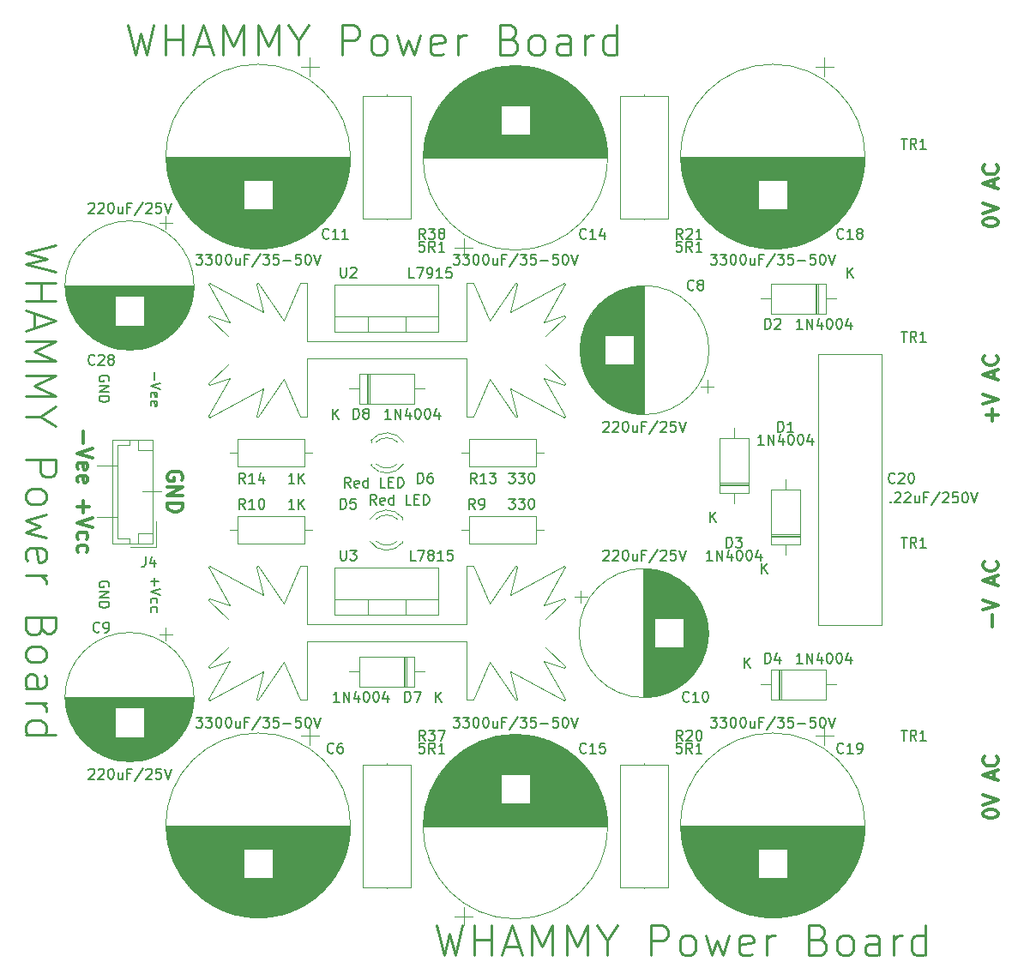
<source format=gto>
G04 #@! TF.GenerationSoftware,KiCad,Pcbnew,5.1.5+dfsg1-2build2*
G04 #@! TF.CreationDate,2021-10-31T22:16:51+01:00*
G04 #@! TF.ProjectId,power_square,706f7765-725f-4737-9175-6172652e6b69,rev?*
G04 #@! TF.SameCoordinates,Original*
G04 #@! TF.FileFunction,Legend,Top*
G04 #@! TF.FilePolarity,Positive*
%FSLAX46Y46*%
G04 Gerber Fmt 4.6, Leading zero omitted, Abs format (unit mm)*
G04 Created by KiCad (PCBNEW 5.1.5+dfsg1-2build2) date 2021-10-31 22:16:51*
%MOMM*%
%LPD*%
G04 APERTURE LIST*
%ADD10C,0.120000*%
%ADD11C,0.300000*%
%ADD12C,0.250000*%
%ADD13C,0.150000*%
%ADD14C,2.100980*%
%ADD15C,6.101480*%
%ADD16C,6.102000*%
%ADD17C,2.502000*%
%ADD18R,2.502000X2.502000*%
%ADD19R,2.302000X2.302000*%
%ADD20O,2.302000X2.302000*%
%ADD21R,1.902000X1.902000*%
%ADD22C,1.902000*%
%ADD23R,2.007000X2.102000*%
%ADD24O,2.007000X2.102000*%
%ADD25C,1.702000*%
%ADD26O,1.702000X1.702000*%
%ADD27O,2.052000X1.802000*%
%ADD28C,0.100000*%
%ADD29O,2.502000X2.502000*%
%ADD30C,6.502000*%
%ADD31C,0.902000*%
G04 APERTURE END LIST*
D10*
X132715000Y-105410000D02*
X134620000Y-105410000D01*
X132715000Y-100330000D02*
X134620000Y-100330000D01*
X137160000Y-102870000D02*
X139065000Y-102870000D01*
D11*
X141085000Y-101727142D02*
X141156428Y-101584285D01*
X141156428Y-101370000D01*
X141085000Y-101155714D01*
X140942142Y-101012857D01*
X140799285Y-100941428D01*
X140513571Y-100870000D01*
X140299285Y-100870000D01*
X140013571Y-100941428D01*
X139870714Y-101012857D01*
X139727857Y-101155714D01*
X139656428Y-101370000D01*
X139656428Y-101512857D01*
X139727857Y-101727142D01*
X139799285Y-101798571D01*
X140299285Y-101798571D01*
X140299285Y-101512857D01*
X139656428Y-102441428D02*
X141156428Y-102441428D01*
X139656428Y-103298571D01*
X141156428Y-103298571D01*
X139656428Y-104012857D02*
X141156428Y-104012857D01*
X141156428Y-104370000D01*
X141085000Y-104584285D01*
X140942142Y-104727142D01*
X140799285Y-104798571D01*
X140513571Y-104870000D01*
X140299285Y-104870000D01*
X140013571Y-104798571D01*
X139870714Y-104727142D01*
X139727857Y-104584285D01*
X139656428Y-104370000D01*
X139656428Y-104012857D01*
D12*
X128642857Y-78584285D02*
X125642857Y-79298571D01*
X127785714Y-79870000D01*
X125642857Y-80441428D01*
X128642857Y-81155714D01*
X125642857Y-82298571D02*
X128642857Y-82298571D01*
X127214285Y-82298571D02*
X127214285Y-84012857D01*
X125642857Y-84012857D02*
X128642857Y-84012857D01*
X126500000Y-85298571D02*
X126500000Y-86727142D01*
X125642857Y-85012857D02*
X128642857Y-86012857D01*
X125642857Y-87012857D01*
X125642857Y-88012857D02*
X128642857Y-88012857D01*
X126500000Y-89012857D01*
X128642857Y-90012857D01*
X125642857Y-90012857D01*
X125642857Y-91441428D02*
X128642857Y-91441428D01*
X126500000Y-92441428D01*
X128642857Y-93441428D01*
X125642857Y-93441428D01*
X127071428Y-95441428D02*
X125642857Y-95441428D01*
X128642857Y-94441428D02*
X127071428Y-95441428D01*
X128642857Y-96441428D01*
X125642857Y-99727142D02*
X128642857Y-99727142D01*
X128642857Y-100870000D01*
X128500000Y-101155714D01*
X128357142Y-101298571D01*
X128071428Y-101441428D01*
X127642857Y-101441428D01*
X127357142Y-101298571D01*
X127214285Y-101155714D01*
X127071428Y-100870000D01*
X127071428Y-99727142D01*
X125642857Y-103155714D02*
X125785714Y-102870000D01*
X125928571Y-102727142D01*
X126214285Y-102584285D01*
X127071428Y-102584285D01*
X127357142Y-102727142D01*
X127500000Y-102870000D01*
X127642857Y-103155714D01*
X127642857Y-103584285D01*
X127500000Y-103870000D01*
X127357142Y-104012857D01*
X127071428Y-104155714D01*
X126214285Y-104155714D01*
X125928571Y-104012857D01*
X125785714Y-103870000D01*
X125642857Y-103584285D01*
X125642857Y-103155714D01*
X127642857Y-105155714D02*
X125642857Y-105727142D01*
X127071428Y-106298571D01*
X125642857Y-106870000D01*
X127642857Y-107441428D01*
X125785714Y-109727142D02*
X125642857Y-109441428D01*
X125642857Y-108870000D01*
X125785714Y-108584285D01*
X126071428Y-108441428D01*
X127214285Y-108441428D01*
X127500000Y-108584285D01*
X127642857Y-108870000D01*
X127642857Y-109441428D01*
X127500000Y-109727142D01*
X127214285Y-109870000D01*
X126928571Y-109870000D01*
X126642857Y-108441428D01*
X125642857Y-111155714D02*
X127642857Y-111155714D01*
X127071428Y-111155714D02*
X127357142Y-111298571D01*
X127500000Y-111441428D01*
X127642857Y-111727142D01*
X127642857Y-112012857D01*
X127214285Y-116298571D02*
X127071428Y-116727142D01*
X126928571Y-116870000D01*
X126642857Y-117012857D01*
X126214285Y-117012857D01*
X125928571Y-116870000D01*
X125785714Y-116727142D01*
X125642857Y-116441428D01*
X125642857Y-115298571D01*
X128642857Y-115298571D01*
X128642857Y-116298571D01*
X128500000Y-116584285D01*
X128357142Y-116727142D01*
X128071428Y-116870000D01*
X127785714Y-116870000D01*
X127500000Y-116727142D01*
X127357142Y-116584285D01*
X127214285Y-116298571D01*
X127214285Y-115298571D01*
X125642857Y-118727142D02*
X125785714Y-118441428D01*
X125928571Y-118298571D01*
X126214285Y-118155714D01*
X127071428Y-118155714D01*
X127357142Y-118298571D01*
X127500000Y-118441428D01*
X127642857Y-118727142D01*
X127642857Y-119155714D01*
X127500000Y-119441428D01*
X127357142Y-119584285D01*
X127071428Y-119727142D01*
X126214285Y-119727142D01*
X125928571Y-119584285D01*
X125785714Y-119441428D01*
X125642857Y-119155714D01*
X125642857Y-118727142D01*
X125642857Y-122298571D02*
X127214285Y-122298571D01*
X127500000Y-122155714D01*
X127642857Y-121870000D01*
X127642857Y-121298571D01*
X127500000Y-121012857D01*
X125785714Y-122298571D02*
X125642857Y-122012857D01*
X125642857Y-121298571D01*
X125785714Y-121012857D01*
X126071428Y-120870000D01*
X126357142Y-120870000D01*
X126642857Y-121012857D01*
X126785714Y-121298571D01*
X126785714Y-122012857D01*
X126928571Y-122298571D01*
X125642857Y-123727142D02*
X127642857Y-123727142D01*
X127071428Y-123727142D02*
X127357142Y-123870000D01*
X127500000Y-124012857D01*
X127642857Y-124298571D01*
X127642857Y-124584285D01*
X125642857Y-126870000D02*
X128642857Y-126870000D01*
X125785714Y-126870000D02*
X125642857Y-126584285D01*
X125642857Y-126012857D01*
X125785714Y-125727142D01*
X125928571Y-125584285D01*
X126214285Y-125441428D01*
X127071428Y-125441428D01*
X127357142Y-125584285D01*
X127500000Y-125727142D01*
X127642857Y-126012857D01*
X127642857Y-126584285D01*
X127500000Y-126870000D01*
X166214285Y-145677142D02*
X166928571Y-148677142D01*
X167500000Y-146534285D01*
X168071428Y-148677142D01*
X168785714Y-145677142D01*
X169928571Y-148677142D02*
X169928571Y-145677142D01*
X169928571Y-147105714D02*
X171642857Y-147105714D01*
X171642857Y-148677142D02*
X171642857Y-145677142D01*
X172928571Y-147820000D02*
X174357142Y-147820000D01*
X172642857Y-148677142D02*
X173642857Y-145677142D01*
X174642857Y-148677142D01*
X175642857Y-148677142D02*
X175642857Y-145677142D01*
X176642857Y-147820000D01*
X177642857Y-145677142D01*
X177642857Y-148677142D01*
X179071428Y-148677142D02*
X179071428Y-145677142D01*
X180071428Y-147820000D01*
X181071428Y-145677142D01*
X181071428Y-148677142D01*
X183071428Y-147248571D02*
X183071428Y-148677142D01*
X182071428Y-145677142D02*
X183071428Y-147248571D01*
X184071428Y-145677142D01*
X187357142Y-148677142D02*
X187357142Y-145677142D01*
X188500000Y-145677142D01*
X188785714Y-145820000D01*
X188928571Y-145962857D01*
X189071428Y-146248571D01*
X189071428Y-146677142D01*
X188928571Y-146962857D01*
X188785714Y-147105714D01*
X188500000Y-147248571D01*
X187357142Y-147248571D01*
X190785714Y-148677142D02*
X190500000Y-148534285D01*
X190357142Y-148391428D01*
X190214285Y-148105714D01*
X190214285Y-147248571D01*
X190357142Y-146962857D01*
X190500000Y-146820000D01*
X190785714Y-146677142D01*
X191214285Y-146677142D01*
X191500000Y-146820000D01*
X191642857Y-146962857D01*
X191785714Y-147248571D01*
X191785714Y-148105714D01*
X191642857Y-148391428D01*
X191500000Y-148534285D01*
X191214285Y-148677142D01*
X190785714Y-148677142D01*
X192785714Y-146677142D02*
X193357142Y-148677142D01*
X193928571Y-147248571D01*
X194500000Y-148677142D01*
X195071428Y-146677142D01*
X197357142Y-148534285D02*
X197071428Y-148677142D01*
X196500000Y-148677142D01*
X196214285Y-148534285D01*
X196071428Y-148248571D01*
X196071428Y-147105714D01*
X196214285Y-146820000D01*
X196500000Y-146677142D01*
X197071428Y-146677142D01*
X197357142Y-146820000D01*
X197500000Y-147105714D01*
X197500000Y-147391428D01*
X196071428Y-147677142D01*
X198785714Y-148677142D02*
X198785714Y-146677142D01*
X198785714Y-147248571D02*
X198928571Y-146962857D01*
X199071428Y-146820000D01*
X199357142Y-146677142D01*
X199642857Y-146677142D01*
X203928571Y-147105714D02*
X204357142Y-147248571D01*
X204500000Y-147391428D01*
X204642857Y-147677142D01*
X204642857Y-148105714D01*
X204500000Y-148391428D01*
X204357142Y-148534285D01*
X204071428Y-148677142D01*
X202928571Y-148677142D01*
X202928571Y-145677142D01*
X203928571Y-145677142D01*
X204214285Y-145820000D01*
X204357142Y-145962857D01*
X204500000Y-146248571D01*
X204500000Y-146534285D01*
X204357142Y-146820000D01*
X204214285Y-146962857D01*
X203928571Y-147105714D01*
X202928571Y-147105714D01*
X206357142Y-148677142D02*
X206071428Y-148534285D01*
X205928571Y-148391428D01*
X205785714Y-148105714D01*
X205785714Y-147248571D01*
X205928571Y-146962857D01*
X206071428Y-146820000D01*
X206357142Y-146677142D01*
X206785714Y-146677142D01*
X207071428Y-146820000D01*
X207214285Y-146962857D01*
X207357142Y-147248571D01*
X207357142Y-148105714D01*
X207214285Y-148391428D01*
X207071428Y-148534285D01*
X206785714Y-148677142D01*
X206357142Y-148677142D01*
X209928571Y-148677142D02*
X209928571Y-147105714D01*
X209785714Y-146820000D01*
X209500000Y-146677142D01*
X208928571Y-146677142D01*
X208642857Y-146820000D01*
X209928571Y-148534285D02*
X209642857Y-148677142D01*
X208928571Y-148677142D01*
X208642857Y-148534285D01*
X208500000Y-148248571D01*
X208500000Y-147962857D01*
X208642857Y-147677142D01*
X208928571Y-147534285D01*
X209642857Y-147534285D01*
X209928571Y-147391428D01*
X211357142Y-148677142D02*
X211357142Y-146677142D01*
X211357142Y-147248571D02*
X211500000Y-146962857D01*
X211642857Y-146820000D01*
X211928571Y-146677142D01*
X212214285Y-146677142D01*
X214500000Y-148677142D02*
X214500000Y-145677142D01*
X214500000Y-148534285D02*
X214214285Y-148677142D01*
X213642857Y-148677142D01*
X213357142Y-148534285D01*
X213214285Y-148391428D01*
X213071428Y-148105714D01*
X213071428Y-147248571D01*
X213214285Y-146962857D01*
X213357142Y-146820000D01*
X213642857Y-146677142D01*
X214214285Y-146677142D01*
X214500000Y-146820000D01*
X135734285Y-56777142D02*
X136448571Y-59777142D01*
X137020000Y-57634285D01*
X137591428Y-59777142D01*
X138305714Y-56777142D01*
X139448571Y-59777142D02*
X139448571Y-56777142D01*
X139448571Y-58205714D02*
X141162857Y-58205714D01*
X141162857Y-59777142D02*
X141162857Y-56777142D01*
X142448571Y-58920000D02*
X143877142Y-58920000D01*
X142162857Y-59777142D02*
X143162857Y-56777142D01*
X144162857Y-59777142D01*
X145162857Y-59777142D02*
X145162857Y-56777142D01*
X146162857Y-58920000D01*
X147162857Y-56777142D01*
X147162857Y-59777142D01*
X148591428Y-59777142D02*
X148591428Y-56777142D01*
X149591428Y-58920000D01*
X150591428Y-56777142D01*
X150591428Y-59777142D01*
X152591428Y-58348571D02*
X152591428Y-59777142D01*
X151591428Y-56777142D02*
X152591428Y-58348571D01*
X153591428Y-56777142D01*
X156877142Y-59777142D02*
X156877142Y-56777142D01*
X158020000Y-56777142D01*
X158305714Y-56920000D01*
X158448571Y-57062857D01*
X158591428Y-57348571D01*
X158591428Y-57777142D01*
X158448571Y-58062857D01*
X158305714Y-58205714D01*
X158020000Y-58348571D01*
X156877142Y-58348571D01*
X160305714Y-59777142D02*
X160020000Y-59634285D01*
X159877142Y-59491428D01*
X159734285Y-59205714D01*
X159734285Y-58348571D01*
X159877142Y-58062857D01*
X160020000Y-57920000D01*
X160305714Y-57777142D01*
X160734285Y-57777142D01*
X161020000Y-57920000D01*
X161162857Y-58062857D01*
X161305714Y-58348571D01*
X161305714Y-59205714D01*
X161162857Y-59491428D01*
X161020000Y-59634285D01*
X160734285Y-59777142D01*
X160305714Y-59777142D01*
X162305714Y-57777142D02*
X162877142Y-59777142D01*
X163448571Y-58348571D01*
X164020000Y-59777142D01*
X164591428Y-57777142D01*
X166877142Y-59634285D02*
X166591428Y-59777142D01*
X166020000Y-59777142D01*
X165734285Y-59634285D01*
X165591428Y-59348571D01*
X165591428Y-58205714D01*
X165734285Y-57920000D01*
X166020000Y-57777142D01*
X166591428Y-57777142D01*
X166877142Y-57920000D01*
X167020000Y-58205714D01*
X167020000Y-58491428D01*
X165591428Y-58777142D01*
X168305714Y-59777142D02*
X168305714Y-57777142D01*
X168305714Y-58348571D02*
X168448571Y-58062857D01*
X168591428Y-57920000D01*
X168877142Y-57777142D01*
X169162857Y-57777142D01*
X173448571Y-58205714D02*
X173877142Y-58348571D01*
X174020000Y-58491428D01*
X174162857Y-58777142D01*
X174162857Y-59205714D01*
X174020000Y-59491428D01*
X173877142Y-59634285D01*
X173591428Y-59777142D01*
X172448571Y-59777142D01*
X172448571Y-56777142D01*
X173448571Y-56777142D01*
X173734285Y-56920000D01*
X173877142Y-57062857D01*
X174020000Y-57348571D01*
X174020000Y-57634285D01*
X173877142Y-57920000D01*
X173734285Y-58062857D01*
X173448571Y-58205714D01*
X172448571Y-58205714D01*
X175877142Y-59777142D02*
X175591428Y-59634285D01*
X175448571Y-59491428D01*
X175305714Y-59205714D01*
X175305714Y-58348571D01*
X175448571Y-58062857D01*
X175591428Y-57920000D01*
X175877142Y-57777142D01*
X176305714Y-57777142D01*
X176591428Y-57920000D01*
X176734285Y-58062857D01*
X176877142Y-58348571D01*
X176877142Y-59205714D01*
X176734285Y-59491428D01*
X176591428Y-59634285D01*
X176305714Y-59777142D01*
X175877142Y-59777142D01*
X179448571Y-59777142D02*
X179448571Y-58205714D01*
X179305714Y-57920000D01*
X179020000Y-57777142D01*
X178448571Y-57777142D01*
X178162857Y-57920000D01*
X179448571Y-59634285D02*
X179162857Y-59777142D01*
X178448571Y-59777142D01*
X178162857Y-59634285D01*
X178020000Y-59348571D01*
X178020000Y-59062857D01*
X178162857Y-58777142D01*
X178448571Y-58634285D01*
X179162857Y-58634285D01*
X179448571Y-58491428D01*
X180877142Y-59777142D02*
X180877142Y-57777142D01*
X180877142Y-58348571D02*
X181020000Y-58062857D01*
X181162857Y-57920000D01*
X181448571Y-57777142D01*
X181734285Y-57777142D01*
X184020000Y-59777142D02*
X184020000Y-56777142D01*
X184020000Y-59634285D02*
X183734285Y-59777142D01*
X183162857Y-59777142D01*
X182877142Y-59634285D01*
X182734285Y-59491428D01*
X182591428Y-59205714D01*
X182591428Y-58348571D01*
X182734285Y-58062857D01*
X182877142Y-57920000D01*
X183162857Y-57777142D01*
X183734285Y-57777142D01*
X184020000Y-57920000D01*
D11*
X131337857Y-96941428D02*
X131337857Y-98084285D01*
X132266428Y-98584285D02*
X130766428Y-99084285D01*
X132266428Y-99584285D01*
X130837857Y-100655714D02*
X130766428Y-100512857D01*
X130766428Y-100227142D01*
X130837857Y-100084285D01*
X130980714Y-100012857D01*
X131552142Y-100012857D01*
X131695000Y-100084285D01*
X131766428Y-100227142D01*
X131766428Y-100512857D01*
X131695000Y-100655714D01*
X131552142Y-100727142D01*
X131409285Y-100727142D01*
X131266428Y-100012857D01*
X130837857Y-101941428D02*
X130766428Y-101798571D01*
X130766428Y-101512857D01*
X130837857Y-101370000D01*
X130980714Y-101298571D01*
X131552142Y-101298571D01*
X131695000Y-101370000D01*
X131766428Y-101512857D01*
X131766428Y-101798571D01*
X131695000Y-101941428D01*
X131552142Y-102012857D01*
X131409285Y-102012857D01*
X131266428Y-101298571D01*
X131337857Y-103798571D02*
X131337857Y-104941428D01*
X130766428Y-104370000D02*
X131909285Y-104370000D01*
X132266428Y-105441428D02*
X130766428Y-105941428D01*
X132266428Y-106441428D01*
X130837857Y-107584285D02*
X130766428Y-107441428D01*
X130766428Y-107155714D01*
X130837857Y-107012857D01*
X130909285Y-106941428D01*
X131052142Y-106870000D01*
X131480714Y-106870000D01*
X131623571Y-106941428D01*
X131695000Y-107012857D01*
X131766428Y-107155714D01*
X131766428Y-107441428D01*
X131695000Y-107584285D01*
X130837857Y-108870000D02*
X130766428Y-108727142D01*
X130766428Y-108441428D01*
X130837857Y-108298571D01*
X130909285Y-108227142D01*
X131052142Y-108155714D01*
X131480714Y-108155714D01*
X131623571Y-108227142D01*
X131695000Y-108298571D01*
X131766428Y-108441428D01*
X131766428Y-108727142D01*
X131695000Y-108870000D01*
X220158571Y-76338571D02*
X220158571Y-76195714D01*
X220230000Y-76052857D01*
X220301428Y-75981428D01*
X220444285Y-75910000D01*
X220730000Y-75838571D01*
X221087142Y-75838571D01*
X221372857Y-75910000D01*
X221515714Y-75981428D01*
X221587142Y-76052857D01*
X221658571Y-76195714D01*
X221658571Y-76338571D01*
X221587142Y-76481428D01*
X221515714Y-76552857D01*
X221372857Y-76624285D01*
X221087142Y-76695714D01*
X220730000Y-76695714D01*
X220444285Y-76624285D01*
X220301428Y-76552857D01*
X220230000Y-76481428D01*
X220158571Y-76338571D01*
X220158571Y-75410000D02*
X221658571Y-74910000D01*
X220158571Y-74410000D01*
X221230000Y-72838571D02*
X221230000Y-72124285D01*
X221658571Y-72981428D02*
X220158571Y-72481428D01*
X221658571Y-71981428D01*
X221515714Y-70624285D02*
X221587142Y-70695714D01*
X221658571Y-70910000D01*
X221658571Y-71052857D01*
X221587142Y-71267142D01*
X221444285Y-71410000D01*
X221301428Y-71481428D01*
X221015714Y-71552857D01*
X220801428Y-71552857D01*
X220515714Y-71481428D01*
X220372857Y-71410000D01*
X220230000Y-71267142D01*
X220158571Y-71052857D01*
X220158571Y-70910000D01*
X220230000Y-70695714D01*
X220301428Y-70624285D01*
X220158571Y-134758571D02*
X220158571Y-134615714D01*
X220230000Y-134472857D01*
X220301428Y-134401428D01*
X220444285Y-134330000D01*
X220730000Y-134258571D01*
X221087142Y-134258571D01*
X221372857Y-134330000D01*
X221515714Y-134401428D01*
X221587142Y-134472857D01*
X221658571Y-134615714D01*
X221658571Y-134758571D01*
X221587142Y-134901428D01*
X221515714Y-134972857D01*
X221372857Y-135044285D01*
X221087142Y-135115714D01*
X220730000Y-135115714D01*
X220444285Y-135044285D01*
X220301428Y-134972857D01*
X220230000Y-134901428D01*
X220158571Y-134758571D01*
X220158571Y-133830000D02*
X221658571Y-133330000D01*
X220158571Y-132830000D01*
X221230000Y-131258571D02*
X221230000Y-130544285D01*
X221658571Y-131401428D02*
X220158571Y-130901428D01*
X221658571Y-130401428D01*
X221515714Y-129044285D02*
X221587142Y-129115714D01*
X221658571Y-129330000D01*
X221658571Y-129472857D01*
X221587142Y-129687142D01*
X221444285Y-129830000D01*
X221301428Y-129901428D01*
X221015714Y-129972857D01*
X220801428Y-129972857D01*
X220515714Y-129901428D01*
X220372857Y-129830000D01*
X220230000Y-129687142D01*
X220158571Y-129472857D01*
X220158571Y-129330000D01*
X220230000Y-129115714D01*
X220301428Y-129044285D01*
X221087142Y-116208571D02*
X221087142Y-115065714D01*
X220158571Y-114565714D02*
X221658571Y-114065714D01*
X220158571Y-113565714D01*
X221230000Y-111994285D02*
X221230000Y-111280000D01*
X221658571Y-112137142D02*
X220158571Y-111637142D01*
X221658571Y-111137142D01*
X221515714Y-109780000D02*
X221587142Y-109851428D01*
X221658571Y-110065714D01*
X221658571Y-110208571D01*
X221587142Y-110422857D01*
X221444285Y-110565714D01*
X221301428Y-110637142D01*
X221015714Y-110708571D01*
X220801428Y-110708571D01*
X220515714Y-110637142D01*
X220372857Y-110565714D01*
X220230000Y-110422857D01*
X220158571Y-110208571D01*
X220158571Y-110065714D01*
X220230000Y-109851428D01*
X220301428Y-109780000D01*
X221087142Y-95888571D02*
X221087142Y-94745714D01*
X221658571Y-95317142D02*
X220515714Y-95317142D01*
X220158571Y-94245714D02*
X221658571Y-93745714D01*
X220158571Y-93245714D01*
X221230000Y-91674285D02*
X221230000Y-90960000D01*
X221658571Y-91817142D02*
X220158571Y-91317142D01*
X221658571Y-90817142D01*
X221515714Y-89460000D02*
X221587142Y-89531428D01*
X221658571Y-89745714D01*
X221658571Y-89888571D01*
X221587142Y-90102857D01*
X221444285Y-90245714D01*
X221301428Y-90317142D01*
X221015714Y-90388571D01*
X220801428Y-90388571D01*
X220515714Y-90317142D01*
X220372857Y-90245714D01*
X220230000Y-90102857D01*
X220158571Y-89888571D01*
X220158571Y-89745714D01*
X220230000Y-89531428D01*
X220301428Y-89460000D01*
D10*
X151100000Y-119730000D02*
X148600000Y-123450000D01*
X148600000Y-123450000D02*
X148420000Y-123390000D01*
X148420000Y-123390000D02*
X149080000Y-120590000D01*
X149080000Y-120590000D02*
X143780000Y-123470000D01*
X143660000Y-123350000D02*
X145810000Y-119580000D01*
X143760000Y-120260000D02*
X143670000Y-120110000D01*
X145810000Y-119580000D02*
X143760000Y-120260000D01*
X143670000Y-120110000D02*
X145630000Y-118220000D01*
X143780000Y-123470000D02*
X143660000Y-123350000D01*
X152720000Y-110240000D02*
X151110000Y-113950000D01*
X153390000Y-115990000D02*
X153390000Y-110240000D01*
X153390000Y-110240000D02*
X152720000Y-110240000D01*
X149080000Y-113090000D02*
X143780000Y-110210000D01*
X148600000Y-110230000D02*
X148420000Y-110290000D01*
X148420000Y-110290000D02*
X149080000Y-113090000D01*
X151100000Y-113950000D02*
X148600000Y-110230000D01*
X143670000Y-113570000D02*
X145630000Y-115460000D01*
X143660000Y-110330000D02*
X145810000Y-114100000D01*
X143760000Y-113420000D02*
X143670000Y-113570000D01*
X143780000Y-110210000D02*
X143660000Y-110330000D01*
X145810000Y-114100000D02*
X143760000Y-113420000D01*
X161290000Y-115990000D02*
X153390000Y-115990000D01*
X153390000Y-117690000D02*
X153390000Y-123440000D01*
X153390000Y-123440000D02*
X152720000Y-123440000D01*
X152720000Y-123440000D02*
X151110000Y-119730000D01*
X161290000Y-117690000D02*
X153390000Y-117690000D01*
X174160000Y-110290000D02*
X173500000Y-113090000D01*
X173980000Y-110230000D02*
X174160000Y-110290000D01*
X171480000Y-113950000D02*
X173980000Y-110230000D01*
X173500000Y-113090000D02*
X178800000Y-110210000D01*
X178910000Y-113570000D02*
X176950000Y-115460000D01*
X176770000Y-114100000D02*
X178820000Y-113420000D01*
X178920000Y-110330000D02*
X176770000Y-114100000D01*
X178800000Y-110210000D02*
X178920000Y-110330000D01*
X178820000Y-113420000D02*
X178910000Y-113570000D01*
X169860000Y-110240000D02*
X171470000Y-113950000D01*
X161290000Y-115990000D02*
X169190000Y-115990000D01*
X169190000Y-115990000D02*
X169190000Y-110240000D01*
X169190000Y-110240000D02*
X169860000Y-110240000D01*
X161290000Y-117690000D02*
X169190000Y-117690000D01*
X169190000Y-117690000D02*
X169190000Y-123440000D01*
X169190000Y-123440000D02*
X169860000Y-123440000D01*
X169860000Y-123440000D02*
X171470000Y-119730000D01*
X171480000Y-119730000D02*
X173980000Y-123450000D01*
X173980000Y-123450000D02*
X174160000Y-123390000D01*
X174160000Y-123390000D02*
X173500000Y-120590000D01*
X173500000Y-120590000D02*
X178800000Y-123470000D01*
X178800000Y-123470000D02*
X178920000Y-123350000D01*
X178920000Y-123350000D02*
X176770000Y-119580000D01*
X176770000Y-119580000D02*
X178820000Y-120260000D01*
X178820000Y-120260000D02*
X178910000Y-120110000D01*
X178910000Y-120110000D02*
X176950000Y-118220000D01*
X180457918Y-112640000D02*
X180457918Y-113890000D01*
X179832918Y-113265000D02*
X181082918Y-113265000D01*
X193011000Y-116523000D02*
X193011000Y-117157000D01*
X192971000Y-116083000D02*
X192971000Y-117597000D01*
X192931000Y-115812000D02*
X192931000Y-117868000D01*
X192891000Y-115599000D02*
X192891000Y-118081000D01*
X192851000Y-115418000D02*
X192851000Y-118262000D01*
X192811000Y-115257000D02*
X192811000Y-118423000D01*
X192771000Y-115112000D02*
X192771000Y-118568000D01*
X192731000Y-114979000D02*
X192731000Y-118701000D01*
X192691000Y-114856000D02*
X192691000Y-118824000D01*
X192651000Y-114740000D02*
X192651000Y-118940000D01*
X192611000Y-114631000D02*
X192611000Y-119049000D01*
X192571000Y-114528000D02*
X192571000Y-119152000D01*
X192531000Y-114430000D02*
X192531000Y-119250000D01*
X192491000Y-114336000D02*
X192491000Y-119344000D01*
X192451000Y-114246000D02*
X192451000Y-119434000D01*
X192411000Y-114159000D02*
X192411000Y-119521000D01*
X192371000Y-114076000D02*
X192371000Y-119604000D01*
X192331000Y-113996000D02*
X192331000Y-119684000D01*
X192291000Y-113919000D02*
X192291000Y-119761000D01*
X192251000Y-113844000D02*
X192251000Y-119836000D01*
X192211000Y-113771000D02*
X192211000Y-119909000D01*
X192171000Y-113700000D02*
X192171000Y-119980000D01*
X192131000Y-113632000D02*
X192131000Y-120048000D01*
X192091000Y-113565000D02*
X192091000Y-120115000D01*
X192051000Y-113501000D02*
X192051000Y-120179000D01*
X192011000Y-113438000D02*
X192011000Y-120242000D01*
X191971000Y-113376000D02*
X191971000Y-120304000D01*
X191931000Y-113316000D02*
X191931000Y-120364000D01*
X191891000Y-113257000D02*
X191891000Y-120423000D01*
X191851000Y-113200000D02*
X191851000Y-120480000D01*
X191811000Y-113144000D02*
X191811000Y-120536000D01*
X191771000Y-113090000D02*
X191771000Y-120590000D01*
X191731000Y-113036000D02*
X191731000Y-120644000D01*
X191691000Y-112984000D02*
X191691000Y-120696000D01*
X191651000Y-112933000D02*
X191651000Y-120747000D01*
X191611000Y-112883000D02*
X191611000Y-120797000D01*
X191571000Y-112833000D02*
X191571000Y-120847000D01*
X191531000Y-112785000D02*
X191531000Y-120895000D01*
X191491000Y-112738000D02*
X191491000Y-120942000D01*
X191451000Y-112692000D02*
X191451000Y-120988000D01*
X191411000Y-112646000D02*
X191411000Y-121034000D01*
X191371000Y-112602000D02*
X191371000Y-121078000D01*
X191331000Y-112558000D02*
X191331000Y-121122000D01*
X191291000Y-112515000D02*
X191291000Y-121165000D01*
X191251000Y-112473000D02*
X191251000Y-121207000D01*
X191211000Y-112432000D02*
X191211000Y-121248000D01*
X191171000Y-112391000D02*
X191171000Y-121289000D01*
X191131000Y-112351000D02*
X191131000Y-121329000D01*
X191091000Y-112312000D02*
X191091000Y-121368000D01*
X191051000Y-112273000D02*
X191051000Y-121407000D01*
X191011000Y-112235000D02*
X191011000Y-121445000D01*
X190971000Y-112198000D02*
X190971000Y-121482000D01*
X190931000Y-112162000D02*
X190931000Y-121518000D01*
X190891000Y-112126000D02*
X190891000Y-121554000D01*
X190851000Y-112090000D02*
X190851000Y-121590000D01*
X190811000Y-112055000D02*
X190811000Y-121625000D01*
X190771000Y-112021000D02*
X190771000Y-121659000D01*
X190731000Y-111988000D02*
X190731000Y-121692000D01*
X190691000Y-111955000D02*
X190691000Y-121725000D01*
X190651000Y-111922000D02*
X190651000Y-121758000D01*
X190611000Y-111890000D02*
X190611000Y-121790000D01*
X190571000Y-118280000D02*
X190571000Y-121822000D01*
X190571000Y-111858000D02*
X190571000Y-115400000D01*
X190531000Y-118280000D02*
X190531000Y-121852000D01*
X190531000Y-111828000D02*
X190531000Y-115400000D01*
X190491000Y-118280000D02*
X190491000Y-121883000D01*
X190491000Y-111797000D02*
X190491000Y-115400000D01*
X190451000Y-118280000D02*
X190451000Y-121913000D01*
X190451000Y-111767000D02*
X190451000Y-115400000D01*
X190411000Y-118280000D02*
X190411000Y-121942000D01*
X190411000Y-111738000D02*
X190411000Y-115400000D01*
X190371000Y-118280000D02*
X190371000Y-121971000D01*
X190371000Y-111709000D02*
X190371000Y-115400000D01*
X190331000Y-118280000D02*
X190331000Y-122000000D01*
X190331000Y-111680000D02*
X190331000Y-115400000D01*
X190291000Y-118280000D02*
X190291000Y-122028000D01*
X190291000Y-111652000D02*
X190291000Y-115400000D01*
X190251000Y-118280000D02*
X190251000Y-122056000D01*
X190251000Y-111624000D02*
X190251000Y-115400000D01*
X190211000Y-118280000D02*
X190211000Y-122083000D01*
X190211000Y-111597000D02*
X190211000Y-115400000D01*
X190171000Y-118280000D02*
X190171000Y-122110000D01*
X190171000Y-111570000D02*
X190171000Y-115400000D01*
X190131000Y-118280000D02*
X190131000Y-122136000D01*
X190131000Y-111544000D02*
X190131000Y-115400000D01*
X190091000Y-118280000D02*
X190091000Y-122162000D01*
X190091000Y-111518000D02*
X190091000Y-115400000D01*
X190051000Y-118280000D02*
X190051000Y-122187000D01*
X190051000Y-111493000D02*
X190051000Y-115400000D01*
X190011000Y-118280000D02*
X190011000Y-122212000D01*
X190011000Y-111468000D02*
X190011000Y-115400000D01*
X189971000Y-118280000D02*
X189971000Y-122237000D01*
X189971000Y-111443000D02*
X189971000Y-115400000D01*
X189931000Y-118280000D02*
X189931000Y-122261000D01*
X189931000Y-111419000D02*
X189931000Y-115400000D01*
X189891000Y-118280000D02*
X189891000Y-122285000D01*
X189891000Y-111395000D02*
X189891000Y-115400000D01*
X189851000Y-118280000D02*
X189851000Y-122308000D01*
X189851000Y-111372000D02*
X189851000Y-115400000D01*
X189811000Y-118280000D02*
X189811000Y-122331000D01*
X189811000Y-111349000D02*
X189811000Y-115400000D01*
X189771000Y-118280000D02*
X189771000Y-122354000D01*
X189771000Y-111326000D02*
X189771000Y-115400000D01*
X189731000Y-118280000D02*
X189731000Y-122376000D01*
X189731000Y-111304000D02*
X189731000Y-115400000D01*
X189691000Y-118280000D02*
X189691000Y-122398000D01*
X189691000Y-111282000D02*
X189691000Y-115400000D01*
X189651000Y-118280000D02*
X189651000Y-122420000D01*
X189651000Y-111260000D02*
X189651000Y-115400000D01*
X189611000Y-118280000D02*
X189611000Y-122441000D01*
X189611000Y-111239000D02*
X189611000Y-115400000D01*
X189571000Y-118280000D02*
X189571000Y-122462000D01*
X189571000Y-111218000D02*
X189571000Y-115400000D01*
X189531000Y-118280000D02*
X189531000Y-122482000D01*
X189531000Y-111198000D02*
X189531000Y-115400000D01*
X189491000Y-118280000D02*
X189491000Y-122502000D01*
X189491000Y-111178000D02*
X189491000Y-115400000D01*
X189451000Y-118280000D02*
X189451000Y-122522000D01*
X189451000Y-111158000D02*
X189451000Y-115400000D01*
X189411000Y-118280000D02*
X189411000Y-122542000D01*
X189411000Y-111138000D02*
X189411000Y-115400000D01*
X189371000Y-118280000D02*
X189371000Y-122561000D01*
X189371000Y-111119000D02*
X189371000Y-115400000D01*
X189331000Y-118280000D02*
X189331000Y-122579000D01*
X189331000Y-111101000D02*
X189331000Y-115400000D01*
X189291000Y-118280000D02*
X189291000Y-122598000D01*
X189291000Y-111082000D02*
X189291000Y-115400000D01*
X189251000Y-118280000D02*
X189251000Y-122616000D01*
X189251000Y-111064000D02*
X189251000Y-115400000D01*
X189211000Y-118280000D02*
X189211000Y-122633000D01*
X189211000Y-111047000D02*
X189211000Y-115400000D01*
X189171000Y-118280000D02*
X189171000Y-122651000D01*
X189171000Y-111029000D02*
X189171000Y-115400000D01*
X189131000Y-118280000D02*
X189131000Y-122668000D01*
X189131000Y-111012000D02*
X189131000Y-115400000D01*
X189091000Y-118280000D02*
X189091000Y-122685000D01*
X189091000Y-110995000D02*
X189091000Y-115400000D01*
X189051000Y-118280000D02*
X189051000Y-122701000D01*
X189051000Y-110979000D02*
X189051000Y-115400000D01*
X189011000Y-118280000D02*
X189011000Y-122717000D01*
X189011000Y-110963000D02*
X189011000Y-115400000D01*
X188971000Y-118280000D02*
X188971000Y-122733000D01*
X188971000Y-110947000D02*
X188971000Y-115400000D01*
X188931000Y-118280000D02*
X188931000Y-122748000D01*
X188931000Y-110932000D02*
X188931000Y-115400000D01*
X188891000Y-118280000D02*
X188891000Y-122764000D01*
X188891000Y-110916000D02*
X188891000Y-115400000D01*
X188851000Y-118280000D02*
X188851000Y-122779000D01*
X188851000Y-110901000D02*
X188851000Y-115400000D01*
X188811000Y-118280000D02*
X188811000Y-122793000D01*
X188811000Y-110887000D02*
X188811000Y-115400000D01*
X188771000Y-118280000D02*
X188771000Y-122807000D01*
X188771000Y-110873000D02*
X188771000Y-115400000D01*
X188731000Y-118280000D02*
X188731000Y-122821000D01*
X188731000Y-110859000D02*
X188731000Y-115400000D01*
X188691000Y-118280000D02*
X188691000Y-122835000D01*
X188691000Y-110845000D02*
X188691000Y-115400000D01*
X188651000Y-118280000D02*
X188651000Y-122848000D01*
X188651000Y-110832000D02*
X188651000Y-115400000D01*
X188611000Y-118280000D02*
X188611000Y-122861000D01*
X188611000Y-110819000D02*
X188611000Y-115400000D01*
X188571000Y-118280000D02*
X188571000Y-122874000D01*
X188571000Y-110806000D02*
X188571000Y-115400000D01*
X188531000Y-118280000D02*
X188531000Y-122887000D01*
X188531000Y-110793000D02*
X188531000Y-115400000D01*
X188491000Y-118280000D02*
X188491000Y-122899000D01*
X188491000Y-110781000D02*
X188491000Y-115400000D01*
X188451000Y-118280000D02*
X188451000Y-122911000D01*
X188451000Y-110769000D02*
X188451000Y-115400000D01*
X188411000Y-118280000D02*
X188411000Y-122923000D01*
X188411000Y-110757000D02*
X188411000Y-115400000D01*
X188371000Y-118280000D02*
X188371000Y-122934000D01*
X188371000Y-110746000D02*
X188371000Y-115400000D01*
X188331000Y-118280000D02*
X188331000Y-122945000D01*
X188331000Y-110735000D02*
X188331000Y-115400000D01*
X188291000Y-118280000D02*
X188291000Y-122956000D01*
X188291000Y-110724000D02*
X188291000Y-115400000D01*
X188251000Y-118280000D02*
X188251000Y-122966000D01*
X188251000Y-110714000D02*
X188251000Y-115400000D01*
X188211000Y-118280000D02*
X188211000Y-122977000D01*
X188211000Y-110703000D02*
X188211000Y-115400000D01*
X188171000Y-118280000D02*
X188171000Y-122986000D01*
X188171000Y-110694000D02*
X188171000Y-115400000D01*
X188131000Y-118280000D02*
X188131000Y-122996000D01*
X188131000Y-110684000D02*
X188131000Y-115400000D01*
X188091000Y-118280000D02*
X188091000Y-123006000D01*
X188091000Y-110674000D02*
X188091000Y-115400000D01*
X188051000Y-118280000D02*
X188051000Y-123015000D01*
X188051000Y-110665000D02*
X188051000Y-115400000D01*
X188011000Y-118280000D02*
X188011000Y-123024000D01*
X188011000Y-110656000D02*
X188011000Y-115400000D01*
X187971000Y-118280000D02*
X187971000Y-123032000D01*
X187971000Y-110648000D02*
X187971000Y-115400000D01*
X187931000Y-118280000D02*
X187931000Y-123041000D01*
X187931000Y-110639000D02*
X187931000Y-115400000D01*
X187891000Y-118280000D02*
X187891000Y-123049000D01*
X187891000Y-110631000D02*
X187891000Y-115400000D01*
X187851000Y-118280000D02*
X187851000Y-123056000D01*
X187851000Y-110624000D02*
X187851000Y-115400000D01*
X187811000Y-118280000D02*
X187811000Y-123064000D01*
X187811000Y-110616000D02*
X187811000Y-115400000D01*
X187771000Y-118280000D02*
X187771000Y-123071000D01*
X187771000Y-110609000D02*
X187771000Y-115400000D01*
X187731000Y-118280000D02*
X187731000Y-123078000D01*
X187731000Y-110602000D02*
X187731000Y-115400000D01*
X187691000Y-110595000D02*
X187691000Y-123085000D01*
X187651000Y-110588000D02*
X187651000Y-123092000D01*
X187611000Y-110582000D02*
X187611000Y-123098000D01*
X187571000Y-110576000D02*
X187571000Y-123104000D01*
X187531000Y-110571000D02*
X187531000Y-123109000D01*
X187491000Y-110565000D02*
X187491000Y-123115000D01*
X187451000Y-110560000D02*
X187451000Y-123120000D01*
X187411000Y-110555000D02*
X187411000Y-123125000D01*
X187371000Y-110550000D02*
X187371000Y-123130000D01*
X187330000Y-110546000D02*
X187330000Y-123134000D01*
X187290000Y-110542000D02*
X187290000Y-123138000D01*
X187250000Y-110538000D02*
X187250000Y-123142000D01*
X187210000Y-110534000D02*
X187210000Y-123146000D01*
X187170000Y-110531000D02*
X187170000Y-123149000D01*
X187130000Y-110528000D02*
X187130000Y-123152000D01*
X187090000Y-110525000D02*
X187090000Y-123155000D01*
X187050000Y-110522000D02*
X187050000Y-123158000D01*
X187010000Y-110520000D02*
X187010000Y-123160000D01*
X186970000Y-110518000D02*
X186970000Y-123162000D01*
X186930000Y-110516000D02*
X186930000Y-123164000D01*
X186890000Y-110514000D02*
X186890000Y-123166000D01*
X186850000Y-110513000D02*
X186850000Y-123167000D01*
X186810000Y-110512000D02*
X186810000Y-123168000D01*
X186770000Y-110511000D02*
X186770000Y-123169000D01*
X186730000Y-110510000D02*
X186730000Y-123170000D01*
X186690000Y-110510000D02*
X186690000Y-123170000D01*
X186650000Y-110510000D02*
X186650000Y-123170000D01*
X193020000Y-116840000D02*
G75*
G03X193020000Y-116840000I-6370000J0D01*
G01*
X183110000Y-69910000D02*
G75*
G03X183110000Y-69910000I-9120000J0D01*
G01*
X164909000Y-69910000D02*
X183071000Y-69910000D01*
X164910000Y-69870000D02*
X183070000Y-69870000D01*
X164910000Y-69830000D02*
X183070000Y-69830000D01*
X164910000Y-69790000D02*
X183070000Y-69790000D01*
X164911000Y-69750000D02*
X183069000Y-69750000D01*
X164912000Y-69710000D02*
X183068000Y-69710000D01*
X164913000Y-69670000D02*
X183067000Y-69670000D01*
X164914000Y-69630000D02*
X183066000Y-69630000D01*
X164915000Y-69590000D02*
X183065000Y-69590000D01*
X164917000Y-69550000D02*
X183063000Y-69550000D01*
X164918000Y-69510000D02*
X183062000Y-69510000D01*
X164920000Y-69470000D02*
X183060000Y-69470000D01*
X164922000Y-69430000D02*
X183058000Y-69430000D01*
X164924000Y-69390000D02*
X183056000Y-69390000D01*
X164927000Y-69350000D02*
X183053000Y-69350000D01*
X164929000Y-69310000D02*
X183051000Y-69310000D01*
X164932000Y-69270000D02*
X183048000Y-69270000D01*
X164935000Y-69230000D02*
X183045000Y-69230000D01*
X164938000Y-69189000D02*
X183042000Y-69189000D01*
X164941000Y-69149000D02*
X183039000Y-69149000D01*
X164945000Y-69109000D02*
X183035000Y-69109000D01*
X164948000Y-69069000D02*
X183032000Y-69069000D01*
X164952000Y-69029000D02*
X183028000Y-69029000D01*
X164956000Y-68989000D02*
X183024000Y-68989000D01*
X164960000Y-68949000D02*
X183020000Y-68949000D01*
X164964000Y-68909000D02*
X183016000Y-68909000D01*
X164969000Y-68869000D02*
X183011000Y-68869000D01*
X164974000Y-68829000D02*
X183006000Y-68829000D01*
X164979000Y-68789000D02*
X183001000Y-68789000D01*
X164984000Y-68749000D02*
X182996000Y-68749000D01*
X164989000Y-68709000D02*
X182991000Y-68709000D01*
X164994000Y-68669000D02*
X182986000Y-68669000D01*
X165000000Y-68629000D02*
X182980000Y-68629000D01*
X165006000Y-68589000D02*
X182974000Y-68589000D01*
X165011000Y-68549000D02*
X182969000Y-68549000D01*
X165018000Y-68509000D02*
X182962000Y-68509000D01*
X165024000Y-68469000D02*
X182956000Y-68469000D01*
X165030000Y-68429000D02*
X182950000Y-68429000D01*
X165037000Y-68389000D02*
X182943000Y-68389000D01*
X165044000Y-68349000D02*
X182936000Y-68349000D01*
X165051000Y-68309000D02*
X182929000Y-68309000D01*
X165058000Y-68269000D02*
X182922000Y-68269000D01*
X165066000Y-68229000D02*
X182914000Y-68229000D01*
X165073000Y-68189000D02*
X182907000Y-68189000D01*
X165081000Y-68149000D02*
X182899000Y-68149000D01*
X165089000Y-68109000D02*
X182891000Y-68109000D01*
X165097000Y-68069000D02*
X182883000Y-68069000D01*
X165105000Y-68029000D02*
X182875000Y-68029000D01*
X165114000Y-67989000D02*
X182866000Y-67989000D01*
X165123000Y-67949000D02*
X182857000Y-67949000D01*
X165132000Y-67909000D02*
X182848000Y-67909000D01*
X165141000Y-67869000D02*
X182839000Y-67869000D01*
X165150000Y-67829000D02*
X182830000Y-67829000D01*
X165159000Y-67789000D02*
X182821000Y-67789000D01*
X165169000Y-67749000D02*
X182811000Y-67749000D01*
X165179000Y-67709000D02*
X182801000Y-67709000D01*
X165189000Y-67669000D02*
X182791000Y-67669000D01*
X165199000Y-67629000D02*
X182781000Y-67629000D01*
X165210000Y-67589000D02*
X172550000Y-67589000D01*
X175430000Y-67589000D02*
X182770000Y-67589000D01*
X165220000Y-67549000D02*
X172550000Y-67549000D01*
X175430000Y-67549000D02*
X182760000Y-67549000D01*
X165231000Y-67509000D02*
X172550000Y-67509000D01*
X175430000Y-67509000D02*
X182749000Y-67509000D01*
X165242000Y-67469000D02*
X172550000Y-67469000D01*
X175430000Y-67469000D02*
X182738000Y-67469000D01*
X165253000Y-67429000D02*
X172550000Y-67429000D01*
X175430000Y-67429000D02*
X182727000Y-67429000D01*
X165265000Y-67389000D02*
X172550000Y-67389000D01*
X175430000Y-67389000D02*
X182715000Y-67389000D01*
X165276000Y-67349000D02*
X172550000Y-67349000D01*
X175430000Y-67349000D02*
X182704000Y-67349000D01*
X165288000Y-67309000D02*
X172550000Y-67309000D01*
X175430000Y-67309000D02*
X182692000Y-67309000D01*
X165300000Y-67269000D02*
X172550000Y-67269000D01*
X175430000Y-67269000D02*
X182680000Y-67269000D01*
X165312000Y-67229000D02*
X172550000Y-67229000D01*
X175430000Y-67229000D02*
X182668000Y-67229000D01*
X165325000Y-67189000D02*
X172550000Y-67189000D01*
X175430000Y-67189000D02*
X182655000Y-67189000D01*
X165337000Y-67149000D02*
X172550000Y-67149000D01*
X175430000Y-67149000D02*
X182643000Y-67149000D01*
X165350000Y-67109000D02*
X172550000Y-67109000D01*
X175430000Y-67109000D02*
X182630000Y-67109000D01*
X165363000Y-67069000D02*
X172550000Y-67069000D01*
X175430000Y-67069000D02*
X182617000Y-67069000D01*
X165376000Y-67029000D02*
X172550000Y-67029000D01*
X175430000Y-67029000D02*
X182604000Y-67029000D01*
X165390000Y-66989000D02*
X172550000Y-66989000D01*
X175430000Y-66989000D02*
X182590000Y-66989000D01*
X165403000Y-66949000D02*
X172550000Y-66949000D01*
X175430000Y-66949000D02*
X182577000Y-66949000D01*
X165417000Y-66909000D02*
X172550000Y-66909000D01*
X175430000Y-66909000D02*
X182563000Y-66909000D01*
X165431000Y-66869000D02*
X172550000Y-66869000D01*
X175430000Y-66869000D02*
X182549000Y-66869000D01*
X165445000Y-66829000D02*
X172550000Y-66829000D01*
X175430000Y-66829000D02*
X182535000Y-66829000D01*
X165460000Y-66789000D02*
X172550000Y-66789000D01*
X175430000Y-66789000D02*
X182520000Y-66789000D01*
X165474000Y-66749000D02*
X172550000Y-66749000D01*
X175430000Y-66749000D02*
X182506000Y-66749000D01*
X165489000Y-66709000D02*
X172550000Y-66709000D01*
X175430000Y-66709000D02*
X182491000Y-66709000D01*
X165504000Y-66669000D02*
X172550000Y-66669000D01*
X175430000Y-66669000D02*
X182476000Y-66669000D01*
X165520000Y-66629000D02*
X172550000Y-66629000D01*
X175430000Y-66629000D02*
X182460000Y-66629000D01*
X165535000Y-66589000D02*
X172550000Y-66589000D01*
X175430000Y-66589000D02*
X182445000Y-66589000D01*
X165551000Y-66549000D02*
X172550000Y-66549000D01*
X175430000Y-66549000D02*
X182429000Y-66549000D01*
X165567000Y-66509000D02*
X172550000Y-66509000D01*
X175430000Y-66509000D02*
X182413000Y-66509000D01*
X165583000Y-66469000D02*
X172550000Y-66469000D01*
X175430000Y-66469000D02*
X182397000Y-66469000D01*
X165600000Y-66429000D02*
X172550000Y-66429000D01*
X175430000Y-66429000D02*
X182380000Y-66429000D01*
X165616000Y-66389000D02*
X172550000Y-66389000D01*
X175430000Y-66389000D02*
X182364000Y-66389000D01*
X165633000Y-66349000D02*
X172550000Y-66349000D01*
X175430000Y-66349000D02*
X182347000Y-66349000D01*
X165650000Y-66309000D02*
X172550000Y-66309000D01*
X175430000Y-66309000D02*
X182330000Y-66309000D01*
X165667000Y-66269000D02*
X172550000Y-66269000D01*
X175430000Y-66269000D02*
X182313000Y-66269000D01*
X165685000Y-66229000D02*
X172550000Y-66229000D01*
X175430000Y-66229000D02*
X182295000Y-66229000D01*
X165703000Y-66189000D02*
X172550000Y-66189000D01*
X175430000Y-66189000D02*
X182277000Y-66189000D01*
X165721000Y-66149000D02*
X172550000Y-66149000D01*
X175430000Y-66149000D02*
X182259000Y-66149000D01*
X165739000Y-66109000D02*
X172550000Y-66109000D01*
X175430000Y-66109000D02*
X182241000Y-66109000D01*
X165757000Y-66069000D02*
X172550000Y-66069000D01*
X175430000Y-66069000D02*
X182223000Y-66069000D01*
X165776000Y-66029000D02*
X172550000Y-66029000D01*
X175430000Y-66029000D02*
X182204000Y-66029000D01*
X165795000Y-65989000D02*
X172550000Y-65989000D01*
X175430000Y-65989000D02*
X182185000Y-65989000D01*
X165814000Y-65949000D02*
X172550000Y-65949000D01*
X175430000Y-65949000D02*
X182166000Y-65949000D01*
X165834000Y-65909000D02*
X172550000Y-65909000D01*
X175430000Y-65909000D02*
X182146000Y-65909000D01*
X165853000Y-65869000D02*
X172550000Y-65869000D01*
X175430000Y-65869000D02*
X182127000Y-65869000D01*
X165873000Y-65829000D02*
X172550000Y-65829000D01*
X175430000Y-65829000D02*
X182107000Y-65829000D01*
X165893000Y-65789000D02*
X172550000Y-65789000D01*
X175430000Y-65789000D02*
X182087000Y-65789000D01*
X165914000Y-65749000D02*
X172550000Y-65749000D01*
X175430000Y-65749000D02*
X182066000Y-65749000D01*
X165934000Y-65709000D02*
X172550000Y-65709000D01*
X175430000Y-65709000D02*
X182046000Y-65709000D01*
X165955000Y-65669000D02*
X172550000Y-65669000D01*
X175430000Y-65669000D02*
X182025000Y-65669000D01*
X165976000Y-65629000D02*
X172550000Y-65629000D01*
X175430000Y-65629000D02*
X182004000Y-65629000D01*
X165998000Y-65589000D02*
X172550000Y-65589000D01*
X175430000Y-65589000D02*
X181982000Y-65589000D01*
X166019000Y-65549000D02*
X172550000Y-65549000D01*
X175430000Y-65549000D02*
X181961000Y-65549000D01*
X166041000Y-65509000D02*
X172550000Y-65509000D01*
X175430000Y-65509000D02*
X181939000Y-65509000D01*
X166063000Y-65469000D02*
X172550000Y-65469000D01*
X175430000Y-65469000D02*
X181917000Y-65469000D01*
X166086000Y-65429000D02*
X172550000Y-65429000D01*
X175430000Y-65429000D02*
X181894000Y-65429000D01*
X166108000Y-65389000D02*
X172550000Y-65389000D01*
X175430000Y-65389000D02*
X181872000Y-65389000D01*
X166131000Y-65349000D02*
X172550000Y-65349000D01*
X175430000Y-65349000D02*
X181849000Y-65349000D01*
X166155000Y-65309000D02*
X172550000Y-65309000D01*
X175430000Y-65309000D02*
X181825000Y-65309000D01*
X166178000Y-65269000D02*
X172550000Y-65269000D01*
X175430000Y-65269000D02*
X181802000Y-65269000D01*
X166202000Y-65229000D02*
X172550000Y-65229000D01*
X175430000Y-65229000D02*
X181778000Y-65229000D01*
X166226000Y-65189000D02*
X172550000Y-65189000D01*
X175430000Y-65189000D02*
X181754000Y-65189000D01*
X166250000Y-65149000D02*
X172550000Y-65149000D01*
X175430000Y-65149000D02*
X181730000Y-65149000D01*
X166275000Y-65109000D02*
X172550000Y-65109000D01*
X175430000Y-65109000D02*
X181705000Y-65109000D01*
X166300000Y-65069000D02*
X172550000Y-65069000D01*
X175430000Y-65069000D02*
X181680000Y-65069000D01*
X166325000Y-65029000D02*
X172550000Y-65029000D01*
X175430000Y-65029000D02*
X181655000Y-65029000D01*
X166350000Y-64989000D02*
X172550000Y-64989000D01*
X175430000Y-64989000D02*
X181630000Y-64989000D01*
X166376000Y-64949000D02*
X172550000Y-64949000D01*
X175430000Y-64949000D02*
X181604000Y-64949000D01*
X166402000Y-64909000D02*
X172550000Y-64909000D01*
X175430000Y-64909000D02*
X181578000Y-64909000D01*
X166429000Y-64869000D02*
X172550000Y-64869000D01*
X175430000Y-64869000D02*
X181551000Y-64869000D01*
X166455000Y-64829000D02*
X172550000Y-64829000D01*
X175430000Y-64829000D02*
X181525000Y-64829000D01*
X166482000Y-64789000D02*
X172550000Y-64789000D01*
X175430000Y-64789000D02*
X181498000Y-64789000D01*
X166510000Y-64749000D02*
X172550000Y-64749000D01*
X175430000Y-64749000D02*
X181470000Y-64749000D01*
X166537000Y-64709000D02*
X181443000Y-64709000D01*
X166565000Y-64669000D02*
X181415000Y-64669000D01*
X166593000Y-64629000D02*
X181387000Y-64629000D01*
X166622000Y-64589000D02*
X181358000Y-64589000D01*
X166651000Y-64549000D02*
X181329000Y-64549000D01*
X166680000Y-64509000D02*
X181300000Y-64509000D01*
X166710000Y-64469000D02*
X181270000Y-64469000D01*
X166740000Y-64429000D02*
X181240000Y-64429000D01*
X166770000Y-64389000D02*
X181210000Y-64389000D01*
X166800000Y-64349000D02*
X181180000Y-64349000D01*
X166831000Y-64309000D02*
X181149000Y-64309000D01*
X166863000Y-64269000D02*
X181117000Y-64269000D01*
X166894000Y-64229000D02*
X181086000Y-64229000D01*
X166926000Y-64189000D02*
X181054000Y-64189000D01*
X166959000Y-64149000D02*
X181021000Y-64149000D01*
X166991000Y-64109000D02*
X180989000Y-64109000D01*
X167025000Y-64069000D02*
X180955000Y-64069000D01*
X167058000Y-64029000D02*
X180922000Y-64029000D01*
X167092000Y-63989000D02*
X180888000Y-63989000D01*
X167126000Y-63949000D02*
X180854000Y-63949000D01*
X167161000Y-63909000D02*
X180819000Y-63909000D01*
X167196000Y-63869000D02*
X180784000Y-63869000D01*
X167232000Y-63829000D02*
X180748000Y-63829000D01*
X167268000Y-63789000D02*
X180712000Y-63789000D01*
X167304000Y-63749000D02*
X180676000Y-63749000D01*
X167341000Y-63709000D02*
X180639000Y-63709000D01*
X167378000Y-63669000D02*
X180602000Y-63669000D01*
X167416000Y-63629000D02*
X180564000Y-63629000D01*
X167454000Y-63589000D02*
X180526000Y-63589000D01*
X167493000Y-63549000D02*
X180487000Y-63549000D01*
X167532000Y-63509000D02*
X180448000Y-63509000D01*
X167572000Y-63469000D02*
X180408000Y-63469000D01*
X167612000Y-63429000D02*
X180368000Y-63429000D01*
X167653000Y-63389000D02*
X180327000Y-63389000D01*
X167694000Y-63349000D02*
X180286000Y-63349000D01*
X167736000Y-63309000D02*
X180244000Y-63309000D01*
X167778000Y-63269000D02*
X180202000Y-63269000D01*
X167820000Y-63229000D02*
X180160000Y-63229000D01*
X167864000Y-63189000D02*
X180116000Y-63189000D01*
X167908000Y-63149000D02*
X180072000Y-63149000D01*
X167952000Y-63109000D02*
X180028000Y-63109000D01*
X167997000Y-63069000D02*
X179983000Y-63069000D01*
X168043000Y-63029000D02*
X179937000Y-63029000D01*
X168089000Y-62989000D02*
X179891000Y-62989000D01*
X168136000Y-62949000D02*
X179844000Y-62949000D01*
X168184000Y-62909000D02*
X179796000Y-62909000D01*
X168232000Y-62869000D02*
X179748000Y-62869000D01*
X168281000Y-62829000D02*
X179699000Y-62829000D01*
X168330000Y-62789000D02*
X179650000Y-62789000D01*
X168381000Y-62749000D02*
X179599000Y-62749000D01*
X168432000Y-62709000D02*
X179548000Y-62709000D01*
X168484000Y-62669000D02*
X179496000Y-62669000D01*
X168536000Y-62629000D02*
X179444000Y-62629000D01*
X168590000Y-62589000D02*
X179390000Y-62589000D01*
X168644000Y-62549000D02*
X179336000Y-62549000D01*
X168699000Y-62509000D02*
X179281000Y-62509000D01*
X168755000Y-62469000D02*
X179225000Y-62469000D01*
X168812000Y-62429000D02*
X179168000Y-62429000D01*
X168870000Y-62389000D02*
X179110000Y-62389000D01*
X168928000Y-62349000D02*
X179052000Y-62349000D01*
X168988000Y-62309000D02*
X178992000Y-62309000D01*
X169049000Y-62269000D02*
X178931000Y-62269000D01*
X169111000Y-62229000D02*
X178869000Y-62229000D01*
X169174000Y-62189000D02*
X178806000Y-62189000D01*
X169238000Y-62149000D02*
X178742000Y-62149000D01*
X169304000Y-62109000D02*
X178676000Y-62109000D01*
X169370000Y-62069000D02*
X178610000Y-62069000D01*
X169438000Y-62029000D02*
X178542000Y-62029000D01*
X169508000Y-61989000D02*
X178472000Y-61989000D01*
X169578000Y-61949000D02*
X178402000Y-61949000D01*
X169651000Y-61909000D02*
X178329000Y-61909000D01*
X169725000Y-61869000D02*
X178255000Y-61869000D01*
X169800000Y-61829000D02*
X178180000Y-61829000D01*
X169877000Y-61789000D02*
X178103000Y-61789000D01*
X169957000Y-61749000D02*
X178023000Y-61749000D01*
X170038000Y-61710000D02*
X177942000Y-61710000D01*
X170121000Y-61670000D02*
X177859000Y-61670000D01*
X170206000Y-61630000D02*
X177774000Y-61630000D01*
X170294000Y-61590000D02*
X177686000Y-61590000D01*
X170385000Y-61550000D02*
X177595000Y-61550000D01*
X170478000Y-61510000D02*
X177502000Y-61510000D01*
X170574000Y-61470000D02*
X177406000Y-61470000D01*
X170673000Y-61430000D02*
X177307000Y-61430000D01*
X170776000Y-61390000D02*
X177204000Y-61390000D01*
X170883000Y-61350000D02*
X177097000Y-61350000D01*
X170994000Y-61310000D02*
X176986000Y-61310000D01*
X171110000Y-61270000D02*
X176870000Y-61270000D01*
X171231000Y-61230000D02*
X176749000Y-61230000D01*
X171358000Y-61190000D02*
X176622000Y-61190000D01*
X171492000Y-61150000D02*
X176488000Y-61150000D01*
X171635000Y-61110000D02*
X176345000Y-61110000D01*
X171787000Y-61070000D02*
X176193000Y-61070000D01*
X171951000Y-61030000D02*
X176029000Y-61030000D01*
X172130000Y-60990000D02*
X175850000Y-60990000D01*
X172329000Y-60950000D02*
X175651000Y-60950000D01*
X172555000Y-60910000D02*
X175425000Y-60910000D01*
X172824000Y-60870000D02*
X175156000Y-60870000D01*
X173176000Y-60830000D02*
X174804000Y-60830000D01*
X173950000Y-60790000D02*
X174030000Y-60790000D01*
X168875000Y-79669440D02*
X168875000Y-77869440D01*
X167975000Y-78769440D02*
X169775000Y-78769440D01*
X167975000Y-144809440D02*
X169775000Y-144809440D01*
X168875000Y-145709440D02*
X168875000Y-143909440D01*
X173950000Y-126830000D02*
X174030000Y-126830000D01*
X173176000Y-126870000D02*
X174804000Y-126870000D01*
X172824000Y-126910000D02*
X175156000Y-126910000D01*
X172555000Y-126950000D02*
X175425000Y-126950000D01*
X172329000Y-126990000D02*
X175651000Y-126990000D01*
X172130000Y-127030000D02*
X175850000Y-127030000D01*
X171951000Y-127070000D02*
X176029000Y-127070000D01*
X171787000Y-127110000D02*
X176193000Y-127110000D01*
X171635000Y-127150000D02*
X176345000Y-127150000D01*
X171492000Y-127190000D02*
X176488000Y-127190000D01*
X171358000Y-127230000D02*
X176622000Y-127230000D01*
X171231000Y-127270000D02*
X176749000Y-127270000D01*
X171110000Y-127310000D02*
X176870000Y-127310000D01*
X170994000Y-127350000D02*
X176986000Y-127350000D01*
X170883000Y-127390000D02*
X177097000Y-127390000D01*
X170776000Y-127430000D02*
X177204000Y-127430000D01*
X170673000Y-127470000D02*
X177307000Y-127470000D01*
X170574000Y-127510000D02*
X177406000Y-127510000D01*
X170478000Y-127550000D02*
X177502000Y-127550000D01*
X170385000Y-127590000D02*
X177595000Y-127590000D01*
X170294000Y-127630000D02*
X177686000Y-127630000D01*
X170206000Y-127670000D02*
X177774000Y-127670000D01*
X170121000Y-127710000D02*
X177859000Y-127710000D01*
X170038000Y-127750000D02*
X177942000Y-127750000D01*
X169957000Y-127789000D02*
X178023000Y-127789000D01*
X169877000Y-127829000D02*
X178103000Y-127829000D01*
X169800000Y-127869000D02*
X178180000Y-127869000D01*
X169725000Y-127909000D02*
X178255000Y-127909000D01*
X169651000Y-127949000D02*
X178329000Y-127949000D01*
X169578000Y-127989000D02*
X178402000Y-127989000D01*
X169508000Y-128029000D02*
X178472000Y-128029000D01*
X169438000Y-128069000D02*
X178542000Y-128069000D01*
X169370000Y-128109000D02*
X178610000Y-128109000D01*
X169304000Y-128149000D02*
X178676000Y-128149000D01*
X169238000Y-128189000D02*
X178742000Y-128189000D01*
X169174000Y-128229000D02*
X178806000Y-128229000D01*
X169111000Y-128269000D02*
X178869000Y-128269000D01*
X169049000Y-128309000D02*
X178931000Y-128309000D01*
X168988000Y-128349000D02*
X178992000Y-128349000D01*
X168928000Y-128389000D02*
X179052000Y-128389000D01*
X168870000Y-128429000D02*
X179110000Y-128429000D01*
X168812000Y-128469000D02*
X179168000Y-128469000D01*
X168755000Y-128509000D02*
X179225000Y-128509000D01*
X168699000Y-128549000D02*
X179281000Y-128549000D01*
X168644000Y-128589000D02*
X179336000Y-128589000D01*
X168590000Y-128629000D02*
X179390000Y-128629000D01*
X168536000Y-128669000D02*
X179444000Y-128669000D01*
X168484000Y-128709000D02*
X179496000Y-128709000D01*
X168432000Y-128749000D02*
X179548000Y-128749000D01*
X168381000Y-128789000D02*
X179599000Y-128789000D01*
X168330000Y-128829000D02*
X179650000Y-128829000D01*
X168281000Y-128869000D02*
X179699000Y-128869000D01*
X168232000Y-128909000D02*
X179748000Y-128909000D01*
X168184000Y-128949000D02*
X179796000Y-128949000D01*
X168136000Y-128989000D02*
X179844000Y-128989000D01*
X168089000Y-129029000D02*
X179891000Y-129029000D01*
X168043000Y-129069000D02*
X179937000Y-129069000D01*
X167997000Y-129109000D02*
X179983000Y-129109000D01*
X167952000Y-129149000D02*
X180028000Y-129149000D01*
X167908000Y-129189000D02*
X180072000Y-129189000D01*
X167864000Y-129229000D02*
X180116000Y-129229000D01*
X167820000Y-129269000D02*
X180160000Y-129269000D01*
X167778000Y-129309000D02*
X180202000Y-129309000D01*
X167736000Y-129349000D02*
X180244000Y-129349000D01*
X167694000Y-129389000D02*
X180286000Y-129389000D01*
X167653000Y-129429000D02*
X180327000Y-129429000D01*
X167612000Y-129469000D02*
X180368000Y-129469000D01*
X167572000Y-129509000D02*
X180408000Y-129509000D01*
X167532000Y-129549000D02*
X180448000Y-129549000D01*
X167493000Y-129589000D02*
X180487000Y-129589000D01*
X167454000Y-129629000D02*
X180526000Y-129629000D01*
X167416000Y-129669000D02*
X180564000Y-129669000D01*
X167378000Y-129709000D02*
X180602000Y-129709000D01*
X167341000Y-129749000D02*
X180639000Y-129749000D01*
X167304000Y-129789000D02*
X180676000Y-129789000D01*
X167268000Y-129829000D02*
X180712000Y-129829000D01*
X167232000Y-129869000D02*
X180748000Y-129869000D01*
X167196000Y-129909000D02*
X180784000Y-129909000D01*
X167161000Y-129949000D02*
X180819000Y-129949000D01*
X167126000Y-129989000D02*
X180854000Y-129989000D01*
X167092000Y-130029000D02*
X180888000Y-130029000D01*
X167058000Y-130069000D02*
X180922000Y-130069000D01*
X167025000Y-130109000D02*
X180955000Y-130109000D01*
X166991000Y-130149000D02*
X180989000Y-130149000D01*
X166959000Y-130189000D02*
X181021000Y-130189000D01*
X166926000Y-130229000D02*
X181054000Y-130229000D01*
X166894000Y-130269000D02*
X181086000Y-130269000D01*
X166863000Y-130309000D02*
X181117000Y-130309000D01*
X166831000Y-130349000D02*
X181149000Y-130349000D01*
X166800000Y-130389000D02*
X181180000Y-130389000D01*
X166770000Y-130429000D02*
X181210000Y-130429000D01*
X166740000Y-130469000D02*
X181240000Y-130469000D01*
X166710000Y-130509000D02*
X181270000Y-130509000D01*
X166680000Y-130549000D02*
X181300000Y-130549000D01*
X166651000Y-130589000D02*
X181329000Y-130589000D01*
X166622000Y-130629000D02*
X181358000Y-130629000D01*
X166593000Y-130669000D02*
X181387000Y-130669000D01*
X166565000Y-130709000D02*
X181415000Y-130709000D01*
X166537000Y-130749000D02*
X181443000Y-130749000D01*
X175430000Y-130789000D02*
X181470000Y-130789000D01*
X166510000Y-130789000D02*
X172550000Y-130789000D01*
X175430000Y-130829000D02*
X181498000Y-130829000D01*
X166482000Y-130829000D02*
X172550000Y-130829000D01*
X175430000Y-130869000D02*
X181525000Y-130869000D01*
X166455000Y-130869000D02*
X172550000Y-130869000D01*
X175430000Y-130909000D02*
X181551000Y-130909000D01*
X166429000Y-130909000D02*
X172550000Y-130909000D01*
X175430000Y-130949000D02*
X181578000Y-130949000D01*
X166402000Y-130949000D02*
X172550000Y-130949000D01*
X175430000Y-130989000D02*
X181604000Y-130989000D01*
X166376000Y-130989000D02*
X172550000Y-130989000D01*
X175430000Y-131029000D02*
X181630000Y-131029000D01*
X166350000Y-131029000D02*
X172550000Y-131029000D01*
X175430000Y-131069000D02*
X181655000Y-131069000D01*
X166325000Y-131069000D02*
X172550000Y-131069000D01*
X175430000Y-131109000D02*
X181680000Y-131109000D01*
X166300000Y-131109000D02*
X172550000Y-131109000D01*
X175430000Y-131149000D02*
X181705000Y-131149000D01*
X166275000Y-131149000D02*
X172550000Y-131149000D01*
X175430000Y-131189000D02*
X181730000Y-131189000D01*
X166250000Y-131189000D02*
X172550000Y-131189000D01*
X175430000Y-131229000D02*
X181754000Y-131229000D01*
X166226000Y-131229000D02*
X172550000Y-131229000D01*
X175430000Y-131269000D02*
X181778000Y-131269000D01*
X166202000Y-131269000D02*
X172550000Y-131269000D01*
X175430000Y-131309000D02*
X181802000Y-131309000D01*
X166178000Y-131309000D02*
X172550000Y-131309000D01*
X175430000Y-131349000D02*
X181825000Y-131349000D01*
X166155000Y-131349000D02*
X172550000Y-131349000D01*
X175430000Y-131389000D02*
X181849000Y-131389000D01*
X166131000Y-131389000D02*
X172550000Y-131389000D01*
X175430000Y-131429000D02*
X181872000Y-131429000D01*
X166108000Y-131429000D02*
X172550000Y-131429000D01*
X175430000Y-131469000D02*
X181894000Y-131469000D01*
X166086000Y-131469000D02*
X172550000Y-131469000D01*
X175430000Y-131509000D02*
X181917000Y-131509000D01*
X166063000Y-131509000D02*
X172550000Y-131509000D01*
X175430000Y-131549000D02*
X181939000Y-131549000D01*
X166041000Y-131549000D02*
X172550000Y-131549000D01*
X175430000Y-131589000D02*
X181961000Y-131589000D01*
X166019000Y-131589000D02*
X172550000Y-131589000D01*
X175430000Y-131629000D02*
X181982000Y-131629000D01*
X165998000Y-131629000D02*
X172550000Y-131629000D01*
X175430000Y-131669000D02*
X182004000Y-131669000D01*
X165976000Y-131669000D02*
X172550000Y-131669000D01*
X175430000Y-131709000D02*
X182025000Y-131709000D01*
X165955000Y-131709000D02*
X172550000Y-131709000D01*
X175430000Y-131749000D02*
X182046000Y-131749000D01*
X165934000Y-131749000D02*
X172550000Y-131749000D01*
X175430000Y-131789000D02*
X182066000Y-131789000D01*
X165914000Y-131789000D02*
X172550000Y-131789000D01*
X175430000Y-131829000D02*
X182087000Y-131829000D01*
X165893000Y-131829000D02*
X172550000Y-131829000D01*
X175430000Y-131869000D02*
X182107000Y-131869000D01*
X165873000Y-131869000D02*
X172550000Y-131869000D01*
X175430000Y-131909000D02*
X182127000Y-131909000D01*
X165853000Y-131909000D02*
X172550000Y-131909000D01*
X175430000Y-131949000D02*
X182146000Y-131949000D01*
X165834000Y-131949000D02*
X172550000Y-131949000D01*
X175430000Y-131989000D02*
X182166000Y-131989000D01*
X165814000Y-131989000D02*
X172550000Y-131989000D01*
X175430000Y-132029000D02*
X182185000Y-132029000D01*
X165795000Y-132029000D02*
X172550000Y-132029000D01*
X175430000Y-132069000D02*
X182204000Y-132069000D01*
X165776000Y-132069000D02*
X172550000Y-132069000D01*
X175430000Y-132109000D02*
X182223000Y-132109000D01*
X165757000Y-132109000D02*
X172550000Y-132109000D01*
X175430000Y-132149000D02*
X182241000Y-132149000D01*
X165739000Y-132149000D02*
X172550000Y-132149000D01*
X175430000Y-132189000D02*
X182259000Y-132189000D01*
X165721000Y-132189000D02*
X172550000Y-132189000D01*
X175430000Y-132229000D02*
X182277000Y-132229000D01*
X165703000Y-132229000D02*
X172550000Y-132229000D01*
X175430000Y-132269000D02*
X182295000Y-132269000D01*
X165685000Y-132269000D02*
X172550000Y-132269000D01*
X175430000Y-132309000D02*
X182313000Y-132309000D01*
X165667000Y-132309000D02*
X172550000Y-132309000D01*
X175430000Y-132349000D02*
X182330000Y-132349000D01*
X165650000Y-132349000D02*
X172550000Y-132349000D01*
X175430000Y-132389000D02*
X182347000Y-132389000D01*
X165633000Y-132389000D02*
X172550000Y-132389000D01*
X175430000Y-132429000D02*
X182364000Y-132429000D01*
X165616000Y-132429000D02*
X172550000Y-132429000D01*
X175430000Y-132469000D02*
X182380000Y-132469000D01*
X165600000Y-132469000D02*
X172550000Y-132469000D01*
X175430000Y-132509000D02*
X182397000Y-132509000D01*
X165583000Y-132509000D02*
X172550000Y-132509000D01*
X175430000Y-132549000D02*
X182413000Y-132549000D01*
X165567000Y-132549000D02*
X172550000Y-132549000D01*
X175430000Y-132589000D02*
X182429000Y-132589000D01*
X165551000Y-132589000D02*
X172550000Y-132589000D01*
X175430000Y-132629000D02*
X182445000Y-132629000D01*
X165535000Y-132629000D02*
X172550000Y-132629000D01*
X175430000Y-132669000D02*
X182460000Y-132669000D01*
X165520000Y-132669000D02*
X172550000Y-132669000D01*
X175430000Y-132709000D02*
X182476000Y-132709000D01*
X165504000Y-132709000D02*
X172550000Y-132709000D01*
X175430000Y-132749000D02*
X182491000Y-132749000D01*
X165489000Y-132749000D02*
X172550000Y-132749000D01*
X175430000Y-132789000D02*
X182506000Y-132789000D01*
X165474000Y-132789000D02*
X172550000Y-132789000D01*
X175430000Y-132829000D02*
X182520000Y-132829000D01*
X165460000Y-132829000D02*
X172550000Y-132829000D01*
X175430000Y-132869000D02*
X182535000Y-132869000D01*
X165445000Y-132869000D02*
X172550000Y-132869000D01*
X175430000Y-132909000D02*
X182549000Y-132909000D01*
X165431000Y-132909000D02*
X172550000Y-132909000D01*
X175430000Y-132949000D02*
X182563000Y-132949000D01*
X165417000Y-132949000D02*
X172550000Y-132949000D01*
X175430000Y-132989000D02*
X182577000Y-132989000D01*
X165403000Y-132989000D02*
X172550000Y-132989000D01*
X175430000Y-133029000D02*
X182590000Y-133029000D01*
X165390000Y-133029000D02*
X172550000Y-133029000D01*
X175430000Y-133069000D02*
X182604000Y-133069000D01*
X165376000Y-133069000D02*
X172550000Y-133069000D01*
X175430000Y-133109000D02*
X182617000Y-133109000D01*
X165363000Y-133109000D02*
X172550000Y-133109000D01*
X175430000Y-133149000D02*
X182630000Y-133149000D01*
X165350000Y-133149000D02*
X172550000Y-133149000D01*
X175430000Y-133189000D02*
X182643000Y-133189000D01*
X165337000Y-133189000D02*
X172550000Y-133189000D01*
X175430000Y-133229000D02*
X182655000Y-133229000D01*
X165325000Y-133229000D02*
X172550000Y-133229000D01*
X175430000Y-133269000D02*
X182668000Y-133269000D01*
X165312000Y-133269000D02*
X172550000Y-133269000D01*
X175430000Y-133309000D02*
X182680000Y-133309000D01*
X165300000Y-133309000D02*
X172550000Y-133309000D01*
X175430000Y-133349000D02*
X182692000Y-133349000D01*
X165288000Y-133349000D02*
X172550000Y-133349000D01*
X175430000Y-133389000D02*
X182704000Y-133389000D01*
X165276000Y-133389000D02*
X172550000Y-133389000D01*
X175430000Y-133429000D02*
X182715000Y-133429000D01*
X165265000Y-133429000D02*
X172550000Y-133429000D01*
X175430000Y-133469000D02*
X182727000Y-133469000D01*
X165253000Y-133469000D02*
X172550000Y-133469000D01*
X175430000Y-133509000D02*
X182738000Y-133509000D01*
X165242000Y-133509000D02*
X172550000Y-133509000D01*
X175430000Y-133549000D02*
X182749000Y-133549000D01*
X165231000Y-133549000D02*
X172550000Y-133549000D01*
X175430000Y-133589000D02*
X182760000Y-133589000D01*
X165220000Y-133589000D02*
X172550000Y-133589000D01*
X175430000Y-133629000D02*
X182770000Y-133629000D01*
X165210000Y-133629000D02*
X172550000Y-133629000D01*
X165199000Y-133669000D02*
X182781000Y-133669000D01*
X165189000Y-133709000D02*
X182791000Y-133709000D01*
X165179000Y-133749000D02*
X182801000Y-133749000D01*
X165169000Y-133789000D02*
X182811000Y-133789000D01*
X165159000Y-133829000D02*
X182821000Y-133829000D01*
X165150000Y-133869000D02*
X182830000Y-133869000D01*
X165141000Y-133909000D02*
X182839000Y-133909000D01*
X165132000Y-133949000D02*
X182848000Y-133949000D01*
X165123000Y-133989000D02*
X182857000Y-133989000D01*
X165114000Y-134029000D02*
X182866000Y-134029000D01*
X165105000Y-134069000D02*
X182875000Y-134069000D01*
X165097000Y-134109000D02*
X182883000Y-134109000D01*
X165089000Y-134149000D02*
X182891000Y-134149000D01*
X165081000Y-134189000D02*
X182899000Y-134189000D01*
X165073000Y-134229000D02*
X182907000Y-134229000D01*
X165066000Y-134269000D02*
X182914000Y-134269000D01*
X165058000Y-134309000D02*
X182922000Y-134309000D01*
X165051000Y-134349000D02*
X182929000Y-134349000D01*
X165044000Y-134389000D02*
X182936000Y-134389000D01*
X165037000Y-134429000D02*
X182943000Y-134429000D01*
X165030000Y-134469000D02*
X182950000Y-134469000D01*
X165024000Y-134509000D02*
X182956000Y-134509000D01*
X165018000Y-134549000D02*
X182962000Y-134549000D01*
X165011000Y-134589000D02*
X182969000Y-134589000D01*
X165006000Y-134629000D02*
X182974000Y-134629000D01*
X165000000Y-134669000D02*
X182980000Y-134669000D01*
X164994000Y-134709000D02*
X182986000Y-134709000D01*
X164989000Y-134749000D02*
X182991000Y-134749000D01*
X164984000Y-134789000D02*
X182996000Y-134789000D01*
X164979000Y-134829000D02*
X183001000Y-134829000D01*
X164974000Y-134869000D02*
X183006000Y-134869000D01*
X164969000Y-134909000D02*
X183011000Y-134909000D01*
X164964000Y-134949000D02*
X183016000Y-134949000D01*
X164960000Y-134989000D02*
X183020000Y-134989000D01*
X164956000Y-135029000D02*
X183024000Y-135029000D01*
X164952000Y-135069000D02*
X183028000Y-135069000D01*
X164948000Y-135109000D02*
X183032000Y-135109000D01*
X164945000Y-135149000D02*
X183035000Y-135149000D01*
X164941000Y-135189000D02*
X183039000Y-135189000D01*
X164938000Y-135229000D02*
X183042000Y-135229000D01*
X164935000Y-135270000D02*
X183045000Y-135270000D01*
X164932000Y-135310000D02*
X183048000Y-135310000D01*
X164929000Y-135350000D02*
X183051000Y-135350000D01*
X164927000Y-135390000D02*
X183053000Y-135390000D01*
X164924000Y-135430000D02*
X183056000Y-135430000D01*
X164922000Y-135470000D02*
X183058000Y-135470000D01*
X164920000Y-135510000D02*
X183060000Y-135510000D01*
X164918000Y-135550000D02*
X183062000Y-135550000D01*
X164917000Y-135590000D02*
X183063000Y-135590000D01*
X164915000Y-135630000D02*
X183065000Y-135630000D01*
X164914000Y-135670000D02*
X183066000Y-135670000D01*
X164913000Y-135710000D02*
X183067000Y-135710000D01*
X164912000Y-135750000D02*
X183068000Y-135750000D01*
X164911000Y-135790000D02*
X183069000Y-135790000D01*
X164910000Y-135830000D02*
X183070000Y-135830000D01*
X164910000Y-135870000D02*
X183070000Y-135870000D01*
X164910000Y-135910000D02*
X183070000Y-135910000D01*
X164909000Y-135950000D02*
X183071000Y-135950000D01*
X183110000Y-135950000D02*
G75*
G03X183110000Y-135950000I-9120000J0D01*
G01*
X205405000Y-60930560D02*
X203605000Y-60930560D01*
X204505000Y-60030560D02*
X204505000Y-61830560D01*
X199430000Y-78910000D02*
X199350000Y-78910000D01*
X200204000Y-78870000D02*
X198576000Y-78870000D01*
X200556000Y-78830000D02*
X198224000Y-78830000D01*
X200825000Y-78790000D02*
X197955000Y-78790000D01*
X201051000Y-78750000D02*
X197729000Y-78750000D01*
X201250000Y-78710000D02*
X197530000Y-78710000D01*
X201429000Y-78670000D02*
X197351000Y-78670000D01*
X201593000Y-78630000D02*
X197187000Y-78630000D01*
X201745000Y-78590000D02*
X197035000Y-78590000D01*
X201888000Y-78550000D02*
X196892000Y-78550000D01*
X202022000Y-78510000D02*
X196758000Y-78510000D01*
X202149000Y-78470000D02*
X196631000Y-78470000D01*
X202270000Y-78430000D02*
X196510000Y-78430000D01*
X202386000Y-78390000D02*
X196394000Y-78390000D01*
X202497000Y-78350000D02*
X196283000Y-78350000D01*
X202604000Y-78310000D02*
X196176000Y-78310000D01*
X202707000Y-78270000D02*
X196073000Y-78270000D01*
X202806000Y-78230000D02*
X195974000Y-78230000D01*
X202902000Y-78190000D02*
X195878000Y-78190000D01*
X202995000Y-78150000D02*
X195785000Y-78150000D01*
X203086000Y-78110000D02*
X195694000Y-78110000D01*
X203174000Y-78070000D02*
X195606000Y-78070000D01*
X203259000Y-78030000D02*
X195521000Y-78030000D01*
X203342000Y-77990000D02*
X195438000Y-77990000D01*
X203423000Y-77951000D02*
X195357000Y-77951000D01*
X203503000Y-77911000D02*
X195277000Y-77911000D01*
X203580000Y-77871000D02*
X195200000Y-77871000D01*
X203655000Y-77831000D02*
X195125000Y-77831000D01*
X203729000Y-77791000D02*
X195051000Y-77791000D01*
X203802000Y-77751000D02*
X194978000Y-77751000D01*
X203872000Y-77711000D02*
X194908000Y-77711000D01*
X203942000Y-77671000D02*
X194838000Y-77671000D01*
X204010000Y-77631000D02*
X194770000Y-77631000D01*
X204076000Y-77591000D02*
X194704000Y-77591000D01*
X204142000Y-77551000D02*
X194638000Y-77551000D01*
X204206000Y-77511000D02*
X194574000Y-77511000D01*
X204269000Y-77471000D02*
X194511000Y-77471000D01*
X204331000Y-77431000D02*
X194449000Y-77431000D01*
X204392000Y-77391000D02*
X194388000Y-77391000D01*
X204452000Y-77351000D02*
X194328000Y-77351000D01*
X204510000Y-77311000D02*
X194270000Y-77311000D01*
X204568000Y-77271000D02*
X194212000Y-77271000D01*
X204625000Y-77231000D02*
X194155000Y-77231000D01*
X204681000Y-77191000D02*
X194099000Y-77191000D01*
X204736000Y-77151000D02*
X194044000Y-77151000D01*
X204790000Y-77111000D02*
X193990000Y-77111000D01*
X204844000Y-77071000D02*
X193936000Y-77071000D01*
X204896000Y-77031000D02*
X193884000Y-77031000D01*
X204948000Y-76991000D02*
X193832000Y-76991000D01*
X204999000Y-76951000D02*
X193781000Y-76951000D01*
X205050000Y-76911000D02*
X193730000Y-76911000D01*
X205099000Y-76871000D02*
X193681000Y-76871000D01*
X205148000Y-76831000D02*
X193632000Y-76831000D01*
X205196000Y-76791000D02*
X193584000Y-76791000D01*
X205244000Y-76751000D02*
X193536000Y-76751000D01*
X205291000Y-76711000D02*
X193489000Y-76711000D01*
X205337000Y-76671000D02*
X193443000Y-76671000D01*
X205383000Y-76631000D02*
X193397000Y-76631000D01*
X205428000Y-76591000D02*
X193352000Y-76591000D01*
X205472000Y-76551000D02*
X193308000Y-76551000D01*
X205516000Y-76511000D02*
X193264000Y-76511000D01*
X205560000Y-76471000D02*
X193220000Y-76471000D01*
X205602000Y-76431000D02*
X193178000Y-76431000D01*
X205644000Y-76391000D02*
X193136000Y-76391000D01*
X205686000Y-76351000D02*
X193094000Y-76351000D01*
X205727000Y-76311000D02*
X193053000Y-76311000D01*
X205768000Y-76271000D02*
X193012000Y-76271000D01*
X205808000Y-76231000D02*
X192972000Y-76231000D01*
X205848000Y-76191000D02*
X192932000Y-76191000D01*
X205887000Y-76151000D02*
X192893000Y-76151000D01*
X205926000Y-76111000D02*
X192854000Y-76111000D01*
X205964000Y-76071000D02*
X192816000Y-76071000D01*
X206002000Y-76031000D02*
X192778000Y-76031000D01*
X206039000Y-75991000D02*
X192741000Y-75991000D01*
X206076000Y-75951000D02*
X192704000Y-75951000D01*
X206112000Y-75911000D02*
X192668000Y-75911000D01*
X206148000Y-75871000D02*
X192632000Y-75871000D01*
X206184000Y-75831000D02*
X192596000Y-75831000D01*
X206219000Y-75791000D02*
X192561000Y-75791000D01*
X206254000Y-75751000D02*
X192526000Y-75751000D01*
X206288000Y-75711000D02*
X192492000Y-75711000D01*
X206322000Y-75671000D02*
X192458000Y-75671000D01*
X206355000Y-75631000D02*
X192425000Y-75631000D01*
X206389000Y-75591000D02*
X192391000Y-75591000D01*
X206421000Y-75551000D02*
X192359000Y-75551000D01*
X206454000Y-75511000D02*
X192326000Y-75511000D01*
X206486000Y-75471000D02*
X192294000Y-75471000D01*
X206517000Y-75431000D02*
X192263000Y-75431000D01*
X206549000Y-75391000D02*
X192231000Y-75391000D01*
X206580000Y-75351000D02*
X192200000Y-75351000D01*
X206610000Y-75311000D02*
X192170000Y-75311000D01*
X206640000Y-75271000D02*
X192140000Y-75271000D01*
X206670000Y-75231000D02*
X192110000Y-75231000D01*
X206700000Y-75191000D02*
X192080000Y-75191000D01*
X206729000Y-75151000D02*
X192051000Y-75151000D01*
X206758000Y-75111000D02*
X192022000Y-75111000D01*
X206787000Y-75071000D02*
X191993000Y-75071000D01*
X206815000Y-75031000D02*
X191965000Y-75031000D01*
X206843000Y-74991000D02*
X191937000Y-74991000D01*
X197950000Y-74951000D02*
X191910000Y-74951000D01*
X206870000Y-74951000D02*
X200830000Y-74951000D01*
X197950000Y-74911000D02*
X191882000Y-74911000D01*
X206898000Y-74911000D02*
X200830000Y-74911000D01*
X197950000Y-74871000D02*
X191855000Y-74871000D01*
X206925000Y-74871000D02*
X200830000Y-74871000D01*
X197950000Y-74831000D02*
X191829000Y-74831000D01*
X206951000Y-74831000D02*
X200830000Y-74831000D01*
X197950000Y-74791000D02*
X191802000Y-74791000D01*
X206978000Y-74791000D02*
X200830000Y-74791000D01*
X197950000Y-74751000D02*
X191776000Y-74751000D01*
X207004000Y-74751000D02*
X200830000Y-74751000D01*
X197950000Y-74711000D02*
X191750000Y-74711000D01*
X207030000Y-74711000D02*
X200830000Y-74711000D01*
X197950000Y-74671000D02*
X191725000Y-74671000D01*
X207055000Y-74671000D02*
X200830000Y-74671000D01*
X197950000Y-74631000D02*
X191700000Y-74631000D01*
X207080000Y-74631000D02*
X200830000Y-74631000D01*
X197950000Y-74591000D02*
X191675000Y-74591000D01*
X207105000Y-74591000D02*
X200830000Y-74591000D01*
X197950000Y-74551000D02*
X191650000Y-74551000D01*
X207130000Y-74551000D02*
X200830000Y-74551000D01*
X197950000Y-74511000D02*
X191626000Y-74511000D01*
X207154000Y-74511000D02*
X200830000Y-74511000D01*
X197950000Y-74471000D02*
X191602000Y-74471000D01*
X207178000Y-74471000D02*
X200830000Y-74471000D01*
X197950000Y-74431000D02*
X191578000Y-74431000D01*
X207202000Y-74431000D02*
X200830000Y-74431000D01*
X197950000Y-74391000D02*
X191555000Y-74391000D01*
X207225000Y-74391000D02*
X200830000Y-74391000D01*
X197950000Y-74351000D02*
X191531000Y-74351000D01*
X207249000Y-74351000D02*
X200830000Y-74351000D01*
X197950000Y-74311000D02*
X191508000Y-74311000D01*
X207272000Y-74311000D02*
X200830000Y-74311000D01*
X197950000Y-74271000D02*
X191486000Y-74271000D01*
X207294000Y-74271000D02*
X200830000Y-74271000D01*
X197950000Y-74231000D02*
X191463000Y-74231000D01*
X207317000Y-74231000D02*
X200830000Y-74231000D01*
X197950000Y-74191000D02*
X191441000Y-74191000D01*
X207339000Y-74191000D02*
X200830000Y-74191000D01*
X197950000Y-74151000D02*
X191419000Y-74151000D01*
X207361000Y-74151000D02*
X200830000Y-74151000D01*
X197950000Y-74111000D02*
X191398000Y-74111000D01*
X207382000Y-74111000D02*
X200830000Y-74111000D01*
X197950000Y-74071000D02*
X191376000Y-74071000D01*
X207404000Y-74071000D02*
X200830000Y-74071000D01*
X197950000Y-74031000D02*
X191355000Y-74031000D01*
X207425000Y-74031000D02*
X200830000Y-74031000D01*
X197950000Y-73991000D02*
X191334000Y-73991000D01*
X207446000Y-73991000D02*
X200830000Y-73991000D01*
X197950000Y-73951000D02*
X191314000Y-73951000D01*
X207466000Y-73951000D02*
X200830000Y-73951000D01*
X197950000Y-73911000D02*
X191293000Y-73911000D01*
X207487000Y-73911000D02*
X200830000Y-73911000D01*
X197950000Y-73871000D02*
X191273000Y-73871000D01*
X207507000Y-73871000D02*
X200830000Y-73871000D01*
X197950000Y-73831000D02*
X191253000Y-73831000D01*
X207527000Y-73831000D02*
X200830000Y-73831000D01*
X197950000Y-73791000D02*
X191234000Y-73791000D01*
X207546000Y-73791000D02*
X200830000Y-73791000D01*
X197950000Y-73751000D02*
X191214000Y-73751000D01*
X207566000Y-73751000D02*
X200830000Y-73751000D01*
X197950000Y-73711000D02*
X191195000Y-73711000D01*
X207585000Y-73711000D02*
X200830000Y-73711000D01*
X197950000Y-73671000D02*
X191176000Y-73671000D01*
X207604000Y-73671000D02*
X200830000Y-73671000D01*
X197950000Y-73631000D02*
X191157000Y-73631000D01*
X207623000Y-73631000D02*
X200830000Y-73631000D01*
X197950000Y-73591000D02*
X191139000Y-73591000D01*
X207641000Y-73591000D02*
X200830000Y-73591000D01*
X197950000Y-73551000D02*
X191121000Y-73551000D01*
X207659000Y-73551000D02*
X200830000Y-73551000D01*
X197950000Y-73511000D02*
X191103000Y-73511000D01*
X207677000Y-73511000D02*
X200830000Y-73511000D01*
X197950000Y-73471000D02*
X191085000Y-73471000D01*
X207695000Y-73471000D02*
X200830000Y-73471000D01*
X197950000Y-73431000D02*
X191067000Y-73431000D01*
X207713000Y-73431000D02*
X200830000Y-73431000D01*
X197950000Y-73391000D02*
X191050000Y-73391000D01*
X207730000Y-73391000D02*
X200830000Y-73391000D01*
X197950000Y-73351000D02*
X191033000Y-73351000D01*
X207747000Y-73351000D02*
X200830000Y-73351000D01*
X197950000Y-73311000D02*
X191016000Y-73311000D01*
X207764000Y-73311000D02*
X200830000Y-73311000D01*
X197950000Y-73271000D02*
X191000000Y-73271000D01*
X207780000Y-73271000D02*
X200830000Y-73271000D01*
X197950000Y-73231000D02*
X190983000Y-73231000D01*
X207797000Y-73231000D02*
X200830000Y-73231000D01*
X197950000Y-73191000D02*
X190967000Y-73191000D01*
X207813000Y-73191000D02*
X200830000Y-73191000D01*
X197950000Y-73151000D02*
X190951000Y-73151000D01*
X207829000Y-73151000D02*
X200830000Y-73151000D01*
X197950000Y-73111000D02*
X190935000Y-73111000D01*
X207845000Y-73111000D02*
X200830000Y-73111000D01*
X197950000Y-73071000D02*
X190920000Y-73071000D01*
X207860000Y-73071000D02*
X200830000Y-73071000D01*
X197950000Y-73031000D02*
X190904000Y-73031000D01*
X207876000Y-73031000D02*
X200830000Y-73031000D01*
X197950000Y-72991000D02*
X190889000Y-72991000D01*
X207891000Y-72991000D02*
X200830000Y-72991000D01*
X197950000Y-72951000D02*
X190874000Y-72951000D01*
X207906000Y-72951000D02*
X200830000Y-72951000D01*
X197950000Y-72911000D02*
X190860000Y-72911000D01*
X207920000Y-72911000D02*
X200830000Y-72911000D01*
X197950000Y-72871000D02*
X190845000Y-72871000D01*
X207935000Y-72871000D02*
X200830000Y-72871000D01*
X197950000Y-72831000D02*
X190831000Y-72831000D01*
X207949000Y-72831000D02*
X200830000Y-72831000D01*
X197950000Y-72791000D02*
X190817000Y-72791000D01*
X207963000Y-72791000D02*
X200830000Y-72791000D01*
X197950000Y-72751000D02*
X190803000Y-72751000D01*
X207977000Y-72751000D02*
X200830000Y-72751000D01*
X197950000Y-72711000D02*
X190790000Y-72711000D01*
X207990000Y-72711000D02*
X200830000Y-72711000D01*
X197950000Y-72671000D02*
X190776000Y-72671000D01*
X208004000Y-72671000D02*
X200830000Y-72671000D01*
X197950000Y-72631000D02*
X190763000Y-72631000D01*
X208017000Y-72631000D02*
X200830000Y-72631000D01*
X197950000Y-72591000D02*
X190750000Y-72591000D01*
X208030000Y-72591000D02*
X200830000Y-72591000D01*
X197950000Y-72551000D02*
X190737000Y-72551000D01*
X208043000Y-72551000D02*
X200830000Y-72551000D01*
X197950000Y-72511000D02*
X190725000Y-72511000D01*
X208055000Y-72511000D02*
X200830000Y-72511000D01*
X197950000Y-72471000D02*
X190712000Y-72471000D01*
X208068000Y-72471000D02*
X200830000Y-72471000D01*
X197950000Y-72431000D02*
X190700000Y-72431000D01*
X208080000Y-72431000D02*
X200830000Y-72431000D01*
X197950000Y-72391000D02*
X190688000Y-72391000D01*
X208092000Y-72391000D02*
X200830000Y-72391000D01*
X197950000Y-72351000D02*
X190676000Y-72351000D01*
X208104000Y-72351000D02*
X200830000Y-72351000D01*
X197950000Y-72311000D02*
X190665000Y-72311000D01*
X208115000Y-72311000D02*
X200830000Y-72311000D01*
X197950000Y-72271000D02*
X190653000Y-72271000D01*
X208127000Y-72271000D02*
X200830000Y-72271000D01*
X197950000Y-72231000D02*
X190642000Y-72231000D01*
X208138000Y-72231000D02*
X200830000Y-72231000D01*
X197950000Y-72191000D02*
X190631000Y-72191000D01*
X208149000Y-72191000D02*
X200830000Y-72191000D01*
X197950000Y-72151000D02*
X190620000Y-72151000D01*
X208160000Y-72151000D02*
X200830000Y-72151000D01*
X197950000Y-72111000D02*
X190610000Y-72111000D01*
X208170000Y-72111000D02*
X200830000Y-72111000D01*
X208181000Y-72071000D02*
X190599000Y-72071000D01*
X208191000Y-72031000D02*
X190589000Y-72031000D01*
X208201000Y-71991000D02*
X190579000Y-71991000D01*
X208211000Y-71951000D02*
X190569000Y-71951000D01*
X208221000Y-71911000D02*
X190559000Y-71911000D01*
X208230000Y-71871000D02*
X190550000Y-71871000D01*
X208239000Y-71831000D02*
X190541000Y-71831000D01*
X208248000Y-71791000D02*
X190532000Y-71791000D01*
X208257000Y-71751000D02*
X190523000Y-71751000D01*
X208266000Y-71711000D02*
X190514000Y-71711000D01*
X208275000Y-71671000D02*
X190505000Y-71671000D01*
X208283000Y-71631000D02*
X190497000Y-71631000D01*
X208291000Y-71591000D02*
X190489000Y-71591000D01*
X208299000Y-71551000D02*
X190481000Y-71551000D01*
X208307000Y-71511000D02*
X190473000Y-71511000D01*
X208314000Y-71471000D02*
X190466000Y-71471000D01*
X208322000Y-71431000D02*
X190458000Y-71431000D01*
X208329000Y-71391000D02*
X190451000Y-71391000D01*
X208336000Y-71351000D02*
X190444000Y-71351000D01*
X208343000Y-71311000D02*
X190437000Y-71311000D01*
X208350000Y-71271000D02*
X190430000Y-71271000D01*
X208356000Y-71231000D02*
X190424000Y-71231000D01*
X208362000Y-71191000D02*
X190418000Y-71191000D01*
X208369000Y-71151000D02*
X190411000Y-71151000D01*
X208374000Y-71111000D02*
X190406000Y-71111000D01*
X208380000Y-71071000D02*
X190400000Y-71071000D01*
X208386000Y-71031000D02*
X190394000Y-71031000D01*
X208391000Y-70991000D02*
X190389000Y-70991000D01*
X208396000Y-70951000D02*
X190384000Y-70951000D01*
X208401000Y-70911000D02*
X190379000Y-70911000D01*
X208406000Y-70871000D02*
X190374000Y-70871000D01*
X208411000Y-70831000D02*
X190369000Y-70831000D01*
X208416000Y-70791000D02*
X190364000Y-70791000D01*
X208420000Y-70751000D02*
X190360000Y-70751000D01*
X208424000Y-70711000D02*
X190356000Y-70711000D01*
X208428000Y-70671000D02*
X190352000Y-70671000D01*
X208432000Y-70631000D02*
X190348000Y-70631000D01*
X208435000Y-70591000D02*
X190345000Y-70591000D01*
X208439000Y-70551000D02*
X190341000Y-70551000D01*
X208442000Y-70511000D02*
X190338000Y-70511000D01*
X208445000Y-70470000D02*
X190335000Y-70470000D01*
X208448000Y-70430000D02*
X190332000Y-70430000D01*
X208451000Y-70390000D02*
X190329000Y-70390000D01*
X208453000Y-70350000D02*
X190327000Y-70350000D01*
X208456000Y-70310000D02*
X190324000Y-70310000D01*
X208458000Y-70270000D02*
X190322000Y-70270000D01*
X208460000Y-70230000D02*
X190320000Y-70230000D01*
X208462000Y-70190000D02*
X190318000Y-70190000D01*
X208463000Y-70150000D02*
X190317000Y-70150000D01*
X208465000Y-70110000D02*
X190315000Y-70110000D01*
X208466000Y-70070000D02*
X190314000Y-70070000D01*
X208467000Y-70030000D02*
X190313000Y-70030000D01*
X208468000Y-69990000D02*
X190312000Y-69990000D01*
X208469000Y-69950000D02*
X190311000Y-69950000D01*
X208470000Y-69910000D02*
X190310000Y-69910000D01*
X208470000Y-69870000D02*
X190310000Y-69870000D01*
X208470000Y-69830000D02*
X190310000Y-69830000D01*
X208471000Y-69790000D02*
X190309000Y-69790000D01*
X208510000Y-69790000D02*
G75*
G03X208510000Y-69790000I-9120000J0D01*
G01*
X208510000Y-135830000D02*
G75*
G03X208510000Y-135830000I-9120000J0D01*
G01*
X208471000Y-135830000D02*
X190309000Y-135830000D01*
X208470000Y-135870000D02*
X190310000Y-135870000D01*
X208470000Y-135910000D02*
X190310000Y-135910000D01*
X208470000Y-135950000D02*
X190310000Y-135950000D01*
X208469000Y-135990000D02*
X190311000Y-135990000D01*
X208468000Y-136030000D02*
X190312000Y-136030000D01*
X208467000Y-136070000D02*
X190313000Y-136070000D01*
X208466000Y-136110000D02*
X190314000Y-136110000D01*
X208465000Y-136150000D02*
X190315000Y-136150000D01*
X208463000Y-136190000D02*
X190317000Y-136190000D01*
X208462000Y-136230000D02*
X190318000Y-136230000D01*
X208460000Y-136270000D02*
X190320000Y-136270000D01*
X208458000Y-136310000D02*
X190322000Y-136310000D01*
X208456000Y-136350000D02*
X190324000Y-136350000D01*
X208453000Y-136390000D02*
X190327000Y-136390000D01*
X208451000Y-136430000D02*
X190329000Y-136430000D01*
X208448000Y-136470000D02*
X190332000Y-136470000D01*
X208445000Y-136510000D02*
X190335000Y-136510000D01*
X208442000Y-136551000D02*
X190338000Y-136551000D01*
X208439000Y-136591000D02*
X190341000Y-136591000D01*
X208435000Y-136631000D02*
X190345000Y-136631000D01*
X208432000Y-136671000D02*
X190348000Y-136671000D01*
X208428000Y-136711000D02*
X190352000Y-136711000D01*
X208424000Y-136751000D02*
X190356000Y-136751000D01*
X208420000Y-136791000D02*
X190360000Y-136791000D01*
X208416000Y-136831000D02*
X190364000Y-136831000D01*
X208411000Y-136871000D02*
X190369000Y-136871000D01*
X208406000Y-136911000D02*
X190374000Y-136911000D01*
X208401000Y-136951000D02*
X190379000Y-136951000D01*
X208396000Y-136991000D02*
X190384000Y-136991000D01*
X208391000Y-137031000D02*
X190389000Y-137031000D01*
X208386000Y-137071000D02*
X190394000Y-137071000D01*
X208380000Y-137111000D02*
X190400000Y-137111000D01*
X208374000Y-137151000D02*
X190406000Y-137151000D01*
X208369000Y-137191000D02*
X190411000Y-137191000D01*
X208362000Y-137231000D02*
X190418000Y-137231000D01*
X208356000Y-137271000D02*
X190424000Y-137271000D01*
X208350000Y-137311000D02*
X190430000Y-137311000D01*
X208343000Y-137351000D02*
X190437000Y-137351000D01*
X208336000Y-137391000D02*
X190444000Y-137391000D01*
X208329000Y-137431000D02*
X190451000Y-137431000D01*
X208322000Y-137471000D02*
X190458000Y-137471000D01*
X208314000Y-137511000D02*
X190466000Y-137511000D01*
X208307000Y-137551000D02*
X190473000Y-137551000D01*
X208299000Y-137591000D02*
X190481000Y-137591000D01*
X208291000Y-137631000D02*
X190489000Y-137631000D01*
X208283000Y-137671000D02*
X190497000Y-137671000D01*
X208275000Y-137711000D02*
X190505000Y-137711000D01*
X208266000Y-137751000D02*
X190514000Y-137751000D01*
X208257000Y-137791000D02*
X190523000Y-137791000D01*
X208248000Y-137831000D02*
X190532000Y-137831000D01*
X208239000Y-137871000D02*
X190541000Y-137871000D01*
X208230000Y-137911000D02*
X190550000Y-137911000D01*
X208221000Y-137951000D02*
X190559000Y-137951000D01*
X208211000Y-137991000D02*
X190569000Y-137991000D01*
X208201000Y-138031000D02*
X190579000Y-138031000D01*
X208191000Y-138071000D02*
X190589000Y-138071000D01*
X208181000Y-138111000D02*
X190599000Y-138111000D01*
X208170000Y-138151000D02*
X200830000Y-138151000D01*
X197950000Y-138151000D02*
X190610000Y-138151000D01*
X208160000Y-138191000D02*
X200830000Y-138191000D01*
X197950000Y-138191000D02*
X190620000Y-138191000D01*
X208149000Y-138231000D02*
X200830000Y-138231000D01*
X197950000Y-138231000D02*
X190631000Y-138231000D01*
X208138000Y-138271000D02*
X200830000Y-138271000D01*
X197950000Y-138271000D02*
X190642000Y-138271000D01*
X208127000Y-138311000D02*
X200830000Y-138311000D01*
X197950000Y-138311000D02*
X190653000Y-138311000D01*
X208115000Y-138351000D02*
X200830000Y-138351000D01*
X197950000Y-138351000D02*
X190665000Y-138351000D01*
X208104000Y-138391000D02*
X200830000Y-138391000D01*
X197950000Y-138391000D02*
X190676000Y-138391000D01*
X208092000Y-138431000D02*
X200830000Y-138431000D01*
X197950000Y-138431000D02*
X190688000Y-138431000D01*
X208080000Y-138471000D02*
X200830000Y-138471000D01*
X197950000Y-138471000D02*
X190700000Y-138471000D01*
X208068000Y-138511000D02*
X200830000Y-138511000D01*
X197950000Y-138511000D02*
X190712000Y-138511000D01*
X208055000Y-138551000D02*
X200830000Y-138551000D01*
X197950000Y-138551000D02*
X190725000Y-138551000D01*
X208043000Y-138591000D02*
X200830000Y-138591000D01*
X197950000Y-138591000D02*
X190737000Y-138591000D01*
X208030000Y-138631000D02*
X200830000Y-138631000D01*
X197950000Y-138631000D02*
X190750000Y-138631000D01*
X208017000Y-138671000D02*
X200830000Y-138671000D01*
X197950000Y-138671000D02*
X190763000Y-138671000D01*
X208004000Y-138711000D02*
X200830000Y-138711000D01*
X197950000Y-138711000D02*
X190776000Y-138711000D01*
X207990000Y-138751000D02*
X200830000Y-138751000D01*
X197950000Y-138751000D02*
X190790000Y-138751000D01*
X207977000Y-138791000D02*
X200830000Y-138791000D01*
X197950000Y-138791000D02*
X190803000Y-138791000D01*
X207963000Y-138831000D02*
X200830000Y-138831000D01*
X197950000Y-138831000D02*
X190817000Y-138831000D01*
X207949000Y-138871000D02*
X200830000Y-138871000D01*
X197950000Y-138871000D02*
X190831000Y-138871000D01*
X207935000Y-138911000D02*
X200830000Y-138911000D01*
X197950000Y-138911000D02*
X190845000Y-138911000D01*
X207920000Y-138951000D02*
X200830000Y-138951000D01*
X197950000Y-138951000D02*
X190860000Y-138951000D01*
X207906000Y-138991000D02*
X200830000Y-138991000D01*
X197950000Y-138991000D02*
X190874000Y-138991000D01*
X207891000Y-139031000D02*
X200830000Y-139031000D01*
X197950000Y-139031000D02*
X190889000Y-139031000D01*
X207876000Y-139071000D02*
X200830000Y-139071000D01*
X197950000Y-139071000D02*
X190904000Y-139071000D01*
X207860000Y-139111000D02*
X200830000Y-139111000D01*
X197950000Y-139111000D02*
X190920000Y-139111000D01*
X207845000Y-139151000D02*
X200830000Y-139151000D01*
X197950000Y-139151000D02*
X190935000Y-139151000D01*
X207829000Y-139191000D02*
X200830000Y-139191000D01*
X197950000Y-139191000D02*
X190951000Y-139191000D01*
X207813000Y-139231000D02*
X200830000Y-139231000D01*
X197950000Y-139231000D02*
X190967000Y-139231000D01*
X207797000Y-139271000D02*
X200830000Y-139271000D01*
X197950000Y-139271000D02*
X190983000Y-139271000D01*
X207780000Y-139311000D02*
X200830000Y-139311000D01*
X197950000Y-139311000D02*
X191000000Y-139311000D01*
X207764000Y-139351000D02*
X200830000Y-139351000D01*
X197950000Y-139351000D02*
X191016000Y-139351000D01*
X207747000Y-139391000D02*
X200830000Y-139391000D01*
X197950000Y-139391000D02*
X191033000Y-139391000D01*
X207730000Y-139431000D02*
X200830000Y-139431000D01*
X197950000Y-139431000D02*
X191050000Y-139431000D01*
X207713000Y-139471000D02*
X200830000Y-139471000D01*
X197950000Y-139471000D02*
X191067000Y-139471000D01*
X207695000Y-139511000D02*
X200830000Y-139511000D01*
X197950000Y-139511000D02*
X191085000Y-139511000D01*
X207677000Y-139551000D02*
X200830000Y-139551000D01*
X197950000Y-139551000D02*
X191103000Y-139551000D01*
X207659000Y-139591000D02*
X200830000Y-139591000D01*
X197950000Y-139591000D02*
X191121000Y-139591000D01*
X207641000Y-139631000D02*
X200830000Y-139631000D01*
X197950000Y-139631000D02*
X191139000Y-139631000D01*
X207623000Y-139671000D02*
X200830000Y-139671000D01*
X197950000Y-139671000D02*
X191157000Y-139671000D01*
X207604000Y-139711000D02*
X200830000Y-139711000D01*
X197950000Y-139711000D02*
X191176000Y-139711000D01*
X207585000Y-139751000D02*
X200830000Y-139751000D01*
X197950000Y-139751000D02*
X191195000Y-139751000D01*
X207566000Y-139791000D02*
X200830000Y-139791000D01*
X197950000Y-139791000D02*
X191214000Y-139791000D01*
X207546000Y-139831000D02*
X200830000Y-139831000D01*
X197950000Y-139831000D02*
X191234000Y-139831000D01*
X207527000Y-139871000D02*
X200830000Y-139871000D01*
X197950000Y-139871000D02*
X191253000Y-139871000D01*
X207507000Y-139911000D02*
X200830000Y-139911000D01*
X197950000Y-139911000D02*
X191273000Y-139911000D01*
X207487000Y-139951000D02*
X200830000Y-139951000D01*
X197950000Y-139951000D02*
X191293000Y-139951000D01*
X207466000Y-139991000D02*
X200830000Y-139991000D01*
X197950000Y-139991000D02*
X191314000Y-139991000D01*
X207446000Y-140031000D02*
X200830000Y-140031000D01*
X197950000Y-140031000D02*
X191334000Y-140031000D01*
X207425000Y-140071000D02*
X200830000Y-140071000D01*
X197950000Y-140071000D02*
X191355000Y-140071000D01*
X207404000Y-140111000D02*
X200830000Y-140111000D01*
X197950000Y-140111000D02*
X191376000Y-140111000D01*
X207382000Y-140151000D02*
X200830000Y-140151000D01*
X197950000Y-140151000D02*
X191398000Y-140151000D01*
X207361000Y-140191000D02*
X200830000Y-140191000D01*
X197950000Y-140191000D02*
X191419000Y-140191000D01*
X207339000Y-140231000D02*
X200830000Y-140231000D01*
X197950000Y-140231000D02*
X191441000Y-140231000D01*
X207317000Y-140271000D02*
X200830000Y-140271000D01*
X197950000Y-140271000D02*
X191463000Y-140271000D01*
X207294000Y-140311000D02*
X200830000Y-140311000D01*
X197950000Y-140311000D02*
X191486000Y-140311000D01*
X207272000Y-140351000D02*
X200830000Y-140351000D01*
X197950000Y-140351000D02*
X191508000Y-140351000D01*
X207249000Y-140391000D02*
X200830000Y-140391000D01*
X197950000Y-140391000D02*
X191531000Y-140391000D01*
X207225000Y-140431000D02*
X200830000Y-140431000D01*
X197950000Y-140431000D02*
X191555000Y-140431000D01*
X207202000Y-140471000D02*
X200830000Y-140471000D01*
X197950000Y-140471000D02*
X191578000Y-140471000D01*
X207178000Y-140511000D02*
X200830000Y-140511000D01*
X197950000Y-140511000D02*
X191602000Y-140511000D01*
X207154000Y-140551000D02*
X200830000Y-140551000D01*
X197950000Y-140551000D02*
X191626000Y-140551000D01*
X207130000Y-140591000D02*
X200830000Y-140591000D01*
X197950000Y-140591000D02*
X191650000Y-140591000D01*
X207105000Y-140631000D02*
X200830000Y-140631000D01*
X197950000Y-140631000D02*
X191675000Y-140631000D01*
X207080000Y-140671000D02*
X200830000Y-140671000D01*
X197950000Y-140671000D02*
X191700000Y-140671000D01*
X207055000Y-140711000D02*
X200830000Y-140711000D01*
X197950000Y-140711000D02*
X191725000Y-140711000D01*
X207030000Y-140751000D02*
X200830000Y-140751000D01*
X197950000Y-140751000D02*
X191750000Y-140751000D01*
X207004000Y-140791000D02*
X200830000Y-140791000D01*
X197950000Y-140791000D02*
X191776000Y-140791000D01*
X206978000Y-140831000D02*
X200830000Y-140831000D01*
X197950000Y-140831000D02*
X191802000Y-140831000D01*
X206951000Y-140871000D02*
X200830000Y-140871000D01*
X197950000Y-140871000D02*
X191829000Y-140871000D01*
X206925000Y-140911000D02*
X200830000Y-140911000D01*
X197950000Y-140911000D02*
X191855000Y-140911000D01*
X206898000Y-140951000D02*
X200830000Y-140951000D01*
X197950000Y-140951000D02*
X191882000Y-140951000D01*
X206870000Y-140991000D02*
X200830000Y-140991000D01*
X197950000Y-140991000D02*
X191910000Y-140991000D01*
X206843000Y-141031000D02*
X191937000Y-141031000D01*
X206815000Y-141071000D02*
X191965000Y-141071000D01*
X206787000Y-141111000D02*
X191993000Y-141111000D01*
X206758000Y-141151000D02*
X192022000Y-141151000D01*
X206729000Y-141191000D02*
X192051000Y-141191000D01*
X206700000Y-141231000D02*
X192080000Y-141231000D01*
X206670000Y-141271000D02*
X192110000Y-141271000D01*
X206640000Y-141311000D02*
X192140000Y-141311000D01*
X206610000Y-141351000D02*
X192170000Y-141351000D01*
X206580000Y-141391000D02*
X192200000Y-141391000D01*
X206549000Y-141431000D02*
X192231000Y-141431000D01*
X206517000Y-141471000D02*
X192263000Y-141471000D01*
X206486000Y-141511000D02*
X192294000Y-141511000D01*
X206454000Y-141551000D02*
X192326000Y-141551000D01*
X206421000Y-141591000D02*
X192359000Y-141591000D01*
X206389000Y-141631000D02*
X192391000Y-141631000D01*
X206355000Y-141671000D02*
X192425000Y-141671000D01*
X206322000Y-141711000D02*
X192458000Y-141711000D01*
X206288000Y-141751000D02*
X192492000Y-141751000D01*
X206254000Y-141791000D02*
X192526000Y-141791000D01*
X206219000Y-141831000D02*
X192561000Y-141831000D01*
X206184000Y-141871000D02*
X192596000Y-141871000D01*
X206148000Y-141911000D02*
X192632000Y-141911000D01*
X206112000Y-141951000D02*
X192668000Y-141951000D01*
X206076000Y-141991000D02*
X192704000Y-141991000D01*
X206039000Y-142031000D02*
X192741000Y-142031000D01*
X206002000Y-142071000D02*
X192778000Y-142071000D01*
X205964000Y-142111000D02*
X192816000Y-142111000D01*
X205926000Y-142151000D02*
X192854000Y-142151000D01*
X205887000Y-142191000D02*
X192893000Y-142191000D01*
X205848000Y-142231000D02*
X192932000Y-142231000D01*
X205808000Y-142271000D02*
X192972000Y-142271000D01*
X205768000Y-142311000D02*
X193012000Y-142311000D01*
X205727000Y-142351000D02*
X193053000Y-142351000D01*
X205686000Y-142391000D02*
X193094000Y-142391000D01*
X205644000Y-142431000D02*
X193136000Y-142431000D01*
X205602000Y-142471000D02*
X193178000Y-142471000D01*
X205560000Y-142511000D02*
X193220000Y-142511000D01*
X205516000Y-142551000D02*
X193264000Y-142551000D01*
X205472000Y-142591000D02*
X193308000Y-142591000D01*
X205428000Y-142631000D02*
X193352000Y-142631000D01*
X205383000Y-142671000D02*
X193397000Y-142671000D01*
X205337000Y-142711000D02*
X193443000Y-142711000D01*
X205291000Y-142751000D02*
X193489000Y-142751000D01*
X205244000Y-142791000D02*
X193536000Y-142791000D01*
X205196000Y-142831000D02*
X193584000Y-142831000D01*
X205148000Y-142871000D02*
X193632000Y-142871000D01*
X205099000Y-142911000D02*
X193681000Y-142911000D01*
X205050000Y-142951000D02*
X193730000Y-142951000D01*
X204999000Y-142991000D02*
X193781000Y-142991000D01*
X204948000Y-143031000D02*
X193832000Y-143031000D01*
X204896000Y-143071000D02*
X193884000Y-143071000D01*
X204844000Y-143111000D02*
X193936000Y-143111000D01*
X204790000Y-143151000D02*
X193990000Y-143151000D01*
X204736000Y-143191000D02*
X194044000Y-143191000D01*
X204681000Y-143231000D02*
X194099000Y-143231000D01*
X204625000Y-143271000D02*
X194155000Y-143271000D01*
X204568000Y-143311000D02*
X194212000Y-143311000D01*
X204510000Y-143351000D02*
X194270000Y-143351000D01*
X204452000Y-143391000D02*
X194328000Y-143391000D01*
X204392000Y-143431000D02*
X194388000Y-143431000D01*
X204331000Y-143471000D02*
X194449000Y-143471000D01*
X204269000Y-143511000D02*
X194511000Y-143511000D01*
X204206000Y-143551000D02*
X194574000Y-143551000D01*
X204142000Y-143591000D02*
X194638000Y-143591000D01*
X204076000Y-143631000D02*
X194704000Y-143631000D01*
X204010000Y-143671000D02*
X194770000Y-143671000D01*
X203942000Y-143711000D02*
X194838000Y-143711000D01*
X203872000Y-143751000D02*
X194908000Y-143751000D01*
X203802000Y-143791000D02*
X194978000Y-143791000D01*
X203729000Y-143831000D02*
X195051000Y-143831000D01*
X203655000Y-143871000D02*
X195125000Y-143871000D01*
X203580000Y-143911000D02*
X195200000Y-143911000D01*
X203503000Y-143951000D02*
X195277000Y-143951000D01*
X203423000Y-143991000D02*
X195357000Y-143991000D01*
X203342000Y-144030000D02*
X195438000Y-144030000D01*
X203259000Y-144070000D02*
X195521000Y-144070000D01*
X203174000Y-144110000D02*
X195606000Y-144110000D01*
X203086000Y-144150000D02*
X195694000Y-144150000D01*
X202995000Y-144190000D02*
X195785000Y-144190000D01*
X202902000Y-144230000D02*
X195878000Y-144230000D01*
X202806000Y-144270000D02*
X195974000Y-144270000D01*
X202707000Y-144310000D02*
X196073000Y-144310000D01*
X202604000Y-144350000D02*
X196176000Y-144350000D01*
X202497000Y-144390000D02*
X196283000Y-144390000D01*
X202386000Y-144430000D02*
X196394000Y-144430000D01*
X202270000Y-144470000D02*
X196510000Y-144470000D01*
X202149000Y-144510000D02*
X196631000Y-144510000D01*
X202022000Y-144550000D02*
X196758000Y-144550000D01*
X201888000Y-144590000D02*
X196892000Y-144590000D01*
X201745000Y-144630000D02*
X197035000Y-144630000D01*
X201593000Y-144670000D02*
X197187000Y-144670000D01*
X201429000Y-144710000D02*
X197351000Y-144710000D01*
X201250000Y-144750000D02*
X197530000Y-144750000D01*
X201051000Y-144790000D02*
X197729000Y-144790000D01*
X200825000Y-144830000D02*
X197955000Y-144830000D01*
X200556000Y-144870000D02*
X198224000Y-144870000D01*
X200204000Y-144910000D02*
X198576000Y-144910000D01*
X199430000Y-144950000D02*
X199350000Y-144950000D01*
X204505000Y-126070560D02*
X204505000Y-127870560D01*
X205405000Y-126970560D02*
X203605000Y-126970560D01*
X210130000Y-89320000D02*
X210130000Y-116060000D01*
X203890000Y-89320000D02*
X203890000Y-116060000D01*
X210130000Y-89320000D02*
X203890000Y-89320000D01*
X210130000Y-116060000D02*
X203890000Y-116060000D01*
X142260000Y-82510000D02*
G75*
G03X142260000Y-82510000I-6370000J0D01*
G01*
X142220000Y-82510000D02*
X129560000Y-82510000D01*
X142220000Y-82550000D02*
X129560000Y-82550000D01*
X142220000Y-82590000D02*
X129560000Y-82590000D01*
X142219000Y-82630000D02*
X129561000Y-82630000D01*
X142218000Y-82670000D02*
X129562000Y-82670000D01*
X142217000Y-82710000D02*
X129563000Y-82710000D01*
X142216000Y-82750000D02*
X129564000Y-82750000D01*
X142214000Y-82790000D02*
X129566000Y-82790000D01*
X142212000Y-82830000D02*
X129568000Y-82830000D01*
X142210000Y-82870000D02*
X129570000Y-82870000D01*
X142208000Y-82910000D02*
X129572000Y-82910000D01*
X142205000Y-82950000D02*
X129575000Y-82950000D01*
X142202000Y-82990000D02*
X129578000Y-82990000D01*
X142199000Y-83030000D02*
X129581000Y-83030000D01*
X142196000Y-83070000D02*
X129584000Y-83070000D01*
X142192000Y-83110000D02*
X129588000Y-83110000D01*
X142188000Y-83150000D02*
X129592000Y-83150000D01*
X142184000Y-83190000D02*
X129596000Y-83190000D01*
X142180000Y-83231000D02*
X129600000Y-83231000D01*
X142175000Y-83271000D02*
X129605000Y-83271000D01*
X142170000Y-83311000D02*
X129610000Y-83311000D01*
X142165000Y-83351000D02*
X129615000Y-83351000D01*
X142159000Y-83391000D02*
X129621000Y-83391000D01*
X142154000Y-83431000D02*
X129626000Y-83431000D01*
X142148000Y-83471000D02*
X129632000Y-83471000D01*
X142142000Y-83511000D02*
X129638000Y-83511000D01*
X142135000Y-83551000D02*
X129645000Y-83551000D01*
X142128000Y-83591000D02*
X137330000Y-83591000D01*
X134450000Y-83591000D02*
X129652000Y-83591000D01*
X142121000Y-83631000D02*
X137330000Y-83631000D01*
X134450000Y-83631000D02*
X129659000Y-83631000D01*
X142114000Y-83671000D02*
X137330000Y-83671000D01*
X134450000Y-83671000D02*
X129666000Y-83671000D01*
X142106000Y-83711000D02*
X137330000Y-83711000D01*
X134450000Y-83711000D02*
X129674000Y-83711000D01*
X142099000Y-83751000D02*
X137330000Y-83751000D01*
X134450000Y-83751000D02*
X129681000Y-83751000D01*
X142091000Y-83791000D02*
X137330000Y-83791000D01*
X134450000Y-83791000D02*
X129689000Y-83791000D01*
X142082000Y-83831000D02*
X137330000Y-83831000D01*
X134450000Y-83831000D02*
X129698000Y-83831000D01*
X142074000Y-83871000D02*
X137330000Y-83871000D01*
X134450000Y-83871000D02*
X129706000Y-83871000D01*
X142065000Y-83911000D02*
X137330000Y-83911000D01*
X134450000Y-83911000D02*
X129715000Y-83911000D01*
X142056000Y-83951000D02*
X137330000Y-83951000D01*
X134450000Y-83951000D02*
X129724000Y-83951000D01*
X142046000Y-83991000D02*
X137330000Y-83991000D01*
X134450000Y-83991000D02*
X129734000Y-83991000D01*
X142036000Y-84031000D02*
X137330000Y-84031000D01*
X134450000Y-84031000D02*
X129744000Y-84031000D01*
X142027000Y-84071000D02*
X137330000Y-84071000D01*
X134450000Y-84071000D02*
X129753000Y-84071000D01*
X142016000Y-84111000D02*
X137330000Y-84111000D01*
X134450000Y-84111000D02*
X129764000Y-84111000D01*
X142006000Y-84151000D02*
X137330000Y-84151000D01*
X134450000Y-84151000D02*
X129774000Y-84151000D01*
X141995000Y-84191000D02*
X137330000Y-84191000D01*
X134450000Y-84191000D02*
X129785000Y-84191000D01*
X141984000Y-84231000D02*
X137330000Y-84231000D01*
X134450000Y-84231000D02*
X129796000Y-84231000D01*
X141973000Y-84271000D02*
X137330000Y-84271000D01*
X134450000Y-84271000D02*
X129807000Y-84271000D01*
X141961000Y-84311000D02*
X137330000Y-84311000D01*
X134450000Y-84311000D02*
X129819000Y-84311000D01*
X141949000Y-84351000D02*
X137330000Y-84351000D01*
X134450000Y-84351000D02*
X129831000Y-84351000D01*
X141937000Y-84391000D02*
X137330000Y-84391000D01*
X134450000Y-84391000D02*
X129843000Y-84391000D01*
X141924000Y-84431000D02*
X137330000Y-84431000D01*
X134450000Y-84431000D02*
X129856000Y-84431000D01*
X141911000Y-84471000D02*
X137330000Y-84471000D01*
X134450000Y-84471000D02*
X129869000Y-84471000D01*
X141898000Y-84511000D02*
X137330000Y-84511000D01*
X134450000Y-84511000D02*
X129882000Y-84511000D01*
X141885000Y-84551000D02*
X137330000Y-84551000D01*
X134450000Y-84551000D02*
X129895000Y-84551000D01*
X141871000Y-84591000D02*
X137330000Y-84591000D01*
X134450000Y-84591000D02*
X129909000Y-84591000D01*
X141857000Y-84631000D02*
X137330000Y-84631000D01*
X134450000Y-84631000D02*
X129923000Y-84631000D01*
X141843000Y-84671000D02*
X137330000Y-84671000D01*
X134450000Y-84671000D02*
X129937000Y-84671000D01*
X141829000Y-84711000D02*
X137330000Y-84711000D01*
X134450000Y-84711000D02*
X129951000Y-84711000D01*
X141814000Y-84751000D02*
X137330000Y-84751000D01*
X134450000Y-84751000D02*
X129966000Y-84751000D01*
X141798000Y-84791000D02*
X137330000Y-84791000D01*
X134450000Y-84791000D02*
X129982000Y-84791000D01*
X141783000Y-84831000D02*
X137330000Y-84831000D01*
X134450000Y-84831000D02*
X129997000Y-84831000D01*
X141767000Y-84871000D02*
X137330000Y-84871000D01*
X134450000Y-84871000D02*
X130013000Y-84871000D01*
X141751000Y-84911000D02*
X137330000Y-84911000D01*
X134450000Y-84911000D02*
X130029000Y-84911000D01*
X141735000Y-84951000D02*
X137330000Y-84951000D01*
X134450000Y-84951000D02*
X130045000Y-84951000D01*
X141718000Y-84991000D02*
X137330000Y-84991000D01*
X134450000Y-84991000D02*
X130062000Y-84991000D01*
X141701000Y-85031000D02*
X137330000Y-85031000D01*
X134450000Y-85031000D02*
X130079000Y-85031000D01*
X141683000Y-85071000D02*
X137330000Y-85071000D01*
X134450000Y-85071000D02*
X130097000Y-85071000D01*
X141666000Y-85111000D02*
X137330000Y-85111000D01*
X134450000Y-85111000D02*
X130114000Y-85111000D01*
X141648000Y-85151000D02*
X137330000Y-85151000D01*
X134450000Y-85151000D02*
X130132000Y-85151000D01*
X141629000Y-85191000D02*
X137330000Y-85191000D01*
X134450000Y-85191000D02*
X130151000Y-85191000D01*
X141611000Y-85231000D02*
X137330000Y-85231000D01*
X134450000Y-85231000D02*
X130169000Y-85231000D01*
X141592000Y-85271000D02*
X137330000Y-85271000D01*
X134450000Y-85271000D02*
X130188000Y-85271000D01*
X141572000Y-85311000D02*
X137330000Y-85311000D01*
X134450000Y-85311000D02*
X130208000Y-85311000D01*
X141552000Y-85351000D02*
X137330000Y-85351000D01*
X134450000Y-85351000D02*
X130228000Y-85351000D01*
X141532000Y-85391000D02*
X137330000Y-85391000D01*
X134450000Y-85391000D02*
X130248000Y-85391000D01*
X141512000Y-85431000D02*
X137330000Y-85431000D01*
X134450000Y-85431000D02*
X130268000Y-85431000D01*
X141491000Y-85471000D02*
X137330000Y-85471000D01*
X134450000Y-85471000D02*
X130289000Y-85471000D01*
X141470000Y-85511000D02*
X137330000Y-85511000D01*
X134450000Y-85511000D02*
X130310000Y-85511000D01*
X141448000Y-85551000D02*
X137330000Y-85551000D01*
X134450000Y-85551000D02*
X130332000Y-85551000D01*
X141426000Y-85591000D02*
X137330000Y-85591000D01*
X134450000Y-85591000D02*
X130354000Y-85591000D01*
X141404000Y-85631000D02*
X137330000Y-85631000D01*
X134450000Y-85631000D02*
X130376000Y-85631000D01*
X141381000Y-85671000D02*
X137330000Y-85671000D01*
X134450000Y-85671000D02*
X130399000Y-85671000D01*
X141358000Y-85711000D02*
X137330000Y-85711000D01*
X134450000Y-85711000D02*
X130422000Y-85711000D01*
X141335000Y-85751000D02*
X137330000Y-85751000D01*
X134450000Y-85751000D02*
X130445000Y-85751000D01*
X141311000Y-85791000D02*
X137330000Y-85791000D01*
X134450000Y-85791000D02*
X130469000Y-85791000D01*
X141287000Y-85831000D02*
X137330000Y-85831000D01*
X134450000Y-85831000D02*
X130493000Y-85831000D01*
X141262000Y-85871000D02*
X137330000Y-85871000D01*
X134450000Y-85871000D02*
X130518000Y-85871000D01*
X141237000Y-85911000D02*
X137330000Y-85911000D01*
X134450000Y-85911000D02*
X130543000Y-85911000D01*
X141212000Y-85951000D02*
X137330000Y-85951000D01*
X134450000Y-85951000D02*
X130568000Y-85951000D01*
X141186000Y-85991000D02*
X137330000Y-85991000D01*
X134450000Y-85991000D02*
X130594000Y-85991000D01*
X141160000Y-86031000D02*
X137330000Y-86031000D01*
X134450000Y-86031000D02*
X130620000Y-86031000D01*
X141133000Y-86071000D02*
X137330000Y-86071000D01*
X134450000Y-86071000D02*
X130647000Y-86071000D01*
X141106000Y-86111000D02*
X137330000Y-86111000D01*
X134450000Y-86111000D02*
X130674000Y-86111000D01*
X141078000Y-86151000D02*
X137330000Y-86151000D01*
X134450000Y-86151000D02*
X130702000Y-86151000D01*
X141050000Y-86191000D02*
X137330000Y-86191000D01*
X134450000Y-86191000D02*
X130730000Y-86191000D01*
X141021000Y-86231000D02*
X137330000Y-86231000D01*
X134450000Y-86231000D02*
X130759000Y-86231000D01*
X140992000Y-86271000D02*
X137330000Y-86271000D01*
X134450000Y-86271000D02*
X130788000Y-86271000D01*
X140963000Y-86311000D02*
X137330000Y-86311000D01*
X134450000Y-86311000D02*
X130817000Y-86311000D01*
X140933000Y-86351000D02*
X137330000Y-86351000D01*
X134450000Y-86351000D02*
X130847000Y-86351000D01*
X140902000Y-86391000D02*
X137330000Y-86391000D01*
X134450000Y-86391000D02*
X130878000Y-86391000D01*
X140872000Y-86431000D02*
X137330000Y-86431000D01*
X134450000Y-86431000D02*
X130908000Y-86431000D01*
X140840000Y-86471000D02*
X130940000Y-86471000D01*
X140808000Y-86511000D02*
X130972000Y-86511000D01*
X140775000Y-86551000D02*
X131005000Y-86551000D01*
X140742000Y-86591000D02*
X131038000Y-86591000D01*
X140709000Y-86631000D02*
X131071000Y-86631000D01*
X140675000Y-86671000D02*
X131105000Y-86671000D01*
X140640000Y-86711000D02*
X131140000Y-86711000D01*
X140604000Y-86751000D02*
X131176000Y-86751000D01*
X140568000Y-86791000D02*
X131212000Y-86791000D01*
X140532000Y-86831000D02*
X131248000Y-86831000D01*
X140495000Y-86871000D02*
X131285000Y-86871000D01*
X140457000Y-86911000D02*
X131323000Y-86911000D01*
X140418000Y-86951000D02*
X131362000Y-86951000D01*
X140379000Y-86991000D02*
X131401000Y-86991000D01*
X140339000Y-87031000D02*
X131441000Y-87031000D01*
X140298000Y-87071000D02*
X131482000Y-87071000D01*
X140257000Y-87111000D02*
X131523000Y-87111000D01*
X140215000Y-87151000D02*
X131565000Y-87151000D01*
X140172000Y-87191000D02*
X131608000Y-87191000D01*
X140128000Y-87231000D02*
X131652000Y-87231000D01*
X140084000Y-87271000D02*
X131696000Y-87271000D01*
X140038000Y-87311000D02*
X131742000Y-87311000D01*
X139992000Y-87351000D02*
X131788000Y-87351000D01*
X139945000Y-87391000D02*
X131835000Y-87391000D01*
X139897000Y-87431000D02*
X131883000Y-87431000D01*
X139847000Y-87471000D02*
X131933000Y-87471000D01*
X139797000Y-87511000D02*
X131983000Y-87511000D01*
X139746000Y-87551000D02*
X132034000Y-87551000D01*
X139694000Y-87591000D02*
X132086000Y-87591000D01*
X139640000Y-87631000D02*
X132140000Y-87631000D01*
X139586000Y-87671000D02*
X132194000Y-87671000D01*
X139530000Y-87711000D02*
X132250000Y-87711000D01*
X139473000Y-87751000D02*
X132307000Y-87751000D01*
X139414000Y-87791000D02*
X132366000Y-87791000D01*
X139354000Y-87831000D02*
X132426000Y-87831000D01*
X139292000Y-87871000D02*
X132488000Y-87871000D01*
X139229000Y-87911000D02*
X132551000Y-87911000D01*
X139165000Y-87951000D02*
X132615000Y-87951000D01*
X139098000Y-87991000D02*
X132682000Y-87991000D01*
X139030000Y-88031000D02*
X132750000Y-88031000D01*
X138959000Y-88071000D02*
X132821000Y-88071000D01*
X138886000Y-88111000D02*
X132894000Y-88111000D01*
X138811000Y-88151000D02*
X132969000Y-88151000D01*
X138734000Y-88191000D02*
X133046000Y-88191000D01*
X138654000Y-88231000D02*
X133126000Y-88231000D01*
X138571000Y-88271000D02*
X133209000Y-88271000D01*
X138484000Y-88311000D02*
X133296000Y-88311000D01*
X138394000Y-88351000D02*
X133386000Y-88351000D01*
X138300000Y-88391000D02*
X133480000Y-88391000D01*
X138202000Y-88431000D02*
X133578000Y-88431000D01*
X138099000Y-88471000D02*
X133681000Y-88471000D01*
X137990000Y-88511000D02*
X133790000Y-88511000D01*
X137874000Y-88551000D02*
X133906000Y-88551000D01*
X137751000Y-88591000D02*
X134029000Y-88591000D01*
X137618000Y-88631000D02*
X134162000Y-88631000D01*
X137473000Y-88671000D02*
X134307000Y-88671000D01*
X137312000Y-88711000D02*
X134468000Y-88711000D01*
X137131000Y-88751000D02*
X134649000Y-88751000D01*
X136918000Y-88791000D02*
X134862000Y-88791000D01*
X136647000Y-88831000D02*
X135133000Y-88831000D01*
X136207000Y-88871000D02*
X135573000Y-88871000D01*
X139465000Y-75692918D02*
X139465000Y-76942918D01*
X140090000Y-76317918D02*
X138840000Y-76317918D01*
X199190000Y-108130000D02*
X202130000Y-108130000D01*
X202130000Y-108130000D02*
X202130000Y-102690000D01*
X202130000Y-102690000D02*
X199190000Y-102690000D01*
X199190000Y-102690000D02*
X199190000Y-108130000D01*
X200660000Y-109150000D02*
X200660000Y-108130000D01*
X200660000Y-101670000D02*
X200660000Y-102690000D01*
X199190000Y-107230000D02*
X202130000Y-107230000D01*
X199190000Y-107110000D02*
X202130000Y-107110000D01*
X199190000Y-107350000D02*
X202130000Y-107350000D01*
X204650000Y-85290000D02*
X204650000Y-82350000D01*
X204650000Y-82350000D02*
X199210000Y-82350000D01*
X199210000Y-82350000D02*
X199210000Y-85290000D01*
X199210000Y-85290000D02*
X204650000Y-85290000D01*
X205670000Y-83820000D02*
X204650000Y-83820000D01*
X198190000Y-83820000D02*
X199210000Y-83820000D01*
X203750000Y-85290000D02*
X203750000Y-82350000D01*
X203630000Y-85290000D02*
X203630000Y-82350000D01*
X203870000Y-85290000D02*
X203870000Y-82350000D01*
X194110000Y-102270000D02*
X197050000Y-102270000D01*
X194110000Y-102030000D02*
X197050000Y-102030000D01*
X194110000Y-102150000D02*
X197050000Y-102150000D01*
X195580000Y-96590000D02*
X195580000Y-97610000D01*
X195580000Y-104070000D02*
X195580000Y-103050000D01*
X194110000Y-97610000D02*
X194110000Y-103050000D01*
X197050000Y-97610000D02*
X194110000Y-97610000D01*
X197050000Y-103050000D02*
X197050000Y-97610000D01*
X194110000Y-103050000D02*
X197050000Y-103050000D01*
X199990000Y-120450000D02*
X199990000Y-123390000D01*
X200230000Y-120450000D02*
X200230000Y-123390000D01*
X200110000Y-120450000D02*
X200110000Y-123390000D01*
X205670000Y-121920000D02*
X204650000Y-121920000D01*
X198190000Y-121920000D02*
X199210000Y-121920000D01*
X204650000Y-120450000D02*
X199210000Y-120450000D01*
X204650000Y-123390000D02*
X204650000Y-120450000D01*
X199210000Y-123390000D02*
X204650000Y-123390000D01*
X199210000Y-120450000D02*
X199210000Y-123390000D01*
X159617665Y-107758608D02*
G75*
G03X162850000Y-107915516I1672335J1078608D01*
G01*
X159617665Y-105601392D02*
G75*
G02X162850000Y-105444484I1672335J-1078608D01*
G01*
X160248870Y-107759837D02*
G75*
G03X162330961Y-107760000I1041130J1079837D01*
G01*
X160248870Y-105600163D02*
G75*
G02X162330961Y-105600000I1041130J-1079837D01*
G01*
X162850000Y-107916000D02*
X162850000Y-107760000D01*
X162850000Y-105600000D02*
X162850000Y-105444000D01*
X159730000Y-100140000D02*
X159730000Y-100296000D01*
X159730000Y-97824000D02*
X159730000Y-97980000D01*
X162331130Y-100139837D02*
G75*
G02X160249039Y-100140000I-1041130J1079837D01*
G01*
X162331130Y-97980163D02*
G75*
G03X160249039Y-97980000I-1041130J-1079837D01*
G01*
X162962335Y-100138608D02*
G75*
G02X159730000Y-100295516I-1672335J1078608D01*
G01*
X162962335Y-97981392D02*
G75*
G03X159730000Y-97824484I-1672335J-1078608D01*
G01*
X163230000Y-122120000D02*
X163230000Y-119180000D01*
X162990000Y-122120000D02*
X162990000Y-119180000D01*
X163110000Y-122120000D02*
X163110000Y-119180000D01*
X157550000Y-120650000D02*
X158570000Y-120650000D01*
X165030000Y-120650000D02*
X164010000Y-120650000D01*
X158570000Y-122120000D02*
X164010000Y-122120000D01*
X158570000Y-119180000D02*
X158570000Y-122120000D01*
X164010000Y-119180000D02*
X158570000Y-119180000D01*
X164010000Y-122120000D02*
X164010000Y-119180000D01*
X158570000Y-91240000D02*
X158570000Y-94180000D01*
X158570000Y-94180000D02*
X164010000Y-94180000D01*
X164010000Y-94180000D02*
X164010000Y-91240000D01*
X164010000Y-91240000D02*
X158570000Y-91240000D01*
X157550000Y-92710000D02*
X158570000Y-92710000D01*
X165030000Y-92710000D02*
X164010000Y-92710000D01*
X159470000Y-91240000D02*
X159470000Y-94180000D01*
X159590000Y-91240000D02*
X159590000Y-94180000D01*
X159350000Y-91240000D02*
X159350000Y-94180000D01*
X166410000Y-87090000D02*
X156170000Y-87090000D01*
X166410000Y-82449000D02*
X156170000Y-82449000D01*
X166410000Y-87090000D02*
X166410000Y-82449000D01*
X156170000Y-87090000D02*
X156170000Y-82449000D01*
X166410000Y-85580000D02*
X156170000Y-85580000D01*
X163140000Y-87090000D02*
X163140000Y-85580000D01*
X159439000Y-87090000D02*
X159439000Y-85580000D01*
X166410000Y-115030000D02*
X156170000Y-115030000D01*
X166410000Y-110389000D02*
X156170000Y-110389000D01*
X166410000Y-115030000D02*
X166410000Y-110389000D01*
X156170000Y-115030000D02*
X156170000Y-110389000D01*
X166410000Y-113520000D02*
X156170000Y-113520000D01*
X163140000Y-115030000D02*
X163140000Y-113520000D01*
X159439000Y-115030000D02*
X159439000Y-113520000D01*
X175990000Y-108050000D02*
X175990000Y-105310000D01*
X175990000Y-105310000D02*
X169450000Y-105310000D01*
X169450000Y-105310000D02*
X169450000Y-108050000D01*
X169450000Y-108050000D02*
X175990000Y-108050000D01*
X176760000Y-106680000D02*
X175990000Y-106680000D01*
X168680000Y-106680000D02*
X169450000Y-106680000D01*
X153900000Y-106680000D02*
X153130000Y-106680000D01*
X145820000Y-106680000D02*
X146590000Y-106680000D01*
X153130000Y-105310000D02*
X146590000Y-105310000D01*
X153130000Y-108050000D02*
X153130000Y-105310000D01*
X146590000Y-108050000D02*
X153130000Y-108050000D01*
X146590000Y-105310000D02*
X146590000Y-108050000D01*
X168680000Y-99060000D02*
X169450000Y-99060000D01*
X176760000Y-99060000D02*
X175990000Y-99060000D01*
X169450000Y-100430000D02*
X175990000Y-100430000D01*
X169450000Y-97690000D02*
X169450000Y-100430000D01*
X175990000Y-97690000D02*
X169450000Y-97690000D01*
X175990000Y-100430000D02*
X175990000Y-97690000D01*
X146590000Y-97690000D02*
X146590000Y-100430000D01*
X146590000Y-100430000D02*
X153130000Y-100430000D01*
X153130000Y-100430000D02*
X153130000Y-97690000D01*
X153130000Y-97690000D02*
X146590000Y-97690000D01*
X145820000Y-99060000D02*
X146590000Y-99060000D01*
X153900000Y-99060000D02*
X153130000Y-99060000D01*
X142260000Y-123150000D02*
G75*
G03X142260000Y-123150000I-6370000J0D01*
G01*
X142220000Y-123150000D02*
X129560000Y-123150000D01*
X142220000Y-123190000D02*
X129560000Y-123190000D01*
X142220000Y-123230000D02*
X129560000Y-123230000D01*
X142219000Y-123270000D02*
X129561000Y-123270000D01*
X142218000Y-123310000D02*
X129562000Y-123310000D01*
X142217000Y-123350000D02*
X129563000Y-123350000D01*
X142216000Y-123390000D02*
X129564000Y-123390000D01*
X142214000Y-123430000D02*
X129566000Y-123430000D01*
X142212000Y-123470000D02*
X129568000Y-123470000D01*
X142210000Y-123510000D02*
X129570000Y-123510000D01*
X142208000Y-123550000D02*
X129572000Y-123550000D01*
X142205000Y-123590000D02*
X129575000Y-123590000D01*
X142202000Y-123630000D02*
X129578000Y-123630000D01*
X142199000Y-123670000D02*
X129581000Y-123670000D01*
X142196000Y-123710000D02*
X129584000Y-123710000D01*
X142192000Y-123750000D02*
X129588000Y-123750000D01*
X142188000Y-123790000D02*
X129592000Y-123790000D01*
X142184000Y-123830000D02*
X129596000Y-123830000D01*
X142180000Y-123871000D02*
X129600000Y-123871000D01*
X142175000Y-123911000D02*
X129605000Y-123911000D01*
X142170000Y-123951000D02*
X129610000Y-123951000D01*
X142165000Y-123991000D02*
X129615000Y-123991000D01*
X142159000Y-124031000D02*
X129621000Y-124031000D01*
X142154000Y-124071000D02*
X129626000Y-124071000D01*
X142148000Y-124111000D02*
X129632000Y-124111000D01*
X142142000Y-124151000D02*
X129638000Y-124151000D01*
X142135000Y-124191000D02*
X129645000Y-124191000D01*
X142128000Y-124231000D02*
X137330000Y-124231000D01*
X134450000Y-124231000D02*
X129652000Y-124231000D01*
X142121000Y-124271000D02*
X137330000Y-124271000D01*
X134450000Y-124271000D02*
X129659000Y-124271000D01*
X142114000Y-124311000D02*
X137330000Y-124311000D01*
X134450000Y-124311000D02*
X129666000Y-124311000D01*
X142106000Y-124351000D02*
X137330000Y-124351000D01*
X134450000Y-124351000D02*
X129674000Y-124351000D01*
X142099000Y-124391000D02*
X137330000Y-124391000D01*
X134450000Y-124391000D02*
X129681000Y-124391000D01*
X142091000Y-124431000D02*
X137330000Y-124431000D01*
X134450000Y-124431000D02*
X129689000Y-124431000D01*
X142082000Y-124471000D02*
X137330000Y-124471000D01*
X134450000Y-124471000D02*
X129698000Y-124471000D01*
X142074000Y-124511000D02*
X137330000Y-124511000D01*
X134450000Y-124511000D02*
X129706000Y-124511000D01*
X142065000Y-124551000D02*
X137330000Y-124551000D01*
X134450000Y-124551000D02*
X129715000Y-124551000D01*
X142056000Y-124591000D02*
X137330000Y-124591000D01*
X134450000Y-124591000D02*
X129724000Y-124591000D01*
X142046000Y-124631000D02*
X137330000Y-124631000D01*
X134450000Y-124631000D02*
X129734000Y-124631000D01*
X142036000Y-124671000D02*
X137330000Y-124671000D01*
X134450000Y-124671000D02*
X129744000Y-124671000D01*
X142027000Y-124711000D02*
X137330000Y-124711000D01*
X134450000Y-124711000D02*
X129753000Y-124711000D01*
X142016000Y-124751000D02*
X137330000Y-124751000D01*
X134450000Y-124751000D02*
X129764000Y-124751000D01*
X142006000Y-124791000D02*
X137330000Y-124791000D01*
X134450000Y-124791000D02*
X129774000Y-124791000D01*
X141995000Y-124831000D02*
X137330000Y-124831000D01*
X134450000Y-124831000D02*
X129785000Y-124831000D01*
X141984000Y-124871000D02*
X137330000Y-124871000D01*
X134450000Y-124871000D02*
X129796000Y-124871000D01*
X141973000Y-124911000D02*
X137330000Y-124911000D01*
X134450000Y-124911000D02*
X129807000Y-124911000D01*
X141961000Y-124951000D02*
X137330000Y-124951000D01*
X134450000Y-124951000D02*
X129819000Y-124951000D01*
X141949000Y-124991000D02*
X137330000Y-124991000D01*
X134450000Y-124991000D02*
X129831000Y-124991000D01*
X141937000Y-125031000D02*
X137330000Y-125031000D01*
X134450000Y-125031000D02*
X129843000Y-125031000D01*
X141924000Y-125071000D02*
X137330000Y-125071000D01*
X134450000Y-125071000D02*
X129856000Y-125071000D01*
X141911000Y-125111000D02*
X137330000Y-125111000D01*
X134450000Y-125111000D02*
X129869000Y-125111000D01*
X141898000Y-125151000D02*
X137330000Y-125151000D01*
X134450000Y-125151000D02*
X129882000Y-125151000D01*
X141885000Y-125191000D02*
X137330000Y-125191000D01*
X134450000Y-125191000D02*
X129895000Y-125191000D01*
X141871000Y-125231000D02*
X137330000Y-125231000D01*
X134450000Y-125231000D02*
X129909000Y-125231000D01*
X141857000Y-125271000D02*
X137330000Y-125271000D01*
X134450000Y-125271000D02*
X129923000Y-125271000D01*
X141843000Y-125311000D02*
X137330000Y-125311000D01*
X134450000Y-125311000D02*
X129937000Y-125311000D01*
X141829000Y-125351000D02*
X137330000Y-125351000D01*
X134450000Y-125351000D02*
X129951000Y-125351000D01*
X141814000Y-125391000D02*
X137330000Y-125391000D01*
X134450000Y-125391000D02*
X129966000Y-125391000D01*
X141798000Y-125431000D02*
X137330000Y-125431000D01*
X134450000Y-125431000D02*
X129982000Y-125431000D01*
X141783000Y-125471000D02*
X137330000Y-125471000D01*
X134450000Y-125471000D02*
X129997000Y-125471000D01*
X141767000Y-125511000D02*
X137330000Y-125511000D01*
X134450000Y-125511000D02*
X130013000Y-125511000D01*
X141751000Y-125551000D02*
X137330000Y-125551000D01*
X134450000Y-125551000D02*
X130029000Y-125551000D01*
X141735000Y-125591000D02*
X137330000Y-125591000D01*
X134450000Y-125591000D02*
X130045000Y-125591000D01*
X141718000Y-125631000D02*
X137330000Y-125631000D01*
X134450000Y-125631000D02*
X130062000Y-125631000D01*
X141701000Y-125671000D02*
X137330000Y-125671000D01*
X134450000Y-125671000D02*
X130079000Y-125671000D01*
X141683000Y-125711000D02*
X137330000Y-125711000D01*
X134450000Y-125711000D02*
X130097000Y-125711000D01*
X141666000Y-125751000D02*
X137330000Y-125751000D01*
X134450000Y-125751000D02*
X130114000Y-125751000D01*
X141648000Y-125791000D02*
X137330000Y-125791000D01*
X134450000Y-125791000D02*
X130132000Y-125791000D01*
X141629000Y-125831000D02*
X137330000Y-125831000D01*
X134450000Y-125831000D02*
X130151000Y-125831000D01*
X141611000Y-125871000D02*
X137330000Y-125871000D01*
X134450000Y-125871000D02*
X130169000Y-125871000D01*
X141592000Y-125911000D02*
X137330000Y-125911000D01*
X134450000Y-125911000D02*
X130188000Y-125911000D01*
X141572000Y-125951000D02*
X137330000Y-125951000D01*
X134450000Y-125951000D02*
X130208000Y-125951000D01*
X141552000Y-125991000D02*
X137330000Y-125991000D01*
X134450000Y-125991000D02*
X130228000Y-125991000D01*
X141532000Y-126031000D02*
X137330000Y-126031000D01*
X134450000Y-126031000D02*
X130248000Y-126031000D01*
X141512000Y-126071000D02*
X137330000Y-126071000D01*
X134450000Y-126071000D02*
X130268000Y-126071000D01*
X141491000Y-126111000D02*
X137330000Y-126111000D01*
X134450000Y-126111000D02*
X130289000Y-126111000D01*
X141470000Y-126151000D02*
X137330000Y-126151000D01*
X134450000Y-126151000D02*
X130310000Y-126151000D01*
X141448000Y-126191000D02*
X137330000Y-126191000D01*
X134450000Y-126191000D02*
X130332000Y-126191000D01*
X141426000Y-126231000D02*
X137330000Y-126231000D01*
X134450000Y-126231000D02*
X130354000Y-126231000D01*
X141404000Y-126271000D02*
X137330000Y-126271000D01*
X134450000Y-126271000D02*
X130376000Y-126271000D01*
X141381000Y-126311000D02*
X137330000Y-126311000D01*
X134450000Y-126311000D02*
X130399000Y-126311000D01*
X141358000Y-126351000D02*
X137330000Y-126351000D01*
X134450000Y-126351000D02*
X130422000Y-126351000D01*
X141335000Y-126391000D02*
X137330000Y-126391000D01*
X134450000Y-126391000D02*
X130445000Y-126391000D01*
X141311000Y-126431000D02*
X137330000Y-126431000D01*
X134450000Y-126431000D02*
X130469000Y-126431000D01*
X141287000Y-126471000D02*
X137330000Y-126471000D01*
X134450000Y-126471000D02*
X130493000Y-126471000D01*
X141262000Y-126511000D02*
X137330000Y-126511000D01*
X134450000Y-126511000D02*
X130518000Y-126511000D01*
X141237000Y-126551000D02*
X137330000Y-126551000D01*
X134450000Y-126551000D02*
X130543000Y-126551000D01*
X141212000Y-126591000D02*
X137330000Y-126591000D01*
X134450000Y-126591000D02*
X130568000Y-126591000D01*
X141186000Y-126631000D02*
X137330000Y-126631000D01*
X134450000Y-126631000D02*
X130594000Y-126631000D01*
X141160000Y-126671000D02*
X137330000Y-126671000D01*
X134450000Y-126671000D02*
X130620000Y-126671000D01*
X141133000Y-126711000D02*
X137330000Y-126711000D01*
X134450000Y-126711000D02*
X130647000Y-126711000D01*
X141106000Y-126751000D02*
X137330000Y-126751000D01*
X134450000Y-126751000D02*
X130674000Y-126751000D01*
X141078000Y-126791000D02*
X137330000Y-126791000D01*
X134450000Y-126791000D02*
X130702000Y-126791000D01*
X141050000Y-126831000D02*
X137330000Y-126831000D01*
X134450000Y-126831000D02*
X130730000Y-126831000D01*
X141021000Y-126871000D02*
X137330000Y-126871000D01*
X134450000Y-126871000D02*
X130759000Y-126871000D01*
X140992000Y-126911000D02*
X137330000Y-126911000D01*
X134450000Y-126911000D02*
X130788000Y-126911000D01*
X140963000Y-126951000D02*
X137330000Y-126951000D01*
X134450000Y-126951000D02*
X130817000Y-126951000D01*
X140933000Y-126991000D02*
X137330000Y-126991000D01*
X134450000Y-126991000D02*
X130847000Y-126991000D01*
X140902000Y-127031000D02*
X137330000Y-127031000D01*
X134450000Y-127031000D02*
X130878000Y-127031000D01*
X140872000Y-127071000D02*
X137330000Y-127071000D01*
X134450000Y-127071000D02*
X130908000Y-127071000D01*
X140840000Y-127111000D02*
X130940000Y-127111000D01*
X140808000Y-127151000D02*
X130972000Y-127151000D01*
X140775000Y-127191000D02*
X131005000Y-127191000D01*
X140742000Y-127231000D02*
X131038000Y-127231000D01*
X140709000Y-127271000D02*
X131071000Y-127271000D01*
X140675000Y-127311000D02*
X131105000Y-127311000D01*
X140640000Y-127351000D02*
X131140000Y-127351000D01*
X140604000Y-127391000D02*
X131176000Y-127391000D01*
X140568000Y-127431000D02*
X131212000Y-127431000D01*
X140532000Y-127471000D02*
X131248000Y-127471000D01*
X140495000Y-127511000D02*
X131285000Y-127511000D01*
X140457000Y-127551000D02*
X131323000Y-127551000D01*
X140418000Y-127591000D02*
X131362000Y-127591000D01*
X140379000Y-127631000D02*
X131401000Y-127631000D01*
X140339000Y-127671000D02*
X131441000Y-127671000D01*
X140298000Y-127711000D02*
X131482000Y-127711000D01*
X140257000Y-127751000D02*
X131523000Y-127751000D01*
X140215000Y-127791000D02*
X131565000Y-127791000D01*
X140172000Y-127831000D02*
X131608000Y-127831000D01*
X140128000Y-127871000D02*
X131652000Y-127871000D01*
X140084000Y-127911000D02*
X131696000Y-127911000D01*
X140038000Y-127951000D02*
X131742000Y-127951000D01*
X139992000Y-127991000D02*
X131788000Y-127991000D01*
X139945000Y-128031000D02*
X131835000Y-128031000D01*
X139897000Y-128071000D02*
X131883000Y-128071000D01*
X139847000Y-128111000D02*
X131933000Y-128111000D01*
X139797000Y-128151000D02*
X131983000Y-128151000D01*
X139746000Y-128191000D02*
X132034000Y-128191000D01*
X139694000Y-128231000D02*
X132086000Y-128231000D01*
X139640000Y-128271000D02*
X132140000Y-128271000D01*
X139586000Y-128311000D02*
X132194000Y-128311000D01*
X139530000Y-128351000D02*
X132250000Y-128351000D01*
X139473000Y-128391000D02*
X132307000Y-128391000D01*
X139414000Y-128431000D02*
X132366000Y-128431000D01*
X139354000Y-128471000D02*
X132426000Y-128471000D01*
X139292000Y-128511000D02*
X132488000Y-128511000D01*
X139229000Y-128551000D02*
X132551000Y-128551000D01*
X139165000Y-128591000D02*
X132615000Y-128591000D01*
X139098000Y-128631000D02*
X132682000Y-128631000D01*
X139030000Y-128671000D02*
X132750000Y-128671000D01*
X138959000Y-128711000D02*
X132821000Y-128711000D01*
X138886000Y-128751000D02*
X132894000Y-128751000D01*
X138811000Y-128791000D02*
X132969000Y-128791000D01*
X138734000Y-128831000D02*
X133046000Y-128831000D01*
X138654000Y-128871000D02*
X133126000Y-128871000D01*
X138571000Y-128911000D02*
X133209000Y-128911000D01*
X138484000Y-128951000D02*
X133296000Y-128951000D01*
X138394000Y-128991000D02*
X133386000Y-128991000D01*
X138300000Y-129031000D02*
X133480000Y-129031000D01*
X138202000Y-129071000D02*
X133578000Y-129071000D01*
X138099000Y-129111000D02*
X133681000Y-129111000D01*
X137990000Y-129151000D02*
X133790000Y-129151000D01*
X137874000Y-129191000D02*
X133906000Y-129191000D01*
X137751000Y-129231000D02*
X134029000Y-129231000D01*
X137618000Y-129271000D02*
X134162000Y-129271000D01*
X137473000Y-129311000D02*
X134307000Y-129311000D01*
X137312000Y-129351000D02*
X134468000Y-129351000D01*
X137131000Y-129391000D02*
X134649000Y-129391000D01*
X136918000Y-129431000D02*
X134862000Y-129431000D01*
X136647000Y-129471000D02*
X135133000Y-129471000D01*
X136207000Y-129511000D02*
X135573000Y-129511000D01*
X139465000Y-116332918D02*
X139465000Y-117582918D01*
X140090000Y-116957918D02*
X138840000Y-116957918D01*
X138500000Y-108320000D02*
X138500000Y-105820000D01*
X136000000Y-108320000D02*
X138500000Y-108320000D01*
X136700000Y-98800000D02*
X138200000Y-98800000D01*
X136700000Y-97800000D02*
X136700000Y-98800000D01*
X136700000Y-107020000D02*
X138200000Y-107020000D01*
X136700000Y-108020000D02*
X136700000Y-107020000D01*
X135890000Y-98300000D02*
X135890000Y-97800000D01*
X134680000Y-98300000D02*
X135890000Y-98300000D01*
X134680000Y-107520000D02*
X134680000Y-98300000D01*
X135890000Y-107520000D02*
X134680000Y-107520000D01*
X135890000Y-108020000D02*
X135890000Y-107520000D01*
X134180000Y-97800000D02*
X134180000Y-108020000D01*
X138200000Y-97800000D02*
X134180000Y-97800000D01*
X138200000Y-108020000D02*
X138200000Y-97800000D01*
X134180000Y-108020000D02*
X138200000Y-108020000D01*
X157710000Y-69790000D02*
G75*
G03X157710000Y-69790000I-9120000J0D01*
G01*
X157671000Y-69790000D02*
X139509000Y-69790000D01*
X157670000Y-69830000D02*
X139510000Y-69830000D01*
X157670000Y-69870000D02*
X139510000Y-69870000D01*
X157670000Y-69910000D02*
X139510000Y-69910000D01*
X157669000Y-69950000D02*
X139511000Y-69950000D01*
X157668000Y-69990000D02*
X139512000Y-69990000D01*
X157667000Y-70030000D02*
X139513000Y-70030000D01*
X157666000Y-70070000D02*
X139514000Y-70070000D01*
X157665000Y-70110000D02*
X139515000Y-70110000D01*
X157663000Y-70150000D02*
X139517000Y-70150000D01*
X157662000Y-70190000D02*
X139518000Y-70190000D01*
X157660000Y-70230000D02*
X139520000Y-70230000D01*
X157658000Y-70270000D02*
X139522000Y-70270000D01*
X157656000Y-70310000D02*
X139524000Y-70310000D01*
X157653000Y-70350000D02*
X139527000Y-70350000D01*
X157651000Y-70390000D02*
X139529000Y-70390000D01*
X157648000Y-70430000D02*
X139532000Y-70430000D01*
X157645000Y-70470000D02*
X139535000Y-70470000D01*
X157642000Y-70511000D02*
X139538000Y-70511000D01*
X157639000Y-70551000D02*
X139541000Y-70551000D01*
X157635000Y-70591000D02*
X139545000Y-70591000D01*
X157632000Y-70631000D02*
X139548000Y-70631000D01*
X157628000Y-70671000D02*
X139552000Y-70671000D01*
X157624000Y-70711000D02*
X139556000Y-70711000D01*
X157620000Y-70751000D02*
X139560000Y-70751000D01*
X157616000Y-70791000D02*
X139564000Y-70791000D01*
X157611000Y-70831000D02*
X139569000Y-70831000D01*
X157606000Y-70871000D02*
X139574000Y-70871000D01*
X157601000Y-70911000D02*
X139579000Y-70911000D01*
X157596000Y-70951000D02*
X139584000Y-70951000D01*
X157591000Y-70991000D02*
X139589000Y-70991000D01*
X157586000Y-71031000D02*
X139594000Y-71031000D01*
X157580000Y-71071000D02*
X139600000Y-71071000D01*
X157574000Y-71111000D02*
X139606000Y-71111000D01*
X157569000Y-71151000D02*
X139611000Y-71151000D01*
X157562000Y-71191000D02*
X139618000Y-71191000D01*
X157556000Y-71231000D02*
X139624000Y-71231000D01*
X157550000Y-71271000D02*
X139630000Y-71271000D01*
X157543000Y-71311000D02*
X139637000Y-71311000D01*
X157536000Y-71351000D02*
X139644000Y-71351000D01*
X157529000Y-71391000D02*
X139651000Y-71391000D01*
X157522000Y-71431000D02*
X139658000Y-71431000D01*
X157514000Y-71471000D02*
X139666000Y-71471000D01*
X157507000Y-71511000D02*
X139673000Y-71511000D01*
X157499000Y-71551000D02*
X139681000Y-71551000D01*
X157491000Y-71591000D02*
X139689000Y-71591000D01*
X157483000Y-71631000D02*
X139697000Y-71631000D01*
X157475000Y-71671000D02*
X139705000Y-71671000D01*
X157466000Y-71711000D02*
X139714000Y-71711000D01*
X157457000Y-71751000D02*
X139723000Y-71751000D01*
X157448000Y-71791000D02*
X139732000Y-71791000D01*
X157439000Y-71831000D02*
X139741000Y-71831000D01*
X157430000Y-71871000D02*
X139750000Y-71871000D01*
X157421000Y-71911000D02*
X139759000Y-71911000D01*
X157411000Y-71951000D02*
X139769000Y-71951000D01*
X157401000Y-71991000D02*
X139779000Y-71991000D01*
X157391000Y-72031000D02*
X139789000Y-72031000D01*
X157381000Y-72071000D02*
X139799000Y-72071000D01*
X157370000Y-72111000D02*
X150030000Y-72111000D01*
X147150000Y-72111000D02*
X139810000Y-72111000D01*
X157360000Y-72151000D02*
X150030000Y-72151000D01*
X147150000Y-72151000D02*
X139820000Y-72151000D01*
X157349000Y-72191000D02*
X150030000Y-72191000D01*
X147150000Y-72191000D02*
X139831000Y-72191000D01*
X157338000Y-72231000D02*
X150030000Y-72231000D01*
X147150000Y-72231000D02*
X139842000Y-72231000D01*
X157327000Y-72271000D02*
X150030000Y-72271000D01*
X147150000Y-72271000D02*
X139853000Y-72271000D01*
X157315000Y-72311000D02*
X150030000Y-72311000D01*
X147150000Y-72311000D02*
X139865000Y-72311000D01*
X157304000Y-72351000D02*
X150030000Y-72351000D01*
X147150000Y-72351000D02*
X139876000Y-72351000D01*
X157292000Y-72391000D02*
X150030000Y-72391000D01*
X147150000Y-72391000D02*
X139888000Y-72391000D01*
X157280000Y-72431000D02*
X150030000Y-72431000D01*
X147150000Y-72431000D02*
X139900000Y-72431000D01*
X157268000Y-72471000D02*
X150030000Y-72471000D01*
X147150000Y-72471000D02*
X139912000Y-72471000D01*
X157255000Y-72511000D02*
X150030000Y-72511000D01*
X147150000Y-72511000D02*
X139925000Y-72511000D01*
X157243000Y-72551000D02*
X150030000Y-72551000D01*
X147150000Y-72551000D02*
X139937000Y-72551000D01*
X157230000Y-72591000D02*
X150030000Y-72591000D01*
X147150000Y-72591000D02*
X139950000Y-72591000D01*
X157217000Y-72631000D02*
X150030000Y-72631000D01*
X147150000Y-72631000D02*
X139963000Y-72631000D01*
X157204000Y-72671000D02*
X150030000Y-72671000D01*
X147150000Y-72671000D02*
X139976000Y-72671000D01*
X157190000Y-72711000D02*
X150030000Y-72711000D01*
X147150000Y-72711000D02*
X139990000Y-72711000D01*
X157177000Y-72751000D02*
X150030000Y-72751000D01*
X147150000Y-72751000D02*
X140003000Y-72751000D01*
X157163000Y-72791000D02*
X150030000Y-72791000D01*
X147150000Y-72791000D02*
X140017000Y-72791000D01*
X157149000Y-72831000D02*
X150030000Y-72831000D01*
X147150000Y-72831000D02*
X140031000Y-72831000D01*
X157135000Y-72871000D02*
X150030000Y-72871000D01*
X147150000Y-72871000D02*
X140045000Y-72871000D01*
X157120000Y-72911000D02*
X150030000Y-72911000D01*
X147150000Y-72911000D02*
X140060000Y-72911000D01*
X157106000Y-72951000D02*
X150030000Y-72951000D01*
X147150000Y-72951000D02*
X140074000Y-72951000D01*
X157091000Y-72991000D02*
X150030000Y-72991000D01*
X147150000Y-72991000D02*
X140089000Y-72991000D01*
X157076000Y-73031000D02*
X150030000Y-73031000D01*
X147150000Y-73031000D02*
X140104000Y-73031000D01*
X157060000Y-73071000D02*
X150030000Y-73071000D01*
X147150000Y-73071000D02*
X140120000Y-73071000D01*
X157045000Y-73111000D02*
X150030000Y-73111000D01*
X147150000Y-73111000D02*
X140135000Y-73111000D01*
X157029000Y-73151000D02*
X150030000Y-73151000D01*
X147150000Y-73151000D02*
X140151000Y-73151000D01*
X157013000Y-73191000D02*
X150030000Y-73191000D01*
X147150000Y-73191000D02*
X140167000Y-73191000D01*
X156997000Y-73231000D02*
X150030000Y-73231000D01*
X147150000Y-73231000D02*
X140183000Y-73231000D01*
X156980000Y-73271000D02*
X150030000Y-73271000D01*
X147150000Y-73271000D02*
X140200000Y-73271000D01*
X156964000Y-73311000D02*
X150030000Y-73311000D01*
X147150000Y-73311000D02*
X140216000Y-73311000D01*
X156947000Y-73351000D02*
X150030000Y-73351000D01*
X147150000Y-73351000D02*
X140233000Y-73351000D01*
X156930000Y-73391000D02*
X150030000Y-73391000D01*
X147150000Y-73391000D02*
X140250000Y-73391000D01*
X156913000Y-73431000D02*
X150030000Y-73431000D01*
X147150000Y-73431000D02*
X140267000Y-73431000D01*
X156895000Y-73471000D02*
X150030000Y-73471000D01*
X147150000Y-73471000D02*
X140285000Y-73471000D01*
X156877000Y-73511000D02*
X150030000Y-73511000D01*
X147150000Y-73511000D02*
X140303000Y-73511000D01*
X156859000Y-73551000D02*
X150030000Y-73551000D01*
X147150000Y-73551000D02*
X140321000Y-73551000D01*
X156841000Y-73591000D02*
X150030000Y-73591000D01*
X147150000Y-73591000D02*
X140339000Y-73591000D01*
X156823000Y-73631000D02*
X150030000Y-73631000D01*
X147150000Y-73631000D02*
X140357000Y-73631000D01*
X156804000Y-73671000D02*
X150030000Y-73671000D01*
X147150000Y-73671000D02*
X140376000Y-73671000D01*
X156785000Y-73711000D02*
X150030000Y-73711000D01*
X147150000Y-73711000D02*
X140395000Y-73711000D01*
X156766000Y-73751000D02*
X150030000Y-73751000D01*
X147150000Y-73751000D02*
X140414000Y-73751000D01*
X156746000Y-73791000D02*
X150030000Y-73791000D01*
X147150000Y-73791000D02*
X140434000Y-73791000D01*
X156727000Y-73831000D02*
X150030000Y-73831000D01*
X147150000Y-73831000D02*
X140453000Y-73831000D01*
X156707000Y-73871000D02*
X150030000Y-73871000D01*
X147150000Y-73871000D02*
X140473000Y-73871000D01*
X156687000Y-73911000D02*
X150030000Y-73911000D01*
X147150000Y-73911000D02*
X140493000Y-73911000D01*
X156666000Y-73951000D02*
X150030000Y-73951000D01*
X147150000Y-73951000D02*
X140514000Y-73951000D01*
X156646000Y-73991000D02*
X150030000Y-73991000D01*
X147150000Y-73991000D02*
X140534000Y-73991000D01*
X156625000Y-74031000D02*
X150030000Y-74031000D01*
X147150000Y-74031000D02*
X140555000Y-74031000D01*
X156604000Y-74071000D02*
X150030000Y-74071000D01*
X147150000Y-74071000D02*
X140576000Y-74071000D01*
X156582000Y-74111000D02*
X150030000Y-74111000D01*
X147150000Y-74111000D02*
X140598000Y-74111000D01*
X156561000Y-74151000D02*
X150030000Y-74151000D01*
X147150000Y-74151000D02*
X140619000Y-74151000D01*
X156539000Y-74191000D02*
X150030000Y-74191000D01*
X147150000Y-74191000D02*
X140641000Y-74191000D01*
X156517000Y-74231000D02*
X150030000Y-74231000D01*
X147150000Y-74231000D02*
X140663000Y-74231000D01*
X156494000Y-74271000D02*
X150030000Y-74271000D01*
X147150000Y-74271000D02*
X140686000Y-74271000D01*
X156472000Y-74311000D02*
X150030000Y-74311000D01*
X147150000Y-74311000D02*
X140708000Y-74311000D01*
X156449000Y-74351000D02*
X150030000Y-74351000D01*
X147150000Y-74351000D02*
X140731000Y-74351000D01*
X156425000Y-74391000D02*
X150030000Y-74391000D01*
X147150000Y-74391000D02*
X140755000Y-74391000D01*
X156402000Y-74431000D02*
X150030000Y-74431000D01*
X147150000Y-74431000D02*
X140778000Y-74431000D01*
X156378000Y-74471000D02*
X150030000Y-74471000D01*
X147150000Y-74471000D02*
X140802000Y-74471000D01*
X156354000Y-74511000D02*
X150030000Y-74511000D01*
X147150000Y-74511000D02*
X140826000Y-74511000D01*
X156330000Y-74551000D02*
X150030000Y-74551000D01*
X147150000Y-74551000D02*
X140850000Y-74551000D01*
X156305000Y-74591000D02*
X150030000Y-74591000D01*
X147150000Y-74591000D02*
X140875000Y-74591000D01*
X156280000Y-74631000D02*
X150030000Y-74631000D01*
X147150000Y-74631000D02*
X140900000Y-74631000D01*
X156255000Y-74671000D02*
X150030000Y-74671000D01*
X147150000Y-74671000D02*
X140925000Y-74671000D01*
X156230000Y-74711000D02*
X150030000Y-74711000D01*
X147150000Y-74711000D02*
X140950000Y-74711000D01*
X156204000Y-74751000D02*
X150030000Y-74751000D01*
X147150000Y-74751000D02*
X140976000Y-74751000D01*
X156178000Y-74791000D02*
X150030000Y-74791000D01*
X147150000Y-74791000D02*
X141002000Y-74791000D01*
X156151000Y-74831000D02*
X150030000Y-74831000D01*
X147150000Y-74831000D02*
X141029000Y-74831000D01*
X156125000Y-74871000D02*
X150030000Y-74871000D01*
X147150000Y-74871000D02*
X141055000Y-74871000D01*
X156098000Y-74911000D02*
X150030000Y-74911000D01*
X147150000Y-74911000D02*
X141082000Y-74911000D01*
X156070000Y-74951000D02*
X150030000Y-74951000D01*
X147150000Y-74951000D02*
X141110000Y-74951000D01*
X156043000Y-74991000D02*
X141137000Y-74991000D01*
X156015000Y-75031000D02*
X141165000Y-75031000D01*
X155987000Y-75071000D02*
X141193000Y-75071000D01*
X155958000Y-75111000D02*
X141222000Y-75111000D01*
X155929000Y-75151000D02*
X141251000Y-75151000D01*
X155900000Y-75191000D02*
X141280000Y-75191000D01*
X155870000Y-75231000D02*
X141310000Y-75231000D01*
X155840000Y-75271000D02*
X141340000Y-75271000D01*
X155810000Y-75311000D02*
X141370000Y-75311000D01*
X155780000Y-75351000D02*
X141400000Y-75351000D01*
X155749000Y-75391000D02*
X141431000Y-75391000D01*
X155717000Y-75431000D02*
X141463000Y-75431000D01*
X155686000Y-75471000D02*
X141494000Y-75471000D01*
X155654000Y-75511000D02*
X141526000Y-75511000D01*
X155621000Y-75551000D02*
X141559000Y-75551000D01*
X155589000Y-75591000D02*
X141591000Y-75591000D01*
X155555000Y-75631000D02*
X141625000Y-75631000D01*
X155522000Y-75671000D02*
X141658000Y-75671000D01*
X155488000Y-75711000D02*
X141692000Y-75711000D01*
X155454000Y-75751000D02*
X141726000Y-75751000D01*
X155419000Y-75791000D02*
X141761000Y-75791000D01*
X155384000Y-75831000D02*
X141796000Y-75831000D01*
X155348000Y-75871000D02*
X141832000Y-75871000D01*
X155312000Y-75911000D02*
X141868000Y-75911000D01*
X155276000Y-75951000D02*
X141904000Y-75951000D01*
X155239000Y-75991000D02*
X141941000Y-75991000D01*
X155202000Y-76031000D02*
X141978000Y-76031000D01*
X155164000Y-76071000D02*
X142016000Y-76071000D01*
X155126000Y-76111000D02*
X142054000Y-76111000D01*
X155087000Y-76151000D02*
X142093000Y-76151000D01*
X155048000Y-76191000D02*
X142132000Y-76191000D01*
X155008000Y-76231000D02*
X142172000Y-76231000D01*
X154968000Y-76271000D02*
X142212000Y-76271000D01*
X154927000Y-76311000D02*
X142253000Y-76311000D01*
X154886000Y-76351000D02*
X142294000Y-76351000D01*
X154844000Y-76391000D02*
X142336000Y-76391000D01*
X154802000Y-76431000D02*
X142378000Y-76431000D01*
X154760000Y-76471000D02*
X142420000Y-76471000D01*
X154716000Y-76511000D02*
X142464000Y-76511000D01*
X154672000Y-76551000D02*
X142508000Y-76551000D01*
X154628000Y-76591000D02*
X142552000Y-76591000D01*
X154583000Y-76631000D02*
X142597000Y-76631000D01*
X154537000Y-76671000D02*
X142643000Y-76671000D01*
X154491000Y-76711000D02*
X142689000Y-76711000D01*
X154444000Y-76751000D02*
X142736000Y-76751000D01*
X154396000Y-76791000D02*
X142784000Y-76791000D01*
X154348000Y-76831000D02*
X142832000Y-76831000D01*
X154299000Y-76871000D02*
X142881000Y-76871000D01*
X154250000Y-76911000D02*
X142930000Y-76911000D01*
X154199000Y-76951000D02*
X142981000Y-76951000D01*
X154148000Y-76991000D02*
X143032000Y-76991000D01*
X154096000Y-77031000D02*
X143084000Y-77031000D01*
X154044000Y-77071000D02*
X143136000Y-77071000D01*
X153990000Y-77111000D02*
X143190000Y-77111000D01*
X153936000Y-77151000D02*
X143244000Y-77151000D01*
X153881000Y-77191000D02*
X143299000Y-77191000D01*
X153825000Y-77231000D02*
X143355000Y-77231000D01*
X153768000Y-77271000D02*
X143412000Y-77271000D01*
X153710000Y-77311000D02*
X143470000Y-77311000D01*
X153652000Y-77351000D02*
X143528000Y-77351000D01*
X153592000Y-77391000D02*
X143588000Y-77391000D01*
X153531000Y-77431000D02*
X143649000Y-77431000D01*
X153469000Y-77471000D02*
X143711000Y-77471000D01*
X153406000Y-77511000D02*
X143774000Y-77511000D01*
X153342000Y-77551000D02*
X143838000Y-77551000D01*
X153276000Y-77591000D02*
X143904000Y-77591000D01*
X153210000Y-77631000D02*
X143970000Y-77631000D01*
X153142000Y-77671000D02*
X144038000Y-77671000D01*
X153072000Y-77711000D02*
X144108000Y-77711000D01*
X153002000Y-77751000D02*
X144178000Y-77751000D01*
X152929000Y-77791000D02*
X144251000Y-77791000D01*
X152855000Y-77831000D02*
X144325000Y-77831000D01*
X152780000Y-77871000D02*
X144400000Y-77871000D01*
X152703000Y-77911000D02*
X144477000Y-77911000D01*
X152623000Y-77951000D02*
X144557000Y-77951000D01*
X152542000Y-77990000D02*
X144638000Y-77990000D01*
X152459000Y-78030000D02*
X144721000Y-78030000D01*
X152374000Y-78070000D02*
X144806000Y-78070000D01*
X152286000Y-78110000D02*
X144894000Y-78110000D01*
X152195000Y-78150000D02*
X144985000Y-78150000D01*
X152102000Y-78190000D02*
X145078000Y-78190000D01*
X152006000Y-78230000D02*
X145174000Y-78230000D01*
X151907000Y-78270000D02*
X145273000Y-78270000D01*
X151804000Y-78310000D02*
X145376000Y-78310000D01*
X151697000Y-78350000D02*
X145483000Y-78350000D01*
X151586000Y-78390000D02*
X145594000Y-78390000D01*
X151470000Y-78430000D02*
X145710000Y-78430000D01*
X151349000Y-78470000D02*
X145831000Y-78470000D01*
X151222000Y-78510000D02*
X145958000Y-78510000D01*
X151088000Y-78550000D02*
X146092000Y-78550000D01*
X150945000Y-78590000D02*
X146235000Y-78590000D01*
X150793000Y-78630000D02*
X146387000Y-78630000D01*
X150629000Y-78670000D02*
X146551000Y-78670000D01*
X150450000Y-78710000D02*
X146730000Y-78710000D01*
X150251000Y-78750000D02*
X146929000Y-78750000D01*
X150025000Y-78790000D02*
X147155000Y-78790000D01*
X149756000Y-78830000D02*
X147424000Y-78830000D01*
X149404000Y-78870000D02*
X147776000Y-78870000D01*
X148630000Y-78910000D02*
X148550000Y-78910000D01*
X153705000Y-60030560D02*
X153705000Y-61830560D01*
X154605000Y-60930560D02*
X152805000Y-60930560D01*
X161290000Y-129710000D02*
X161290000Y-129820000D01*
X161290000Y-142070000D02*
X161290000Y-141960000D01*
X158920000Y-129820000D02*
X158920000Y-141960000D01*
X163660000Y-129820000D02*
X158920000Y-129820000D01*
X163660000Y-141960000D02*
X163660000Y-129820000D01*
X158920000Y-141960000D02*
X163660000Y-141960000D01*
X186690000Y-142070000D02*
X186690000Y-141960000D01*
X186690000Y-129710000D02*
X186690000Y-129820000D01*
X189060000Y-141960000D02*
X189060000Y-129820000D01*
X184320000Y-141960000D02*
X189060000Y-141960000D01*
X184320000Y-129820000D02*
X184320000Y-141960000D01*
X189060000Y-129820000D02*
X184320000Y-129820000D01*
X157710000Y-135830000D02*
G75*
G03X157710000Y-135830000I-9120000J0D01*
G01*
X157671000Y-135830000D02*
X139509000Y-135830000D01*
X157670000Y-135870000D02*
X139510000Y-135870000D01*
X157670000Y-135910000D02*
X139510000Y-135910000D01*
X157670000Y-135950000D02*
X139510000Y-135950000D01*
X157669000Y-135990000D02*
X139511000Y-135990000D01*
X157668000Y-136030000D02*
X139512000Y-136030000D01*
X157667000Y-136070000D02*
X139513000Y-136070000D01*
X157666000Y-136110000D02*
X139514000Y-136110000D01*
X157665000Y-136150000D02*
X139515000Y-136150000D01*
X157663000Y-136190000D02*
X139517000Y-136190000D01*
X157662000Y-136230000D02*
X139518000Y-136230000D01*
X157660000Y-136270000D02*
X139520000Y-136270000D01*
X157658000Y-136310000D02*
X139522000Y-136310000D01*
X157656000Y-136350000D02*
X139524000Y-136350000D01*
X157653000Y-136390000D02*
X139527000Y-136390000D01*
X157651000Y-136430000D02*
X139529000Y-136430000D01*
X157648000Y-136470000D02*
X139532000Y-136470000D01*
X157645000Y-136510000D02*
X139535000Y-136510000D01*
X157642000Y-136551000D02*
X139538000Y-136551000D01*
X157639000Y-136591000D02*
X139541000Y-136591000D01*
X157635000Y-136631000D02*
X139545000Y-136631000D01*
X157632000Y-136671000D02*
X139548000Y-136671000D01*
X157628000Y-136711000D02*
X139552000Y-136711000D01*
X157624000Y-136751000D02*
X139556000Y-136751000D01*
X157620000Y-136791000D02*
X139560000Y-136791000D01*
X157616000Y-136831000D02*
X139564000Y-136831000D01*
X157611000Y-136871000D02*
X139569000Y-136871000D01*
X157606000Y-136911000D02*
X139574000Y-136911000D01*
X157601000Y-136951000D02*
X139579000Y-136951000D01*
X157596000Y-136991000D02*
X139584000Y-136991000D01*
X157591000Y-137031000D02*
X139589000Y-137031000D01*
X157586000Y-137071000D02*
X139594000Y-137071000D01*
X157580000Y-137111000D02*
X139600000Y-137111000D01*
X157574000Y-137151000D02*
X139606000Y-137151000D01*
X157569000Y-137191000D02*
X139611000Y-137191000D01*
X157562000Y-137231000D02*
X139618000Y-137231000D01*
X157556000Y-137271000D02*
X139624000Y-137271000D01*
X157550000Y-137311000D02*
X139630000Y-137311000D01*
X157543000Y-137351000D02*
X139637000Y-137351000D01*
X157536000Y-137391000D02*
X139644000Y-137391000D01*
X157529000Y-137431000D02*
X139651000Y-137431000D01*
X157522000Y-137471000D02*
X139658000Y-137471000D01*
X157514000Y-137511000D02*
X139666000Y-137511000D01*
X157507000Y-137551000D02*
X139673000Y-137551000D01*
X157499000Y-137591000D02*
X139681000Y-137591000D01*
X157491000Y-137631000D02*
X139689000Y-137631000D01*
X157483000Y-137671000D02*
X139697000Y-137671000D01*
X157475000Y-137711000D02*
X139705000Y-137711000D01*
X157466000Y-137751000D02*
X139714000Y-137751000D01*
X157457000Y-137791000D02*
X139723000Y-137791000D01*
X157448000Y-137831000D02*
X139732000Y-137831000D01*
X157439000Y-137871000D02*
X139741000Y-137871000D01*
X157430000Y-137911000D02*
X139750000Y-137911000D01*
X157421000Y-137951000D02*
X139759000Y-137951000D01*
X157411000Y-137991000D02*
X139769000Y-137991000D01*
X157401000Y-138031000D02*
X139779000Y-138031000D01*
X157391000Y-138071000D02*
X139789000Y-138071000D01*
X157381000Y-138111000D02*
X139799000Y-138111000D01*
X157370000Y-138151000D02*
X150030000Y-138151000D01*
X147150000Y-138151000D02*
X139810000Y-138151000D01*
X157360000Y-138191000D02*
X150030000Y-138191000D01*
X147150000Y-138191000D02*
X139820000Y-138191000D01*
X157349000Y-138231000D02*
X150030000Y-138231000D01*
X147150000Y-138231000D02*
X139831000Y-138231000D01*
X157338000Y-138271000D02*
X150030000Y-138271000D01*
X147150000Y-138271000D02*
X139842000Y-138271000D01*
X157327000Y-138311000D02*
X150030000Y-138311000D01*
X147150000Y-138311000D02*
X139853000Y-138311000D01*
X157315000Y-138351000D02*
X150030000Y-138351000D01*
X147150000Y-138351000D02*
X139865000Y-138351000D01*
X157304000Y-138391000D02*
X150030000Y-138391000D01*
X147150000Y-138391000D02*
X139876000Y-138391000D01*
X157292000Y-138431000D02*
X150030000Y-138431000D01*
X147150000Y-138431000D02*
X139888000Y-138431000D01*
X157280000Y-138471000D02*
X150030000Y-138471000D01*
X147150000Y-138471000D02*
X139900000Y-138471000D01*
X157268000Y-138511000D02*
X150030000Y-138511000D01*
X147150000Y-138511000D02*
X139912000Y-138511000D01*
X157255000Y-138551000D02*
X150030000Y-138551000D01*
X147150000Y-138551000D02*
X139925000Y-138551000D01*
X157243000Y-138591000D02*
X150030000Y-138591000D01*
X147150000Y-138591000D02*
X139937000Y-138591000D01*
X157230000Y-138631000D02*
X150030000Y-138631000D01*
X147150000Y-138631000D02*
X139950000Y-138631000D01*
X157217000Y-138671000D02*
X150030000Y-138671000D01*
X147150000Y-138671000D02*
X139963000Y-138671000D01*
X157204000Y-138711000D02*
X150030000Y-138711000D01*
X147150000Y-138711000D02*
X139976000Y-138711000D01*
X157190000Y-138751000D02*
X150030000Y-138751000D01*
X147150000Y-138751000D02*
X139990000Y-138751000D01*
X157177000Y-138791000D02*
X150030000Y-138791000D01*
X147150000Y-138791000D02*
X140003000Y-138791000D01*
X157163000Y-138831000D02*
X150030000Y-138831000D01*
X147150000Y-138831000D02*
X140017000Y-138831000D01*
X157149000Y-138871000D02*
X150030000Y-138871000D01*
X147150000Y-138871000D02*
X140031000Y-138871000D01*
X157135000Y-138911000D02*
X150030000Y-138911000D01*
X147150000Y-138911000D02*
X140045000Y-138911000D01*
X157120000Y-138951000D02*
X150030000Y-138951000D01*
X147150000Y-138951000D02*
X140060000Y-138951000D01*
X157106000Y-138991000D02*
X150030000Y-138991000D01*
X147150000Y-138991000D02*
X140074000Y-138991000D01*
X157091000Y-139031000D02*
X150030000Y-139031000D01*
X147150000Y-139031000D02*
X140089000Y-139031000D01*
X157076000Y-139071000D02*
X150030000Y-139071000D01*
X147150000Y-139071000D02*
X140104000Y-139071000D01*
X157060000Y-139111000D02*
X150030000Y-139111000D01*
X147150000Y-139111000D02*
X140120000Y-139111000D01*
X157045000Y-139151000D02*
X150030000Y-139151000D01*
X147150000Y-139151000D02*
X140135000Y-139151000D01*
X157029000Y-139191000D02*
X150030000Y-139191000D01*
X147150000Y-139191000D02*
X140151000Y-139191000D01*
X157013000Y-139231000D02*
X150030000Y-139231000D01*
X147150000Y-139231000D02*
X140167000Y-139231000D01*
X156997000Y-139271000D02*
X150030000Y-139271000D01*
X147150000Y-139271000D02*
X140183000Y-139271000D01*
X156980000Y-139311000D02*
X150030000Y-139311000D01*
X147150000Y-139311000D02*
X140200000Y-139311000D01*
X156964000Y-139351000D02*
X150030000Y-139351000D01*
X147150000Y-139351000D02*
X140216000Y-139351000D01*
X156947000Y-139391000D02*
X150030000Y-139391000D01*
X147150000Y-139391000D02*
X140233000Y-139391000D01*
X156930000Y-139431000D02*
X150030000Y-139431000D01*
X147150000Y-139431000D02*
X140250000Y-139431000D01*
X156913000Y-139471000D02*
X150030000Y-139471000D01*
X147150000Y-139471000D02*
X140267000Y-139471000D01*
X156895000Y-139511000D02*
X150030000Y-139511000D01*
X147150000Y-139511000D02*
X140285000Y-139511000D01*
X156877000Y-139551000D02*
X150030000Y-139551000D01*
X147150000Y-139551000D02*
X140303000Y-139551000D01*
X156859000Y-139591000D02*
X150030000Y-139591000D01*
X147150000Y-139591000D02*
X140321000Y-139591000D01*
X156841000Y-139631000D02*
X150030000Y-139631000D01*
X147150000Y-139631000D02*
X140339000Y-139631000D01*
X156823000Y-139671000D02*
X150030000Y-139671000D01*
X147150000Y-139671000D02*
X140357000Y-139671000D01*
X156804000Y-139711000D02*
X150030000Y-139711000D01*
X147150000Y-139711000D02*
X140376000Y-139711000D01*
X156785000Y-139751000D02*
X150030000Y-139751000D01*
X147150000Y-139751000D02*
X140395000Y-139751000D01*
X156766000Y-139791000D02*
X150030000Y-139791000D01*
X147150000Y-139791000D02*
X140414000Y-139791000D01*
X156746000Y-139831000D02*
X150030000Y-139831000D01*
X147150000Y-139831000D02*
X140434000Y-139831000D01*
X156727000Y-139871000D02*
X150030000Y-139871000D01*
X147150000Y-139871000D02*
X140453000Y-139871000D01*
X156707000Y-139911000D02*
X150030000Y-139911000D01*
X147150000Y-139911000D02*
X140473000Y-139911000D01*
X156687000Y-139951000D02*
X150030000Y-139951000D01*
X147150000Y-139951000D02*
X140493000Y-139951000D01*
X156666000Y-139991000D02*
X150030000Y-139991000D01*
X147150000Y-139991000D02*
X140514000Y-139991000D01*
X156646000Y-140031000D02*
X150030000Y-140031000D01*
X147150000Y-140031000D02*
X140534000Y-140031000D01*
X156625000Y-140071000D02*
X150030000Y-140071000D01*
X147150000Y-140071000D02*
X140555000Y-140071000D01*
X156604000Y-140111000D02*
X150030000Y-140111000D01*
X147150000Y-140111000D02*
X140576000Y-140111000D01*
X156582000Y-140151000D02*
X150030000Y-140151000D01*
X147150000Y-140151000D02*
X140598000Y-140151000D01*
X156561000Y-140191000D02*
X150030000Y-140191000D01*
X147150000Y-140191000D02*
X140619000Y-140191000D01*
X156539000Y-140231000D02*
X150030000Y-140231000D01*
X147150000Y-140231000D02*
X140641000Y-140231000D01*
X156517000Y-140271000D02*
X150030000Y-140271000D01*
X147150000Y-140271000D02*
X140663000Y-140271000D01*
X156494000Y-140311000D02*
X150030000Y-140311000D01*
X147150000Y-140311000D02*
X140686000Y-140311000D01*
X156472000Y-140351000D02*
X150030000Y-140351000D01*
X147150000Y-140351000D02*
X140708000Y-140351000D01*
X156449000Y-140391000D02*
X150030000Y-140391000D01*
X147150000Y-140391000D02*
X140731000Y-140391000D01*
X156425000Y-140431000D02*
X150030000Y-140431000D01*
X147150000Y-140431000D02*
X140755000Y-140431000D01*
X156402000Y-140471000D02*
X150030000Y-140471000D01*
X147150000Y-140471000D02*
X140778000Y-140471000D01*
X156378000Y-140511000D02*
X150030000Y-140511000D01*
X147150000Y-140511000D02*
X140802000Y-140511000D01*
X156354000Y-140551000D02*
X150030000Y-140551000D01*
X147150000Y-140551000D02*
X140826000Y-140551000D01*
X156330000Y-140591000D02*
X150030000Y-140591000D01*
X147150000Y-140591000D02*
X140850000Y-140591000D01*
X156305000Y-140631000D02*
X150030000Y-140631000D01*
X147150000Y-140631000D02*
X140875000Y-140631000D01*
X156280000Y-140671000D02*
X150030000Y-140671000D01*
X147150000Y-140671000D02*
X140900000Y-140671000D01*
X156255000Y-140711000D02*
X150030000Y-140711000D01*
X147150000Y-140711000D02*
X140925000Y-140711000D01*
X156230000Y-140751000D02*
X150030000Y-140751000D01*
X147150000Y-140751000D02*
X140950000Y-140751000D01*
X156204000Y-140791000D02*
X150030000Y-140791000D01*
X147150000Y-140791000D02*
X140976000Y-140791000D01*
X156178000Y-140831000D02*
X150030000Y-140831000D01*
X147150000Y-140831000D02*
X141002000Y-140831000D01*
X156151000Y-140871000D02*
X150030000Y-140871000D01*
X147150000Y-140871000D02*
X141029000Y-140871000D01*
X156125000Y-140911000D02*
X150030000Y-140911000D01*
X147150000Y-140911000D02*
X141055000Y-140911000D01*
X156098000Y-140951000D02*
X150030000Y-140951000D01*
X147150000Y-140951000D02*
X141082000Y-140951000D01*
X156070000Y-140991000D02*
X150030000Y-140991000D01*
X147150000Y-140991000D02*
X141110000Y-140991000D01*
X156043000Y-141031000D02*
X141137000Y-141031000D01*
X156015000Y-141071000D02*
X141165000Y-141071000D01*
X155987000Y-141111000D02*
X141193000Y-141111000D01*
X155958000Y-141151000D02*
X141222000Y-141151000D01*
X155929000Y-141191000D02*
X141251000Y-141191000D01*
X155900000Y-141231000D02*
X141280000Y-141231000D01*
X155870000Y-141271000D02*
X141310000Y-141271000D01*
X155840000Y-141311000D02*
X141340000Y-141311000D01*
X155810000Y-141351000D02*
X141370000Y-141351000D01*
X155780000Y-141391000D02*
X141400000Y-141391000D01*
X155749000Y-141431000D02*
X141431000Y-141431000D01*
X155717000Y-141471000D02*
X141463000Y-141471000D01*
X155686000Y-141511000D02*
X141494000Y-141511000D01*
X155654000Y-141551000D02*
X141526000Y-141551000D01*
X155621000Y-141591000D02*
X141559000Y-141591000D01*
X155589000Y-141631000D02*
X141591000Y-141631000D01*
X155555000Y-141671000D02*
X141625000Y-141671000D01*
X155522000Y-141711000D02*
X141658000Y-141711000D01*
X155488000Y-141751000D02*
X141692000Y-141751000D01*
X155454000Y-141791000D02*
X141726000Y-141791000D01*
X155419000Y-141831000D02*
X141761000Y-141831000D01*
X155384000Y-141871000D02*
X141796000Y-141871000D01*
X155348000Y-141911000D02*
X141832000Y-141911000D01*
X155312000Y-141951000D02*
X141868000Y-141951000D01*
X155276000Y-141991000D02*
X141904000Y-141991000D01*
X155239000Y-142031000D02*
X141941000Y-142031000D01*
X155202000Y-142071000D02*
X141978000Y-142071000D01*
X155164000Y-142111000D02*
X142016000Y-142111000D01*
X155126000Y-142151000D02*
X142054000Y-142151000D01*
X155087000Y-142191000D02*
X142093000Y-142191000D01*
X155048000Y-142231000D02*
X142132000Y-142231000D01*
X155008000Y-142271000D02*
X142172000Y-142271000D01*
X154968000Y-142311000D02*
X142212000Y-142311000D01*
X154927000Y-142351000D02*
X142253000Y-142351000D01*
X154886000Y-142391000D02*
X142294000Y-142391000D01*
X154844000Y-142431000D02*
X142336000Y-142431000D01*
X154802000Y-142471000D02*
X142378000Y-142471000D01*
X154760000Y-142511000D02*
X142420000Y-142511000D01*
X154716000Y-142551000D02*
X142464000Y-142551000D01*
X154672000Y-142591000D02*
X142508000Y-142591000D01*
X154628000Y-142631000D02*
X142552000Y-142631000D01*
X154583000Y-142671000D02*
X142597000Y-142671000D01*
X154537000Y-142711000D02*
X142643000Y-142711000D01*
X154491000Y-142751000D02*
X142689000Y-142751000D01*
X154444000Y-142791000D02*
X142736000Y-142791000D01*
X154396000Y-142831000D02*
X142784000Y-142831000D01*
X154348000Y-142871000D02*
X142832000Y-142871000D01*
X154299000Y-142911000D02*
X142881000Y-142911000D01*
X154250000Y-142951000D02*
X142930000Y-142951000D01*
X154199000Y-142991000D02*
X142981000Y-142991000D01*
X154148000Y-143031000D02*
X143032000Y-143031000D01*
X154096000Y-143071000D02*
X143084000Y-143071000D01*
X154044000Y-143111000D02*
X143136000Y-143111000D01*
X153990000Y-143151000D02*
X143190000Y-143151000D01*
X153936000Y-143191000D02*
X143244000Y-143191000D01*
X153881000Y-143231000D02*
X143299000Y-143231000D01*
X153825000Y-143271000D02*
X143355000Y-143271000D01*
X153768000Y-143311000D02*
X143412000Y-143311000D01*
X153710000Y-143351000D02*
X143470000Y-143351000D01*
X153652000Y-143391000D02*
X143528000Y-143391000D01*
X153592000Y-143431000D02*
X143588000Y-143431000D01*
X153531000Y-143471000D02*
X143649000Y-143471000D01*
X153469000Y-143511000D02*
X143711000Y-143511000D01*
X153406000Y-143551000D02*
X143774000Y-143551000D01*
X153342000Y-143591000D02*
X143838000Y-143591000D01*
X153276000Y-143631000D02*
X143904000Y-143631000D01*
X153210000Y-143671000D02*
X143970000Y-143671000D01*
X153142000Y-143711000D02*
X144038000Y-143711000D01*
X153072000Y-143751000D02*
X144108000Y-143751000D01*
X153002000Y-143791000D02*
X144178000Y-143791000D01*
X152929000Y-143831000D02*
X144251000Y-143831000D01*
X152855000Y-143871000D02*
X144325000Y-143871000D01*
X152780000Y-143911000D02*
X144400000Y-143911000D01*
X152703000Y-143951000D02*
X144477000Y-143951000D01*
X152623000Y-143991000D02*
X144557000Y-143991000D01*
X152542000Y-144030000D02*
X144638000Y-144030000D01*
X152459000Y-144070000D02*
X144721000Y-144070000D01*
X152374000Y-144110000D02*
X144806000Y-144110000D01*
X152286000Y-144150000D02*
X144894000Y-144150000D01*
X152195000Y-144190000D02*
X144985000Y-144190000D01*
X152102000Y-144230000D02*
X145078000Y-144230000D01*
X152006000Y-144270000D02*
X145174000Y-144270000D01*
X151907000Y-144310000D02*
X145273000Y-144310000D01*
X151804000Y-144350000D02*
X145376000Y-144350000D01*
X151697000Y-144390000D02*
X145483000Y-144390000D01*
X151586000Y-144430000D02*
X145594000Y-144430000D01*
X151470000Y-144470000D02*
X145710000Y-144470000D01*
X151349000Y-144510000D02*
X145831000Y-144510000D01*
X151222000Y-144550000D02*
X145958000Y-144550000D01*
X151088000Y-144590000D02*
X146092000Y-144590000D01*
X150945000Y-144630000D02*
X146235000Y-144630000D01*
X150793000Y-144670000D02*
X146387000Y-144670000D01*
X150629000Y-144710000D02*
X146551000Y-144710000D01*
X150450000Y-144750000D02*
X146730000Y-144750000D01*
X150251000Y-144790000D02*
X146929000Y-144790000D01*
X150025000Y-144830000D02*
X147155000Y-144830000D01*
X149756000Y-144870000D02*
X147424000Y-144870000D01*
X149404000Y-144910000D02*
X147776000Y-144910000D01*
X148630000Y-144950000D02*
X148550000Y-144950000D01*
X153705000Y-126070560D02*
X153705000Y-127870560D01*
X154605000Y-126970560D02*
X152805000Y-126970560D01*
X186690000Y-63670000D02*
X186690000Y-63780000D01*
X186690000Y-76030000D02*
X186690000Y-75920000D01*
X184320000Y-63780000D02*
X184320000Y-75920000D01*
X189060000Y-63780000D02*
X184320000Y-63780000D01*
X189060000Y-75920000D02*
X189060000Y-63780000D01*
X184320000Y-75920000D02*
X189060000Y-75920000D01*
X161290000Y-76030000D02*
X161290000Y-75920000D01*
X161290000Y-63670000D02*
X161290000Y-63780000D01*
X163660000Y-75920000D02*
X163660000Y-63780000D01*
X158920000Y-75920000D02*
X163660000Y-75920000D01*
X158920000Y-63780000D02*
X158920000Y-75920000D01*
X163660000Y-63780000D02*
X158920000Y-63780000D01*
X178910000Y-92170000D02*
X176950000Y-90280000D01*
X178820000Y-92320000D02*
X178910000Y-92170000D01*
X176770000Y-91640000D02*
X178820000Y-92320000D01*
X178920000Y-95410000D02*
X176770000Y-91640000D01*
X178800000Y-95530000D02*
X178920000Y-95410000D01*
X173500000Y-92650000D02*
X178800000Y-95530000D01*
X174160000Y-95450000D02*
X173500000Y-92650000D01*
X173980000Y-95510000D02*
X174160000Y-95450000D01*
X171480000Y-91790000D02*
X173980000Y-95510000D01*
X169860000Y-95500000D02*
X171470000Y-91790000D01*
X169190000Y-95500000D02*
X169860000Y-95500000D01*
X169190000Y-89750000D02*
X169190000Y-95500000D01*
X161290000Y-89750000D02*
X169190000Y-89750000D01*
X169190000Y-82300000D02*
X169860000Y-82300000D01*
X169190000Y-88050000D02*
X169190000Y-82300000D01*
X161290000Y-88050000D02*
X169190000Y-88050000D01*
X169860000Y-82300000D02*
X171470000Y-86010000D01*
X178820000Y-85480000D02*
X178910000Y-85630000D01*
X178800000Y-82270000D02*
X178920000Y-82390000D01*
X178920000Y-82390000D02*
X176770000Y-86160000D01*
X176770000Y-86160000D02*
X178820000Y-85480000D01*
X178910000Y-85630000D02*
X176950000Y-87520000D01*
X173500000Y-85150000D02*
X178800000Y-82270000D01*
X171480000Y-86010000D02*
X173980000Y-82290000D01*
X173980000Y-82290000D02*
X174160000Y-82350000D01*
X174160000Y-82350000D02*
X173500000Y-85150000D01*
X161290000Y-89750000D02*
X153390000Y-89750000D01*
X152720000Y-95500000D02*
X151110000Y-91790000D01*
X153390000Y-95500000D02*
X152720000Y-95500000D01*
X153390000Y-89750000D02*
X153390000Y-95500000D01*
X161290000Y-88050000D02*
X153390000Y-88050000D01*
X145810000Y-86160000D02*
X143760000Y-85480000D01*
X143780000Y-82270000D02*
X143660000Y-82390000D01*
X143760000Y-85480000D02*
X143670000Y-85630000D01*
X143660000Y-82390000D02*
X145810000Y-86160000D01*
X143670000Y-85630000D02*
X145630000Y-87520000D01*
X151100000Y-86010000D02*
X148600000Y-82290000D01*
X148420000Y-82350000D02*
X149080000Y-85150000D01*
X148600000Y-82290000D02*
X148420000Y-82350000D01*
X149080000Y-85150000D02*
X143780000Y-82270000D01*
X153390000Y-82300000D02*
X152720000Y-82300000D01*
X153390000Y-88050000D02*
X153390000Y-82300000D01*
X152720000Y-82300000D02*
X151110000Y-86010000D01*
X143780000Y-95530000D02*
X143660000Y-95410000D01*
X143670000Y-92170000D02*
X145630000Y-90280000D01*
X145810000Y-91640000D02*
X143760000Y-92320000D01*
X143760000Y-92320000D02*
X143670000Y-92170000D01*
X143660000Y-95410000D02*
X145810000Y-91640000D01*
X149080000Y-92650000D02*
X143780000Y-95530000D01*
X148420000Y-95450000D02*
X149080000Y-92650000D01*
X148600000Y-95510000D02*
X148420000Y-95450000D01*
X151100000Y-91790000D02*
X148600000Y-95510000D01*
X192922082Y-93100000D02*
X192922082Y-91850000D01*
X193547082Y-92475000D02*
X192297082Y-92475000D01*
X180369000Y-89217000D02*
X180369000Y-88583000D01*
X180409000Y-89657000D02*
X180409000Y-88143000D01*
X180449000Y-89928000D02*
X180449000Y-87872000D01*
X180489000Y-90141000D02*
X180489000Y-87659000D01*
X180529000Y-90322000D02*
X180529000Y-87478000D01*
X180569000Y-90483000D02*
X180569000Y-87317000D01*
X180609000Y-90628000D02*
X180609000Y-87172000D01*
X180649000Y-90761000D02*
X180649000Y-87039000D01*
X180689000Y-90884000D02*
X180689000Y-86916000D01*
X180729000Y-91000000D02*
X180729000Y-86800000D01*
X180769000Y-91109000D02*
X180769000Y-86691000D01*
X180809000Y-91212000D02*
X180809000Y-86588000D01*
X180849000Y-91310000D02*
X180849000Y-86490000D01*
X180889000Y-91404000D02*
X180889000Y-86396000D01*
X180929000Y-91494000D02*
X180929000Y-86306000D01*
X180969000Y-91581000D02*
X180969000Y-86219000D01*
X181009000Y-91664000D02*
X181009000Y-86136000D01*
X181049000Y-91744000D02*
X181049000Y-86056000D01*
X181089000Y-91821000D02*
X181089000Y-85979000D01*
X181129000Y-91896000D02*
X181129000Y-85904000D01*
X181169000Y-91969000D02*
X181169000Y-85831000D01*
X181209000Y-92040000D02*
X181209000Y-85760000D01*
X181249000Y-92108000D02*
X181249000Y-85692000D01*
X181289000Y-92175000D02*
X181289000Y-85625000D01*
X181329000Y-92239000D02*
X181329000Y-85561000D01*
X181369000Y-92302000D02*
X181369000Y-85498000D01*
X181409000Y-92364000D02*
X181409000Y-85436000D01*
X181449000Y-92424000D02*
X181449000Y-85376000D01*
X181489000Y-92483000D02*
X181489000Y-85317000D01*
X181529000Y-92540000D02*
X181529000Y-85260000D01*
X181569000Y-92596000D02*
X181569000Y-85204000D01*
X181609000Y-92650000D02*
X181609000Y-85150000D01*
X181649000Y-92704000D02*
X181649000Y-85096000D01*
X181689000Y-92756000D02*
X181689000Y-85044000D01*
X181729000Y-92807000D02*
X181729000Y-84993000D01*
X181769000Y-92857000D02*
X181769000Y-84943000D01*
X181809000Y-92907000D02*
X181809000Y-84893000D01*
X181849000Y-92955000D02*
X181849000Y-84845000D01*
X181889000Y-93002000D02*
X181889000Y-84798000D01*
X181929000Y-93048000D02*
X181929000Y-84752000D01*
X181969000Y-93094000D02*
X181969000Y-84706000D01*
X182009000Y-93138000D02*
X182009000Y-84662000D01*
X182049000Y-93182000D02*
X182049000Y-84618000D01*
X182089000Y-93225000D02*
X182089000Y-84575000D01*
X182129000Y-93267000D02*
X182129000Y-84533000D01*
X182169000Y-93308000D02*
X182169000Y-84492000D01*
X182209000Y-93349000D02*
X182209000Y-84451000D01*
X182249000Y-93389000D02*
X182249000Y-84411000D01*
X182289000Y-93428000D02*
X182289000Y-84372000D01*
X182329000Y-93467000D02*
X182329000Y-84333000D01*
X182369000Y-93505000D02*
X182369000Y-84295000D01*
X182409000Y-93542000D02*
X182409000Y-84258000D01*
X182449000Y-93578000D02*
X182449000Y-84222000D01*
X182489000Y-93614000D02*
X182489000Y-84186000D01*
X182529000Y-93650000D02*
X182529000Y-84150000D01*
X182569000Y-93685000D02*
X182569000Y-84115000D01*
X182609000Y-93719000D02*
X182609000Y-84081000D01*
X182649000Y-93752000D02*
X182649000Y-84048000D01*
X182689000Y-93785000D02*
X182689000Y-84015000D01*
X182729000Y-93818000D02*
X182729000Y-83982000D01*
X182769000Y-93850000D02*
X182769000Y-83950000D01*
X182809000Y-87460000D02*
X182809000Y-83918000D01*
X182809000Y-93882000D02*
X182809000Y-90340000D01*
X182849000Y-87460000D02*
X182849000Y-83888000D01*
X182849000Y-93912000D02*
X182849000Y-90340000D01*
X182889000Y-87460000D02*
X182889000Y-83857000D01*
X182889000Y-93943000D02*
X182889000Y-90340000D01*
X182929000Y-87460000D02*
X182929000Y-83827000D01*
X182929000Y-93973000D02*
X182929000Y-90340000D01*
X182969000Y-87460000D02*
X182969000Y-83798000D01*
X182969000Y-94002000D02*
X182969000Y-90340000D01*
X183009000Y-87460000D02*
X183009000Y-83769000D01*
X183009000Y-94031000D02*
X183009000Y-90340000D01*
X183049000Y-87460000D02*
X183049000Y-83740000D01*
X183049000Y-94060000D02*
X183049000Y-90340000D01*
X183089000Y-87460000D02*
X183089000Y-83712000D01*
X183089000Y-94088000D02*
X183089000Y-90340000D01*
X183129000Y-87460000D02*
X183129000Y-83684000D01*
X183129000Y-94116000D02*
X183129000Y-90340000D01*
X183169000Y-87460000D02*
X183169000Y-83657000D01*
X183169000Y-94143000D02*
X183169000Y-90340000D01*
X183209000Y-87460000D02*
X183209000Y-83630000D01*
X183209000Y-94170000D02*
X183209000Y-90340000D01*
X183249000Y-87460000D02*
X183249000Y-83604000D01*
X183249000Y-94196000D02*
X183249000Y-90340000D01*
X183289000Y-87460000D02*
X183289000Y-83578000D01*
X183289000Y-94222000D02*
X183289000Y-90340000D01*
X183329000Y-87460000D02*
X183329000Y-83553000D01*
X183329000Y-94247000D02*
X183329000Y-90340000D01*
X183369000Y-87460000D02*
X183369000Y-83528000D01*
X183369000Y-94272000D02*
X183369000Y-90340000D01*
X183409000Y-87460000D02*
X183409000Y-83503000D01*
X183409000Y-94297000D02*
X183409000Y-90340000D01*
X183449000Y-87460000D02*
X183449000Y-83479000D01*
X183449000Y-94321000D02*
X183449000Y-90340000D01*
X183489000Y-87460000D02*
X183489000Y-83455000D01*
X183489000Y-94345000D02*
X183489000Y-90340000D01*
X183529000Y-87460000D02*
X183529000Y-83432000D01*
X183529000Y-94368000D02*
X183529000Y-90340000D01*
X183569000Y-87460000D02*
X183569000Y-83409000D01*
X183569000Y-94391000D02*
X183569000Y-90340000D01*
X183609000Y-87460000D02*
X183609000Y-83386000D01*
X183609000Y-94414000D02*
X183609000Y-90340000D01*
X183649000Y-87460000D02*
X183649000Y-83364000D01*
X183649000Y-94436000D02*
X183649000Y-90340000D01*
X183689000Y-87460000D02*
X183689000Y-83342000D01*
X183689000Y-94458000D02*
X183689000Y-90340000D01*
X183729000Y-87460000D02*
X183729000Y-83320000D01*
X183729000Y-94480000D02*
X183729000Y-90340000D01*
X183769000Y-87460000D02*
X183769000Y-83299000D01*
X183769000Y-94501000D02*
X183769000Y-90340000D01*
X183809000Y-87460000D02*
X183809000Y-83278000D01*
X183809000Y-94522000D02*
X183809000Y-90340000D01*
X183849000Y-87460000D02*
X183849000Y-83258000D01*
X183849000Y-94542000D02*
X183849000Y-90340000D01*
X183889000Y-87460000D02*
X183889000Y-83238000D01*
X183889000Y-94562000D02*
X183889000Y-90340000D01*
X183929000Y-87460000D02*
X183929000Y-83218000D01*
X183929000Y-94582000D02*
X183929000Y-90340000D01*
X183969000Y-87460000D02*
X183969000Y-83198000D01*
X183969000Y-94602000D02*
X183969000Y-90340000D01*
X184009000Y-87460000D02*
X184009000Y-83179000D01*
X184009000Y-94621000D02*
X184009000Y-90340000D01*
X184049000Y-87460000D02*
X184049000Y-83161000D01*
X184049000Y-94639000D02*
X184049000Y-90340000D01*
X184089000Y-87460000D02*
X184089000Y-83142000D01*
X184089000Y-94658000D02*
X184089000Y-90340000D01*
X184129000Y-87460000D02*
X184129000Y-83124000D01*
X184129000Y-94676000D02*
X184129000Y-90340000D01*
X184169000Y-87460000D02*
X184169000Y-83107000D01*
X184169000Y-94693000D02*
X184169000Y-90340000D01*
X184209000Y-87460000D02*
X184209000Y-83089000D01*
X184209000Y-94711000D02*
X184209000Y-90340000D01*
X184249000Y-87460000D02*
X184249000Y-83072000D01*
X184249000Y-94728000D02*
X184249000Y-90340000D01*
X184289000Y-87460000D02*
X184289000Y-83055000D01*
X184289000Y-94745000D02*
X184289000Y-90340000D01*
X184329000Y-87460000D02*
X184329000Y-83039000D01*
X184329000Y-94761000D02*
X184329000Y-90340000D01*
X184369000Y-87460000D02*
X184369000Y-83023000D01*
X184369000Y-94777000D02*
X184369000Y-90340000D01*
X184409000Y-87460000D02*
X184409000Y-83007000D01*
X184409000Y-94793000D02*
X184409000Y-90340000D01*
X184449000Y-87460000D02*
X184449000Y-82992000D01*
X184449000Y-94808000D02*
X184449000Y-90340000D01*
X184489000Y-87460000D02*
X184489000Y-82976000D01*
X184489000Y-94824000D02*
X184489000Y-90340000D01*
X184529000Y-87460000D02*
X184529000Y-82961000D01*
X184529000Y-94839000D02*
X184529000Y-90340000D01*
X184569000Y-87460000D02*
X184569000Y-82947000D01*
X184569000Y-94853000D02*
X184569000Y-90340000D01*
X184609000Y-87460000D02*
X184609000Y-82933000D01*
X184609000Y-94867000D02*
X184609000Y-90340000D01*
X184649000Y-87460000D02*
X184649000Y-82919000D01*
X184649000Y-94881000D02*
X184649000Y-90340000D01*
X184689000Y-87460000D02*
X184689000Y-82905000D01*
X184689000Y-94895000D02*
X184689000Y-90340000D01*
X184729000Y-87460000D02*
X184729000Y-82892000D01*
X184729000Y-94908000D02*
X184729000Y-90340000D01*
X184769000Y-87460000D02*
X184769000Y-82879000D01*
X184769000Y-94921000D02*
X184769000Y-90340000D01*
X184809000Y-87460000D02*
X184809000Y-82866000D01*
X184809000Y-94934000D02*
X184809000Y-90340000D01*
X184849000Y-87460000D02*
X184849000Y-82853000D01*
X184849000Y-94947000D02*
X184849000Y-90340000D01*
X184889000Y-87460000D02*
X184889000Y-82841000D01*
X184889000Y-94959000D02*
X184889000Y-90340000D01*
X184929000Y-87460000D02*
X184929000Y-82829000D01*
X184929000Y-94971000D02*
X184929000Y-90340000D01*
X184969000Y-87460000D02*
X184969000Y-82817000D01*
X184969000Y-94983000D02*
X184969000Y-90340000D01*
X185009000Y-87460000D02*
X185009000Y-82806000D01*
X185009000Y-94994000D02*
X185009000Y-90340000D01*
X185049000Y-87460000D02*
X185049000Y-82795000D01*
X185049000Y-95005000D02*
X185049000Y-90340000D01*
X185089000Y-87460000D02*
X185089000Y-82784000D01*
X185089000Y-95016000D02*
X185089000Y-90340000D01*
X185129000Y-87460000D02*
X185129000Y-82774000D01*
X185129000Y-95026000D02*
X185129000Y-90340000D01*
X185169000Y-87460000D02*
X185169000Y-82763000D01*
X185169000Y-95037000D02*
X185169000Y-90340000D01*
X185209000Y-87460000D02*
X185209000Y-82754000D01*
X185209000Y-95046000D02*
X185209000Y-90340000D01*
X185249000Y-87460000D02*
X185249000Y-82744000D01*
X185249000Y-95056000D02*
X185249000Y-90340000D01*
X185289000Y-87460000D02*
X185289000Y-82734000D01*
X185289000Y-95066000D02*
X185289000Y-90340000D01*
X185329000Y-87460000D02*
X185329000Y-82725000D01*
X185329000Y-95075000D02*
X185329000Y-90340000D01*
X185369000Y-87460000D02*
X185369000Y-82716000D01*
X185369000Y-95084000D02*
X185369000Y-90340000D01*
X185409000Y-87460000D02*
X185409000Y-82708000D01*
X185409000Y-95092000D02*
X185409000Y-90340000D01*
X185449000Y-87460000D02*
X185449000Y-82699000D01*
X185449000Y-95101000D02*
X185449000Y-90340000D01*
X185489000Y-87460000D02*
X185489000Y-82691000D01*
X185489000Y-95109000D02*
X185489000Y-90340000D01*
X185529000Y-87460000D02*
X185529000Y-82684000D01*
X185529000Y-95116000D02*
X185529000Y-90340000D01*
X185569000Y-87460000D02*
X185569000Y-82676000D01*
X185569000Y-95124000D02*
X185569000Y-90340000D01*
X185609000Y-87460000D02*
X185609000Y-82669000D01*
X185609000Y-95131000D02*
X185609000Y-90340000D01*
X185649000Y-87460000D02*
X185649000Y-82662000D01*
X185649000Y-95138000D02*
X185649000Y-90340000D01*
X185689000Y-95145000D02*
X185689000Y-82655000D01*
X185729000Y-95152000D02*
X185729000Y-82648000D01*
X185769000Y-95158000D02*
X185769000Y-82642000D01*
X185809000Y-95164000D02*
X185809000Y-82636000D01*
X185849000Y-95169000D02*
X185849000Y-82631000D01*
X185889000Y-95175000D02*
X185889000Y-82625000D01*
X185929000Y-95180000D02*
X185929000Y-82620000D01*
X185969000Y-95185000D02*
X185969000Y-82615000D01*
X186009000Y-95190000D02*
X186009000Y-82610000D01*
X186050000Y-95194000D02*
X186050000Y-82606000D01*
X186090000Y-95198000D02*
X186090000Y-82602000D01*
X186130000Y-95202000D02*
X186130000Y-82598000D01*
X186170000Y-95206000D02*
X186170000Y-82594000D01*
X186210000Y-95209000D02*
X186210000Y-82591000D01*
X186250000Y-95212000D02*
X186250000Y-82588000D01*
X186290000Y-95215000D02*
X186290000Y-82585000D01*
X186330000Y-95218000D02*
X186330000Y-82582000D01*
X186370000Y-95220000D02*
X186370000Y-82580000D01*
X186410000Y-95222000D02*
X186410000Y-82578000D01*
X186450000Y-95224000D02*
X186450000Y-82576000D01*
X186490000Y-95226000D02*
X186490000Y-82574000D01*
X186530000Y-95227000D02*
X186530000Y-82573000D01*
X186570000Y-95228000D02*
X186570000Y-82572000D01*
X186610000Y-95229000D02*
X186610000Y-82571000D01*
X186650000Y-95230000D02*
X186650000Y-82570000D01*
X186690000Y-95230000D02*
X186690000Y-82570000D01*
X186730000Y-95230000D02*
X186730000Y-82570000D01*
X193100000Y-88900000D02*
G75*
G03X193100000Y-88900000I-6370000J0D01*
G01*
D13*
X138358571Y-111363333D02*
X138358571Y-112125238D01*
X137977619Y-111744285D02*
X138739523Y-111744285D01*
X138977619Y-112458571D02*
X137977619Y-112791904D01*
X138977619Y-113125238D01*
X138025238Y-113887142D02*
X137977619Y-113791904D01*
X137977619Y-113601428D01*
X138025238Y-113506190D01*
X138072857Y-113458571D01*
X138168095Y-113410952D01*
X138453809Y-113410952D01*
X138549047Y-113458571D01*
X138596666Y-113506190D01*
X138644285Y-113601428D01*
X138644285Y-113791904D01*
X138596666Y-113887142D01*
X138025238Y-114744285D02*
X137977619Y-114649047D01*
X137977619Y-114458571D01*
X138025238Y-114363333D01*
X138072857Y-114315714D01*
X138168095Y-114268095D01*
X138453809Y-114268095D01*
X138549047Y-114315714D01*
X138596666Y-114363333D01*
X138644285Y-114458571D01*
X138644285Y-114649047D01*
X138596666Y-114744285D01*
X133850000Y-112268095D02*
X133897619Y-112172857D01*
X133897619Y-112030000D01*
X133850000Y-111887142D01*
X133754761Y-111791904D01*
X133659523Y-111744285D01*
X133469047Y-111696666D01*
X133326190Y-111696666D01*
X133135714Y-111744285D01*
X133040476Y-111791904D01*
X132945238Y-111887142D01*
X132897619Y-112030000D01*
X132897619Y-112125238D01*
X132945238Y-112268095D01*
X132992857Y-112315714D01*
X133326190Y-112315714D01*
X133326190Y-112125238D01*
X132897619Y-112744285D02*
X133897619Y-112744285D01*
X132897619Y-113315714D01*
X133897619Y-113315714D01*
X132897619Y-113791904D02*
X133897619Y-113791904D01*
X133897619Y-114030000D01*
X133850000Y-114172857D01*
X133754761Y-114268095D01*
X133659523Y-114315714D01*
X133469047Y-114363333D01*
X133326190Y-114363333D01*
X133135714Y-114315714D01*
X133040476Y-114268095D01*
X132945238Y-114172857D01*
X132897619Y-114030000D01*
X132897619Y-113791904D01*
X133850000Y-91948095D02*
X133897619Y-91852857D01*
X133897619Y-91710000D01*
X133850000Y-91567142D01*
X133754761Y-91471904D01*
X133659523Y-91424285D01*
X133469047Y-91376666D01*
X133326190Y-91376666D01*
X133135714Y-91424285D01*
X133040476Y-91471904D01*
X132945238Y-91567142D01*
X132897619Y-91710000D01*
X132897619Y-91805238D01*
X132945238Y-91948095D01*
X132992857Y-91995714D01*
X133326190Y-91995714D01*
X133326190Y-91805238D01*
X132897619Y-92424285D02*
X133897619Y-92424285D01*
X132897619Y-92995714D01*
X133897619Y-92995714D01*
X132897619Y-93471904D02*
X133897619Y-93471904D01*
X133897619Y-93710000D01*
X133850000Y-93852857D01*
X133754761Y-93948095D01*
X133659523Y-93995714D01*
X133469047Y-94043333D01*
X133326190Y-94043333D01*
X133135714Y-93995714D01*
X133040476Y-93948095D01*
X132945238Y-93852857D01*
X132897619Y-93710000D01*
X132897619Y-93471904D01*
X138358571Y-91043333D02*
X138358571Y-91805238D01*
X138977619Y-92138571D02*
X137977619Y-92471904D01*
X138977619Y-92805238D01*
X138025238Y-93519523D02*
X137977619Y-93424285D01*
X137977619Y-93233809D01*
X138025238Y-93138571D01*
X138120476Y-93090952D01*
X138501428Y-93090952D01*
X138596666Y-93138571D01*
X138644285Y-93233809D01*
X138644285Y-93424285D01*
X138596666Y-93519523D01*
X138501428Y-93567142D01*
X138406190Y-93567142D01*
X138310952Y-93090952D01*
X138025238Y-94376666D02*
X137977619Y-94281428D01*
X137977619Y-94090952D01*
X138025238Y-93995714D01*
X138120476Y-93948095D01*
X138501428Y-93948095D01*
X138596666Y-93995714D01*
X138644285Y-94090952D01*
X138644285Y-94281428D01*
X138596666Y-94376666D01*
X138501428Y-94424285D01*
X138406190Y-94424285D01*
X138310952Y-93948095D01*
X212098095Y-107402380D02*
X212669523Y-107402380D01*
X212383809Y-108402380D02*
X212383809Y-107402380D01*
X213574285Y-108402380D02*
X213240952Y-107926190D01*
X213002857Y-108402380D02*
X213002857Y-107402380D01*
X213383809Y-107402380D01*
X213479047Y-107450000D01*
X213526666Y-107497619D01*
X213574285Y-107592857D01*
X213574285Y-107735714D01*
X213526666Y-107830952D01*
X213479047Y-107878571D01*
X213383809Y-107926190D01*
X213002857Y-107926190D01*
X214526666Y-108402380D02*
X213955238Y-108402380D01*
X214240952Y-108402380D02*
X214240952Y-107402380D01*
X214145714Y-107545238D01*
X214050476Y-107640476D01*
X213955238Y-107688095D01*
X212098095Y-126452380D02*
X212669523Y-126452380D01*
X212383809Y-127452380D02*
X212383809Y-126452380D01*
X213574285Y-127452380D02*
X213240952Y-126976190D01*
X213002857Y-127452380D02*
X213002857Y-126452380D01*
X213383809Y-126452380D01*
X213479047Y-126500000D01*
X213526666Y-126547619D01*
X213574285Y-126642857D01*
X213574285Y-126785714D01*
X213526666Y-126880952D01*
X213479047Y-126928571D01*
X213383809Y-126976190D01*
X213002857Y-126976190D01*
X214526666Y-127452380D02*
X213955238Y-127452380D01*
X214240952Y-127452380D02*
X214240952Y-126452380D01*
X214145714Y-126595238D01*
X214050476Y-126690476D01*
X213955238Y-126738095D01*
X212098095Y-68032380D02*
X212669523Y-68032380D01*
X212383809Y-69032380D02*
X212383809Y-68032380D01*
X213574285Y-69032380D02*
X213240952Y-68556190D01*
X213002857Y-69032380D02*
X213002857Y-68032380D01*
X213383809Y-68032380D01*
X213479047Y-68080000D01*
X213526666Y-68127619D01*
X213574285Y-68222857D01*
X213574285Y-68365714D01*
X213526666Y-68460952D01*
X213479047Y-68508571D01*
X213383809Y-68556190D01*
X213002857Y-68556190D01*
X214526666Y-69032380D02*
X213955238Y-69032380D01*
X214240952Y-69032380D02*
X214240952Y-68032380D01*
X214145714Y-68175238D01*
X214050476Y-68270476D01*
X213955238Y-68318095D01*
X212098095Y-87082380D02*
X212669523Y-87082380D01*
X212383809Y-88082380D02*
X212383809Y-87082380D01*
X213574285Y-88082380D02*
X213240952Y-87606190D01*
X213002857Y-88082380D02*
X213002857Y-87082380D01*
X213383809Y-87082380D01*
X213479047Y-87130000D01*
X213526666Y-87177619D01*
X213574285Y-87272857D01*
X213574285Y-87415714D01*
X213526666Y-87510952D01*
X213479047Y-87558571D01*
X213383809Y-87606190D01*
X213002857Y-87606190D01*
X214526666Y-88082380D02*
X213955238Y-88082380D01*
X214240952Y-88082380D02*
X214240952Y-87082380D01*
X214145714Y-87225238D01*
X214050476Y-87320476D01*
X213955238Y-87368095D01*
X191127142Y-123547142D02*
X191079523Y-123594761D01*
X190936666Y-123642380D01*
X190841428Y-123642380D01*
X190698571Y-123594761D01*
X190603333Y-123499523D01*
X190555714Y-123404285D01*
X190508095Y-123213809D01*
X190508095Y-123070952D01*
X190555714Y-122880476D01*
X190603333Y-122785238D01*
X190698571Y-122690000D01*
X190841428Y-122642380D01*
X190936666Y-122642380D01*
X191079523Y-122690000D01*
X191127142Y-122737619D01*
X192079523Y-123642380D02*
X191508095Y-123642380D01*
X191793809Y-123642380D02*
X191793809Y-122642380D01*
X191698571Y-122785238D01*
X191603333Y-122880476D01*
X191508095Y-122928095D01*
X192698571Y-122642380D02*
X192793809Y-122642380D01*
X192889047Y-122690000D01*
X192936666Y-122737619D01*
X192984285Y-122832857D01*
X193031904Y-123023333D01*
X193031904Y-123261428D01*
X192984285Y-123451904D01*
X192936666Y-123547142D01*
X192889047Y-123594761D01*
X192793809Y-123642380D01*
X192698571Y-123642380D01*
X192603333Y-123594761D01*
X192555714Y-123547142D01*
X192508095Y-123451904D01*
X192460476Y-123261428D01*
X192460476Y-123023333D01*
X192508095Y-122832857D01*
X192555714Y-122737619D01*
X192603333Y-122690000D01*
X192698571Y-122642380D01*
X182666190Y-108767619D02*
X182713809Y-108720000D01*
X182809047Y-108672380D01*
X183047142Y-108672380D01*
X183142380Y-108720000D01*
X183190000Y-108767619D01*
X183237619Y-108862857D01*
X183237619Y-108958095D01*
X183190000Y-109100952D01*
X182618571Y-109672380D01*
X183237619Y-109672380D01*
X183618571Y-108767619D02*
X183666190Y-108720000D01*
X183761428Y-108672380D01*
X183999523Y-108672380D01*
X184094761Y-108720000D01*
X184142380Y-108767619D01*
X184190000Y-108862857D01*
X184190000Y-108958095D01*
X184142380Y-109100952D01*
X183570952Y-109672380D01*
X184190000Y-109672380D01*
X184809047Y-108672380D02*
X184904285Y-108672380D01*
X184999523Y-108720000D01*
X185047142Y-108767619D01*
X185094761Y-108862857D01*
X185142380Y-109053333D01*
X185142380Y-109291428D01*
X185094761Y-109481904D01*
X185047142Y-109577142D01*
X184999523Y-109624761D01*
X184904285Y-109672380D01*
X184809047Y-109672380D01*
X184713809Y-109624761D01*
X184666190Y-109577142D01*
X184618571Y-109481904D01*
X184570952Y-109291428D01*
X184570952Y-109053333D01*
X184618571Y-108862857D01*
X184666190Y-108767619D01*
X184713809Y-108720000D01*
X184809047Y-108672380D01*
X185999523Y-109005714D02*
X185999523Y-109672380D01*
X185570952Y-109005714D02*
X185570952Y-109529523D01*
X185618571Y-109624761D01*
X185713809Y-109672380D01*
X185856666Y-109672380D01*
X185951904Y-109624761D01*
X185999523Y-109577142D01*
X186809047Y-109148571D02*
X186475714Y-109148571D01*
X186475714Y-109672380D02*
X186475714Y-108672380D01*
X186951904Y-108672380D01*
X188047142Y-108624761D02*
X187190000Y-109910476D01*
X188332857Y-108767619D02*
X188380476Y-108720000D01*
X188475714Y-108672380D01*
X188713809Y-108672380D01*
X188809047Y-108720000D01*
X188856666Y-108767619D01*
X188904285Y-108862857D01*
X188904285Y-108958095D01*
X188856666Y-109100952D01*
X188285238Y-109672380D01*
X188904285Y-109672380D01*
X189809047Y-108672380D02*
X189332857Y-108672380D01*
X189285238Y-109148571D01*
X189332857Y-109100952D01*
X189428095Y-109053333D01*
X189666190Y-109053333D01*
X189761428Y-109100952D01*
X189809047Y-109148571D01*
X189856666Y-109243809D01*
X189856666Y-109481904D01*
X189809047Y-109577142D01*
X189761428Y-109624761D01*
X189666190Y-109672380D01*
X189428095Y-109672380D01*
X189332857Y-109624761D01*
X189285238Y-109577142D01*
X190142380Y-108672380D02*
X190475714Y-109672380D01*
X190809047Y-108672380D01*
X180967142Y-77827142D02*
X180919523Y-77874761D01*
X180776666Y-77922380D01*
X180681428Y-77922380D01*
X180538571Y-77874761D01*
X180443333Y-77779523D01*
X180395714Y-77684285D01*
X180348095Y-77493809D01*
X180348095Y-77350952D01*
X180395714Y-77160476D01*
X180443333Y-77065238D01*
X180538571Y-76970000D01*
X180681428Y-76922380D01*
X180776666Y-76922380D01*
X180919523Y-76970000D01*
X180967142Y-77017619D01*
X181919523Y-77922380D02*
X181348095Y-77922380D01*
X181633809Y-77922380D02*
X181633809Y-76922380D01*
X181538571Y-77065238D01*
X181443333Y-77160476D01*
X181348095Y-77208095D01*
X182776666Y-77255714D02*
X182776666Y-77922380D01*
X182538571Y-76874761D02*
X182300476Y-77589047D01*
X182919523Y-77589047D01*
X167870952Y-79462380D02*
X168490000Y-79462380D01*
X168156666Y-79843333D01*
X168299523Y-79843333D01*
X168394761Y-79890952D01*
X168442380Y-79938571D01*
X168490000Y-80033809D01*
X168490000Y-80271904D01*
X168442380Y-80367142D01*
X168394761Y-80414761D01*
X168299523Y-80462380D01*
X168013809Y-80462380D01*
X167918571Y-80414761D01*
X167870952Y-80367142D01*
X168823333Y-79462380D02*
X169442380Y-79462380D01*
X169109047Y-79843333D01*
X169251904Y-79843333D01*
X169347142Y-79890952D01*
X169394761Y-79938571D01*
X169442380Y-80033809D01*
X169442380Y-80271904D01*
X169394761Y-80367142D01*
X169347142Y-80414761D01*
X169251904Y-80462380D01*
X168966190Y-80462380D01*
X168870952Y-80414761D01*
X168823333Y-80367142D01*
X170061428Y-79462380D02*
X170156666Y-79462380D01*
X170251904Y-79510000D01*
X170299523Y-79557619D01*
X170347142Y-79652857D01*
X170394761Y-79843333D01*
X170394761Y-80081428D01*
X170347142Y-80271904D01*
X170299523Y-80367142D01*
X170251904Y-80414761D01*
X170156666Y-80462380D01*
X170061428Y-80462380D01*
X169966190Y-80414761D01*
X169918571Y-80367142D01*
X169870952Y-80271904D01*
X169823333Y-80081428D01*
X169823333Y-79843333D01*
X169870952Y-79652857D01*
X169918571Y-79557619D01*
X169966190Y-79510000D01*
X170061428Y-79462380D01*
X171013809Y-79462380D02*
X171109047Y-79462380D01*
X171204285Y-79510000D01*
X171251904Y-79557619D01*
X171299523Y-79652857D01*
X171347142Y-79843333D01*
X171347142Y-80081428D01*
X171299523Y-80271904D01*
X171251904Y-80367142D01*
X171204285Y-80414761D01*
X171109047Y-80462380D01*
X171013809Y-80462380D01*
X170918571Y-80414761D01*
X170870952Y-80367142D01*
X170823333Y-80271904D01*
X170775714Y-80081428D01*
X170775714Y-79843333D01*
X170823333Y-79652857D01*
X170870952Y-79557619D01*
X170918571Y-79510000D01*
X171013809Y-79462380D01*
X172204285Y-79795714D02*
X172204285Y-80462380D01*
X171775714Y-79795714D02*
X171775714Y-80319523D01*
X171823333Y-80414761D01*
X171918571Y-80462380D01*
X172061428Y-80462380D01*
X172156666Y-80414761D01*
X172204285Y-80367142D01*
X173013809Y-79938571D02*
X172680476Y-79938571D01*
X172680476Y-80462380D02*
X172680476Y-79462380D01*
X173156666Y-79462380D01*
X174251904Y-79414761D02*
X173394761Y-80700476D01*
X174490000Y-79462380D02*
X175109047Y-79462380D01*
X174775714Y-79843333D01*
X174918571Y-79843333D01*
X175013809Y-79890952D01*
X175061428Y-79938571D01*
X175109047Y-80033809D01*
X175109047Y-80271904D01*
X175061428Y-80367142D01*
X175013809Y-80414761D01*
X174918571Y-80462380D01*
X174632857Y-80462380D01*
X174537619Y-80414761D01*
X174490000Y-80367142D01*
X176013809Y-79462380D02*
X175537619Y-79462380D01*
X175490000Y-79938571D01*
X175537619Y-79890952D01*
X175632857Y-79843333D01*
X175870952Y-79843333D01*
X175966190Y-79890952D01*
X176013809Y-79938571D01*
X176061428Y-80033809D01*
X176061428Y-80271904D01*
X176013809Y-80367142D01*
X175966190Y-80414761D01*
X175870952Y-80462380D01*
X175632857Y-80462380D01*
X175537619Y-80414761D01*
X175490000Y-80367142D01*
X176490000Y-80081428D02*
X177251904Y-80081428D01*
X178204285Y-79462380D02*
X177728095Y-79462380D01*
X177680476Y-79938571D01*
X177728095Y-79890952D01*
X177823333Y-79843333D01*
X178061428Y-79843333D01*
X178156666Y-79890952D01*
X178204285Y-79938571D01*
X178251904Y-80033809D01*
X178251904Y-80271904D01*
X178204285Y-80367142D01*
X178156666Y-80414761D01*
X178061428Y-80462380D01*
X177823333Y-80462380D01*
X177728095Y-80414761D01*
X177680476Y-80367142D01*
X178870952Y-79462380D02*
X178966190Y-79462380D01*
X179061428Y-79510000D01*
X179109047Y-79557619D01*
X179156666Y-79652857D01*
X179204285Y-79843333D01*
X179204285Y-80081428D01*
X179156666Y-80271904D01*
X179109047Y-80367142D01*
X179061428Y-80414761D01*
X178966190Y-80462380D01*
X178870952Y-80462380D01*
X178775714Y-80414761D01*
X178728095Y-80367142D01*
X178680476Y-80271904D01*
X178632857Y-80081428D01*
X178632857Y-79843333D01*
X178680476Y-79652857D01*
X178728095Y-79557619D01*
X178775714Y-79510000D01*
X178870952Y-79462380D01*
X179489999Y-79462380D02*
X179823333Y-80462380D01*
X180156666Y-79462380D01*
X180967142Y-128627142D02*
X180919523Y-128674761D01*
X180776666Y-128722380D01*
X180681428Y-128722380D01*
X180538571Y-128674761D01*
X180443333Y-128579523D01*
X180395714Y-128484285D01*
X180348095Y-128293809D01*
X180348095Y-128150952D01*
X180395714Y-127960476D01*
X180443333Y-127865238D01*
X180538571Y-127770000D01*
X180681428Y-127722380D01*
X180776666Y-127722380D01*
X180919523Y-127770000D01*
X180967142Y-127817619D01*
X181919523Y-128722380D02*
X181348095Y-128722380D01*
X181633809Y-128722380D02*
X181633809Y-127722380D01*
X181538571Y-127865238D01*
X181443333Y-127960476D01*
X181348095Y-128008095D01*
X182824285Y-127722380D02*
X182348095Y-127722380D01*
X182300476Y-128198571D01*
X182348095Y-128150952D01*
X182443333Y-128103333D01*
X182681428Y-128103333D01*
X182776666Y-128150952D01*
X182824285Y-128198571D01*
X182871904Y-128293809D01*
X182871904Y-128531904D01*
X182824285Y-128627142D01*
X182776666Y-128674761D01*
X182681428Y-128722380D01*
X182443333Y-128722380D01*
X182348095Y-128674761D01*
X182300476Y-128627142D01*
X167870952Y-125182380D02*
X168490000Y-125182380D01*
X168156666Y-125563333D01*
X168299523Y-125563333D01*
X168394761Y-125610952D01*
X168442380Y-125658571D01*
X168490000Y-125753809D01*
X168490000Y-125991904D01*
X168442380Y-126087142D01*
X168394761Y-126134761D01*
X168299523Y-126182380D01*
X168013809Y-126182380D01*
X167918571Y-126134761D01*
X167870952Y-126087142D01*
X168823333Y-125182380D02*
X169442380Y-125182380D01*
X169109047Y-125563333D01*
X169251904Y-125563333D01*
X169347142Y-125610952D01*
X169394761Y-125658571D01*
X169442380Y-125753809D01*
X169442380Y-125991904D01*
X169394761Y-126087142D01*
X169347142Y-126134761D01*
X169251904Y-126182380D01*
X168966190Y-126182380D01*
X168870952Y-126134761D01*
X168823333Y-126087142D01*
X170061428Y-125182380D02*
X170156666Y-125182380D01*
X170251904Y-125230000D01*
X170299523Y-125277619D01*
X170347142Y-125372857D01*
X170394761Y-125563333D01*
X170394761Y-125801428D01*
X170347142Y-125991904D01*
X170299523Y-126087142D01*
X170251904Y-126134761D01*
X170156666Y-126182380D01*
X170061428Y-126182380D01*
X169966190Y-126134761D01*
X169918571Y-126087142D01*
X169870952Y-125991904D01*
X169823333Y-125801428D01*
X169823333Y-125563333D01*
X169870952Y-125372857D01*
X169918571Y-125277619D01*
X169966190Y-125230000D01*
X170061428Y-125182380D01*
X171013809Y-125182380D02*
X171109047Y-125182380D01*
X171204285Y-125230000D01*
X171251904Y-125277619D01*
X171299523Y-125372857D01*
X171347142Y-125563333D01*
X171347142Y-125801428D01*
X171299523Y-125991904D01*
X171251904Y-126087142D01*
X171204285Y-126134761D01*
X171109047Y-126182380D01*
X171013809Y-126182380D01*
X170918571Y-126134761D01*
X170870952Y-126087142D01*
X170823333Y-125991904D01*
X170775714Y-125801428D01*
X170775714Y-125563333D01*
X170823333Y-125372857D01*
X170870952Y-125277619D01*
X170918571Y-125230000D01*
X171013809Y-125182380D01*
X172204285Y-125515714D02*
X172204285Y-126182380D01*
X171775714Y-125515714D02*
X171775714Y-126039523D01*
X171823333Y-126134761D01*
X171918571Y-126182380D01*
X172061428Y-126182380D01*
X172156666Y-126134761D01*
X172204285Y-126087142D01*
X173013809Y-125658571D02*
X172680476Y-125658571D01*
X172680476Y-126182380D02*
X172680476Y-125182380D01*
X173156666Y-125182380D01*
X174251904Y-125134761D02*
X173394761Y-126420476D01*
X174490000Y-125182380D02*
X175109047Y-125182380D01*
X174775714Y-125563333D01*
X174918571Y-125563333D01*
X175013809Y-125610952D01*
X175061428Y-125658571D01*
X175109047Y-125753809D01*
X175109047Y-125991904D01*
X175061428Y-126087142D01*
X175013809Y-126134761D01*
X174918571Y-126182380D01*
X174632857Y-126182380D01*
X174537619Y-126134761D01*
X174490000Y-126087142D01*
X176013809Y-125182380D02*
X175537619Y-125182380D01*
X175490000Y-125658571D01*
X175537619Y-125610952D01*
X175632857Y-125563333D01*
X175870952Y-125563333D01*
X175966190Y-125610952D01*
X176013809Y-125658571D01*
X176061428Y-125753809D01*
X176061428Y-125991904D01*
X176013809Y-126087142D01*
X175966190Y-126134761D01*
X175870952Y-126182380D01*
X175632857Y-126182380D01*
X175537619Y-126134761D01*
X175490000Y-126087142D01*
X176490000Y-125801428D02*
X177251904Y-125801428D01*
X178204285Y-125182380D02*
X177728095Y-125182380D01*
X177680476Y-125658571D01*
X177728095Y-125610952D01*
X177823333Y-125563333D01*
X178061428Y-125563333D01*
X178156666Y-125610952D01*
X178204285Y-125658571D01*
X178251904Y-125753809D01*
X178251904Y-125991904D01*
X178204285Y-126087142D01*
X178156666Y-126134761D01*
X178061428Y-126182380D01*
X177823333Y-126182380D01*
X177728095Y-126134761D01*
X177680476Y-126087142D01*
X178870952Y-125182380D02*
X178966190Y-125182380D01*
X179061428Y-125230000D01*
X179109047Y-125277619D01*
X179156666Y-125372857D01*
X179204285Y-125563333D01*
X179204285Y-125801428D01*
X179156666Y-125991904D01*
X179109047Y-126087142D01*
X179061428Y-126134761D01*
X178966190Y-126182380D01*
X178870952Y-126182380D01*
X178775714Y-126134761D01*
X178728095Y-126087142D01*
X178680476Y-125991904D01*
X178632857Y-125801428D01*
X178632857Y-125563333D01*
X178680476Y-125372857D01*
X178728095Y-125277619D01*
X178775714Y-125230000D01*
X178870952Y-125182380D01*
X179489999Y-125182380D02*
X179823333Y-126182380D01*
X180156666Y-125182380D01*
X206367142Y-77827142D02*
X206319523Y-77874761D01*
X206176666Y-77922380D01*
X206081428Y-77922380D01*
X205938571Y-77874761D01*
X205843333Y-77779523D01*
X205795714Y-77684285D01*
X205748095Y-77493809D01*
X205748095Y-77350952D01*
X205795714Y-77160476D01*
X205843333Y-77065238D01*
X205938571Y-76970000D01*
X206081428Y-76922380D01*
X206176666Y-76922380D01*
X206319523Y-76970000D01*
X206367142Y-77017619D01*
X207319523Y-77922380D02*
X206748095Y-77922380D01*
X207033809Y-77922380D02*
X207033809Y-76922380D01*
X206938571Y-77065238D01*
X206843333Y-77160476D01*
X206748095Y-77208095D01*
X207890952Y-77350952D02*
X207795714Y-77303333D01*
X207748095Y-77255714D01*
X207700476Y-77160476D01*
X207700476Y-77112857D01*
X207748095Y-77017619D01*
X207795714Y-76970000D01*
X207890952Y-76922380D01*
X208081428Y-76922380D01*
X208176666Y-76970000D01*
X208224285Y-77017619D01*
X208271904Y-77112857D01*
X208271904Y-77160476D01*
X208224285Y-77255714D01*
X208176666Y-77303333D01*
X208081428Y-77350952D01*
X207890952Y-77350952D01*
X207795714Y-77398571D01*
X207748095Y-77446190D01*
X207700476Y-77541428D01*
X207700476Y-77731904D01*
X207748095Y-77827142D01*
X207795714Y-77874761D01*
X207890952Y-77922380D01*
X208081428Y-77922380D01*
X208176666Y-77874761D01*
X208224285Y-77827142D01*
X208271904Y-77731904D01*
X208271904Y-77541428D01*
X208224285Y-77446190D01*
X208176666Y-77398571D01*
X208081428Y-77350952D01*
X193270952Y-79462380D02*
X193890000Y-79462380D01*
X193556666Y-79843333D01*
X193699523Y-79843333D01*
X193794761Y-79890952D01*
X193842380Y-79938571D01*
X193890000Y-80033809D01*
X193890000Y-80271904D01*
X193842380Y-80367142D01*
X193794761Y-80414761D01*
X193699523Y-80462380D01*
X193413809Y-80462380D01*
X193318571Y-80414761D01*
X193270952Y-80367142D01*
X194223333Y-79462380D02*
X194842380Y-79462380D01*
X194509047Y-79843333D01*
X194651904Y-79843333D01*
X194747142Y-79890952D01*
X194794761Y-79938571D01*
X194842380Y-80033809D01*
X194842380Y-80271904D01*
X194794761Y-80367142D01*
X194747142Y-80414761D01*
X194651904Y-80462380D01*
X194366190Y-80462380D01*
X194270952Y-80414761D01*
X194223333Y-80367142D01*
X195461428Y-79462380D02*
X195556666Y-79462380D01*
X195651904Y-79510000D01*
X195699523Y-79557619D01*
X195747142Y-79652857D01*
X195794761Y-79843333D01*
X195794761Y-80081428D01*
X195747142Y-80271904D01*
X195699523Y-80367142D01*
X195651904Y-80414761D01*
X195556666Y-80462380D01*
X195461428Y-80462380D01*
X195366190Y-80414761D01*
X195318571Y-80367142D01*
X195270952Y-80271904D01*
X195223333Y-80081428D01*
X195223333Y-79843333D01*
X195270952Y-79652857D01*
X195318571Y-79557619D01*
X195366190Y-79510000D01*
X195461428Y-79462380D01*
X196413809Y-79462380D02*
X196509047Y-79462380D01*
X196604285Y-79510000D01*
X196651904Y-79557619D01*
X196699523Y-79652857D01*
X196747142Y-79843333D01*
X196747142Y-80081428D01*
X196699523Y-80271904D01*
X196651904Y-80367142D01*
X196604285Y-80414761D01*
X196509047Y-80462380D01*
X196413809Y-80462380D01*
X196318571Y-80414761D01*
X196270952Y-80367142D01*
X196223333Y-80271904D01*
X196175714Y-80081428D01*
X196175714Y-79843333D01*
X196223333Y-79652857D01*
X196270952Y-79557619D01*
X196318571Y-79510000D01*
X196413809Y-79462380D01*
X197604285Y-79795714D02*
X197604285Y-80462380D01*
X197175714Y-79795714D02*
X197175714Y-80319523D01*
X197223333Y-80414761D01*
X197318571Y-80462380D01*
X197461428Y-80462380D01*
X197556666Y-80414761D01*
X197604285Y-80367142D01*
X198413809Y-79938571D02*
X198080476Y-79938571D01*
X198080476Y-80462380D02*
X198080476Y-79462380D01*
X198556666Y-79462380D01*
X199651904Y-79414761D02*
X198794761Y-80700476D01*
X199890000Y-79462380D02*
X200509047Y-79462380D01*
X200175714Y-79843333D01*
X200318571Y-79843333D01*
X200413809Y-79890952D01*
X200461428Y-79938571D01*
X200509047Y-80033809D01*
X200509047Y-80271904D01*
X200461428Y-80367142D01*
X200413809Y-80414761D01*
X200318571Y-80462380D01*
X200032857Y-80462380D01*
X199937619Y-80414761D01*
X199890000Y-80367142D01*
X201413809Y-79462380D02*
X200937619Y-79462380D01*
X200890000Y-79938571D01*
X200937619Y-79890952D01*
X201032857Y-79843333D01*
X201270952Y-79843333D01*
X201366190Y-79890952D01*
X201413809Y-79938571D01*
X201461428Y-80033809D01*
X201461428Y-80271904D01*
X201413809Y-80367142D01*
X201366190Y-80414761D01*
X201270952Y-80462380D01*
X201032857Y-80462380D01*
X200937619Y-80414761D01*
X200890000Y-80367142D01*
X201890000Y-80081428D02*
X202651904Y-80081428D01*
X203604285Y-79462380D02*
X203128095Y-79462380D01*
X203080476Y-79938571D01*
X203128095Y-79890952D01*
X203223333Y-79843333D01*
X203461428Y-79843333D01*
X203556666Y-79890952D01*
X203604285Y-79938571D01*
X203651904Y-80033809D01*
X203651904Y-80271904D01*
X203604285Y-80367142D01*
X203556666Y-80414761D01*
X203461428Y-80462380D01*
X203223333Y-80462380D01*
X203128095Y-80414761D01*
X203080476Y-80367142D01*
X204270952Y-79462380D02*
X204366190Y-79462380D01*
X204461428Y-79510000D01*
X204509047Y-79557619D01*
X204556666Y-79652857D01*
X204604285Y-79843333D01*
X204604285Y-80081428D01*
X204556666Y-80271904D01*
X204509047Y-80367142D01*
X204461428Y-80414761D01*
X204366190Y-80462380D01*
X204270952Y-80462380D01*
X204175714Y-80414761D01*
X204128095Y-80367142D01*
X204080476Y-80271904D01*
X204032857Y-80081428D01*
X204032857Y-79843333D01*
X204080476Y-79652857D01*
X204128095Y-79557619D01*
X204175714Y-79510000D01*
X204270952Y-79462380D01*
X204889999Y-79462380D02*
X205223333Y-80462380D01*
X205556666Y-79462380D01*
X206367142Y-128627142D02*
X206319523Y-128674761D01*
X206176666Y-128722380D01*
X206081428Y-128722380D01*
X205938571Y-128674761D01*
X205843333Y-128579523D01*
X205795714Y-128484285D01*
X205748095Y-128293809D01*
X205748095Y-128150952D01*
X205795714Y-127960476D01*
X205843333Y-127865238D01*
X205938571Y-127770000D01*
X206081428Y-127722380D01*
X206176666Y-127722380D01*
X206319523Y-127770000D01*
X206367142Y-127817619D01*
X207319523Y-128722380D02*
X206748095Y-128722380D01*
X207033809Y-128722380D02*
X207033809Y-127722380D01*
X206938571Y-127865238D01*
X206843333Y-127960476D01*
X206748095Y-128008095D01*
X207795714Y-128722380D02*
X207986190Y-128722380D01*
X208081428Y-128674761D01*
X208129047Y-128627142D01*
X208224285Y-128484285D01*
X208271904Y-128293809D01*
X208271904Y-127912857D01*
X208224285Y-127817619D01*
X208176666Y-127770000D01*
X208081428Y-127722380D01*
X207890952Y-127722380D01*
X207795714Y-127770000D01*
X207748095Y-127817619D01*
X207700476Y-127912857D01*
X207700476Y-128150952D01*
X207748095Y-128246190D01*
X207795714Y-128293809D01*
X207890952Y-128341428D01*
X208081428Y-128341428D01*
X208176666Y-128293809D01*
X208224285Y-128246190D01*
X208271904Y-128150952D01*
X193270952Y-125182380D02*
X193890000Y-125182380D01*
X193556666Y-125563333D01*
X193699523Y-125563333D01*
X193794761Y-125610952D01*
X193842380Y-125658571D01*
X193890000Y-125753809D01*
X193890000Y-125991904D01*
X193842380Y-126087142D01*
X193794761Y-126134761D01*
X193699523Y-126182380D01*
X193413809Y-126182380D01*
X193318571Y-126134761D01*
X193270952Y-126087142D01*
X194223333Y-125182380D02*
X194842380Y-125182380D01*
X194509047Y-125563333D01*
X194651904Y-125563333D01*
X194747142Y-125610952D01*
X194794761Y-125658571D01*
X194842380Y-125753809D01*
X194842380Y-125991904D01*
X194794761Y-126087142D01*
X194747142Y-126134761D01*
X194651904Y-126182380D01*
X194366190Y-126182380D01*
X194270952Y-126134761D01*
X194223333Y-126087142D01*
X195461428Y-125182380D02*
X195556666Y-125182380D01*
X195651904Y-125230000D01*
X195699523Y-125277619
... [70309 chars truncated]
</source>
